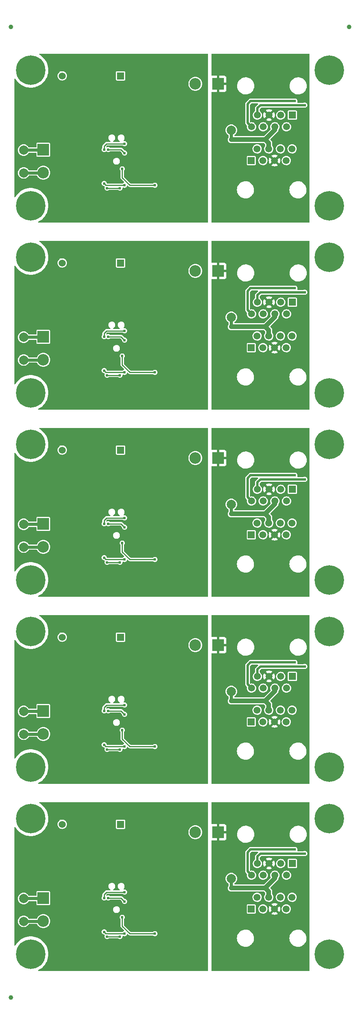
<source format=gbl>
G04 #@! TF.GenerationSoftware,KiCad,Pcbnew,6.0.2+dfsg-1*
G04 #@! TF.CreationDate,2024-05-29T15:43:08-06:00*
G04 #@! TF.ProjectId,mss-crossover-array,6d73732d-6372-46f7-9373-6f7665722d61,rev?*
G04 #@! TF.SameCoordinates,Original*
G04 #@! TF.FileFunction,Copper,L2,Bot*
G04 #@! TF.FilePolarity,Positive*
%FSLAX46Y46*%
G04 Gerber Fmt 4.6, Leading zero omitted, Abs format (unit mm)*
G04 Created by KiCad (PCBNEW 6.0.2+dfsg-1) date 2024-05-29 15:43:08*
%MOMM*%
%LPD*%
G01*
G04 APERTURE LIST*
G04 #@! TA.AperFunction,ComponentPad*
%ADD10R,1.500000X1.500000*%
G04 #@! TD*
G04 #@! TA.AperFunction,ComponentPad*
%ADD11C,1.500000*%
G04 #@! TD*
G04 #@! TA.AperFunction,ComponentPad*
%ADD12C,6.400000*%
G04 #@! TD*
G04 #@! TA.AperFunction,ComponentPad*
%ADD13R,2.500000X2.500000*%
G04 #@! TD*
G04 #@! TA.AperFunction,ComponentPad*
%ADD14C,2.500000*%
G04 #@! TD*
G04 #@! TA.AperFunction,ComponentPad*
%ADD15R,1.524000X1.524000*%
G04 #@! TD*
G04 #@! TA.AperFunction,ComponentPad*
%ADD16C,1.524000*%
G04 #@! TD*
G04 #@! TA.AperFunction,SMDPad,CuDef*
%ADD17C,1.000000*%
G04 #@! TD*
G04 #@! TA.AperFunction,SMDPad,CuDef*
%ADD18C,2.000000*%
G04 #@! TD*
G04 #@! TA.AperFunction,ViaPad*
%ADD19C,0.609600*%
G04 #@! TD*
G04 #@! TA.AperFunction,Conductor*
%ADD20C,1.016000*%
G04 #@! TD*
G04 #@! TA.AperFunction,Conductor*
%ADD21C,0.635000*%
G04 #@! TD*
G04 #@! TA.AperFunction,Conductor*
%ADD22C,0.254000*%
G04 #@! TD*
G04 #@! TA.AperFunction,Conductor*
%ADD23C,0.508000*%
G04 #@! TD*
G04 APERTURE END LIST*
D10*
X172975500Y-41737000D03*
D11*
X171705500Y-44277000D03*
X170435500Y-41737000D03*
X169165500Y-44277000D03*
X167895500Y-41737000D03*
X166625500Y-44277000D03*
X165355500Y-41737000D03*
X164085500Y-44277000D03*
D12*
X115988000Y-102042000D03*
D13*
X118736000Y-49250000D03*
D14*
X118736000Y-54250000D03*
D13*
X156842000Y-75580000D03*
D14*
X151842000Y-75580000D03*
D15*
X135546000Y-195768000D03*
D16*
X122846000Y-195768000D03*
D15*
X135546000Y-155128000D03*
D16*
X122846000Y-155128000D03*
D10*
X172975500Y-163657000D03*
D11*
X171705500Y-166197000D03*
X170435500Y-163657000D03*
X169165500Y-166197000D03*
X167895500Y-163657000D03*
X166625500Y-166197000D03*
X165355500Y-163657000D03*
X164085500Y-166197000D03*
D10*
X172975500Y-123017000D03*
D11*
X171705500Y-125557000D03*
X170435500Y-123017000D03*
X169165500Y-125557000D03*
X167895500Y-123017000D03*
X166625500Y-125557000D03*
X165355500Y-123017000D03*
X164085500Y-125557000D03*
D15*
X135546000Y-73848000D03*
D16*
X122846000Y-73848000D03*
D13*
X118736000Y-211810000D03*
D14*
X118736000Y-216810000D03*
D12*
X181012000Y-61402000D03*
D10*
X172975500Y-82377000D03*
D11*
X171705500Y-84917000D03*
X170435500Y-82377000D03*
X169165500Y-84917000D03*
X167895500Y-82377000D03*
X166625500Y-84917000D03*
X165355500Y-82377000D03*
X164085500Y-84917000D03*
D13*
X156842000Y-156860000D03*
D14*
X151842000Y-156860000D03*
D10*
X164029500Y-132883000D03*
D11*
X165299500Y-130343000D03*
X166569500Y-132883000D03*
X167839500Y-130343000D03*
X169109500Y-132883000D03*
X170379500Y-130343000D03*
X171649500Y-132883000D03*
X172919500Y-130343000D03*
D15*
X135546000Y-33208000D03*
D16*
X122846000Y-33208000D03*
D13*
X118736000Y-130530000D03*
D14*
X118736000Y-135530000D03*
D12*
X181012000Y-113218000D03*
X115988000Y-223962000D03*
D10*
X164029500Y-173523000D03*
D11*
X165299500Y-170983000D03*
X166569500Y-173523000D03*
X167839500Y-170983000D03*
X169109500Y-173523000D03*
X170379500Y-170983000D03*
X171649500Y-173523000D03*
X172919500Y-170983000D03*
D13*
X118736000Y-171170000D03*
D14*
X118736000Y-176170000D03*
D12*
X115988000Y-153858000D03*
D13*
X156842000Y-197500000D03*
D14*
X151842000Y-197500000D03*
D12*
X181012000Y-142682000D03*
D15*
X135546000Y-114488000D03*
D16*
X122846000Y-114488000D03*
D10*
X164029500Y-92243000D03*
D11*
X165299500Y-89703000D03*
X166569500Y-92243000D03*
X167839500Y-89703000D03*
X169109500Y-92243000D03*
X170379500Y-89703000D03*
X171649500Y-92243000D03*
X172919500Y-89703000D03*
D12*
X115988000Y-183322000D03*
X115988000Y-142682000D03*
D10*
X164029500Y-51603000D03*
D11*
X165299500Y-49063000D03*
X166569500Y-51603000D03*
X167839500Y-49063000D03*
X169109500Y-51603000D03*
X170379500Y-49063000D03*
X171649500Y-51603000D03*
X172919500Y-49063000D03*
D12*
X115988000Y-31938000D03*
X115988000Y-113218000D03*
X115988000Y-61402000D03*
X181012000Y-223962000D03*
D10*
X164029500Y-214163000D03*
D11*
X165299500Y-211623000D03*
X166569500Y-214163000D03*
X167839500Y-211623000D03*
X169109500Y-214163000D03*
X170379500Y-211623000D03*
X171649500Y-214163000D03*
X172919500Y-211623000D03*
D12*
X181012000Y-153858000D03*
X181012000Y-31938000D03*
D13*
X156842000Y-34940000D03*
D14*
X151842000Y-34940000D03*
D10*
X172975500Y-204297000D03*
D11*
X171705500Y-206837000D03*
X170435500Y-204297000D03*
X169165500Y-206837000D03*
X167895500Y-204297000D03*
X166625500Y-206837000D03*
X165355500Y-204297000D03*
X164085500Y-206837000D03*
D13*
X156842000Y-116220000D03*
D14*
X151842000Y-116220000D03*
D13*
X118736000Y-89890000D03*
D14*
X118736000Y-94890000D03*
D12*
X181012000Y-72578000D03*
X115988000Y-72578000D03*
X181012000Y-183322000D03*
X181012000Y-102042000D03*
X115988000Y-194498000D03*
X181012000Y-194498000D03*
D17*
X185330000Y-22540000D03*
D18*
X114464000Y-94930000D03*
X114464000Y-176210000D03*
X159676000Y-93914000D03*
D17*
X111670000Y-233360000D03*
X111670000Y-22540000D03*
D18*
X114464000Y-89977000D03*
X159676000Y-126299000D03*
X114464000Y-49337000D03*
X159676000Y-215834000D03*
X114464000Y-216850000D03*
X114464000Y-130617000D03*
X159676000Y-207579000D03*
X159676000Y-85659000D03*
X114464000Y-54290000D03*
X114464000Y-211897000D03*
X159676000Y-45019000D03*
X114464000Y-171257000D03*
X159676000Y-134554000D03*
X114464000Y-135570000D03*
X159676000Y-53274000D03*
X159676000Y-175194000D03*
X159676000Y-166939000D03*
D19*
X160184000Y-51115000D03*
X161057000Y-51115000D03*
X159295000Y-51115000D03*
X159676000Y-47051000D03*
X161200000Y-47051000D03*
X160438000Y-47051000D03*
X127164000Y-61275000D03*
X141134000Y-36932000D03*
X143928000Y-50988000D03*
X128053000Y-63434000D03*
X129450000Y-47559000D03*
X141703000Y-47443500D03*
X153580000Y-55655250D03*
X127164000Y-62164000D03*
X141134000Y-31344000D03*
X125640000Y-47559000D03*
X130974000Y-61275000D03*
X130974000Y-62164000D03*
X130974000Y-60386000D03*
X130085000Y-63434000D03*
X129450000Y-49337000D03*
X125640000Y-49337000D03*
X127164000Y-60386000D03*
X145325000Y-44638000D03*
X129069000Y-63434000D03*
X140874500Y-45085000D03*
X153580000Y-56671250D03*
X142785000Y-49845000D03*
X129450000Y-48448000D03*
X125640000Y-48448000D03*
X146976000Y-52131000D03*
X143039000Y-56957000D03*
X135927000Y-53401000D03*
X135419000Y-57592000D03*
X132879000Y-49210000D03*
X136435000Y-49972000D03*
X132625000Y-57592000D03*
X136435000Y-47940000D03*
X136435000Y-56957000D03*
X131990000Y-49210000D03*
X131990000Y-56576000D03*
X175678000Y-39558000D03*
X173519000Y-38669000D03*
X160184000Y-91755000D03*
X161057000Y-91755000D03*
X159295000Y-91755000D03*
X159676000Y-87691000D03*
X161200000Y-87691000D03*
X160438000Y-87691000D03*
X127164000Y-101915000D03*
X141134000Y-77572000D03*
X143928000Y-91628000D03*
X128053000Y-104074000D03*
X129450000Y-88199000D03*
X141703000Y-88083500D03*
X153580000Y-96295250D03*
X127164000Y-102804000D03*
X141134000Y-71984000D03*
X125640000Y-88199000D03*
X130974000Y-101915000D03*
X130974000Y-102804000D03*
X130974000Y-101026000D03*
X130085000Y-104074000D03*
X129450000Y-89977000D03*
X125640000Y-89977000D03*
X127164000Y-101026000D03*
X145325000Y-85278000D03*
X129069000Y-104074000D03*
X140874500Y-85725000D03*
X153580000Y-97311250D03*
X142785000Y-90485000D03*
X129450000Y-89088000D03*
X125640000Y-89088000D03*
X146976000Y-92771000D03*
X143039000Y-97597000D03*
X135927000Y-94041000D03*
X135419000Y-98232000D03*
X132879000Y-89850000D03*
X136435000Y-90612000D03*
X132625000Y-98232000D03*
X136435000Y-88580000D03*
X136435000Y-97597000D03*
X131990000Y-89850000D03*
X131990000Y-97216000D03*
X175678000Y-80198000D03*
X173519000Y-79309000D03*
X160184000Y-132395000D03*
X161057000Y-132395000D03*
X159295000Y-132395000D03*
X159676000Y-128331000D03*
X161200000Y-128331000D03*
X160438000Y-128331000D03*
X127164000Y-142555000D03*
X141134000Y-118212000D03*
X143928000Y-132268000D03*
X128053000Y-144714000D03*
X129450000Y-128839000D03*
X141703000Y-128723500D03*
X153580000Y-136935250D03*
X127164000Y-143444000D03*
X141134000Y-112624000D03*
X125640000Y-128839000D03*
X130974000Y-142555000D03*
X130974000Y-143444000D03*
X130974000Y-141666000D03*
X130085000Y-144714000D03*
X129450000Y-130617000D03*
X125640000Y-130617000D03*
X127164000Y-141666000D03*
X145325000Y-125918000D03*
X129069000Y-144714000D03*
X140874500Y-126365000D03*
X153580000Y-137951250D03*
X142785000Y-131125000D03*
X129450000Y-129728000D03*
X125640000Y-129728000D03*
X146976000Y-133411000D03*
X143039000Y-138237000D03*
X135927000Y-134681000D03*
X135419000Y-138872000D03*
X132879000Y-130490000D03*
X136435000Y-131252000D03*
X132625000Y-138872000D03*
X136435000Y-129220000D03*
X136435000Y-138237000D03*
X131990000Y-130490000D03*
X131990000Y-137856000D03*
X175678000Y-120838000D03*
X173519000Y-119949000D03*
X160184000Y-173035000D03*
X161057000Y-173035000D03*
X159295000Y-173035000D03*
X159676000Y-168971000D03*
X161200000Y-168971000D03*
X160438000Y-168971000D03*
X127164000Y-183195000D03*
X141134000Y-158852000D03*
X143928000Y-172908000D03*
X128053000Y-185354000D03*
X129450000Y-169479000D03*
X141703000Y-169363500D03*
X153580000Y-177575250D03*
X127164000Y-184084000D03*
X141134000Y-153264000D03*
X125640000Y-169479000D03*
X130974000Y-183195000D03*
X130974000Y-184084000D03*
X130974000Y-182306000D03*
X130085000Y-185354000D03*
X129450000Y-171257000D03*
X125640000Y-171257000D03*
X127164000Y-182306000D03*
X145325000Y-166558000D03*
X129069000Y-185354000D03*
X140874500Y-167005000D03*
X153580000Y-178591250D03*
X142785000Y-171765000D03*
X129450000Y-170368000D03*
X125640000Y-170368000D03*
X146976000Y-174051000D03*
X143039000Y-178877000D03*
X135927000Y-175321000D03*
X135419000Y-179512000D03*
X132879000Y-171130000D03*
X136435000Y-171892000D03*
X132625000Y-179512000D03*
X136435000Y-169860000D03*
X136435000Y-178877000D03*
X131990000Y-171130000D03*
X131990000Y-178496000D03*
X175678000Y-161478000D03*
X173519000Y-160589000D03*
X160184000Y-213675000D03*
X161057000Y-213675000D03*
X159295000Y-213675000D03*
X159676000Y-209611000D03*
X161200000Y-209611000D03*
X160438000Y-209611000D03*
X127164000Y-223835000D03*
X141134000Y-199492000D03*
X143928000Y-213548000D03*
X128053000Y-225994000D03*
X129450000Y-210119000D03*
X141703000Y-210003500D03*
X153580000Y-218215250D03*
X127164000Y-224724000D03*
X141134000Y-193904000D03*
X125640000Y-210119000D03*
X130974000Y-223835000D03*
X130974000Y-224724000D03*
X130974000Y-222946000D03*
X130085000Y-225994000D03*
X129450000Y-211897000D03*
X125640000Y-211897000D03*
X127164000Y-222946000D03*
X145325000Y-207198000D03*
X129069000Y-225994000D03*
X140874500Y-207645000D03*
X153580000Y-219231250D03*
X142785000Y-212405000D03*
X129450000Y-211008000D03*
X125640000Y-211008000D03*
X146976000Y-214691000D03*
X143039000Y-219517000D03*
X135927000Y-215961000D03*
X135419000Y-220152000D03*
X132879000Y-211770000D03*
X136435000Y-212532000D03*
X132625000Y-220152000D03*
X136435000Y-210500000D03*
X136435000Y-219517000D03*
X131990000Y-211770000D03*
X131990000Y-219136000D03*
X175678000Y-202118000D03*
X173519000Y-201229000D03*
D20*
X167042000Y-47051000D02*
X161200000Y-47051000D01*
X169201000Y-44257000D02*
X169201000Y-44892000D01*
X167839500Y-49063000D02*
X167839500Y-47848500D01*
D21*
X159676000Y-47051000D02*
X159676000Y-45019000D01*
D20*
X160438000Y-47051000D02*
X159676000Y-47051000D01*
X167839500Y-47848500D02*
X167042000Y-47051000D01*
X169201000Y-44892000D02*
X167042000Y-47051000D01*
X161200000Y-47051000D02*
X160438000Y-47051000D01*
D21*
X114464000Y-49337000D02*
X118649000Y-49337000D01*
X118649000Y-49337000D02*
X118736000Y-49250000D01*
X118696000Y-54290000D02*
X118736000Y-54250000D01*
X114464000Y-54290000D02*
X118696000Y-54290000D01*
D22*
X137578000Y-56957000D02*
X135927000Y-55306000D01*
X143039000Y-56957000D02*
X137578000Y-56957000D01*
X135927000Y-55306000D02*
X135927000Y-53401000D01*
X132879000Y-49210000D02*
X135673000Y-49210000D01*
X132625000Y-57592000D02*
X135419000Y-57592000D01*
X135673000Y-49210000D02*
X136435000Y-49972000D01*
X136435000Y-56957000D02*
X132371000Y-56957000D01*
X132371000Y-56957000D02*
X131990000Y-56576000D01*
X136435000Y-47940000D02*
X132498000Y-47940000D01*
X131990000Y-48448000D02*
X131990000Y-49210000D01*
X132498000Y-47940000D02*
X131990000Y-48448000D01*
D23*
X165355500Y-40228500D02*
X166026000Y-39558000D01*
X165355500Y-41737000D02*
X165355500Y-40228500D01*
X166026000Y-39558000D02*
X175678000Y-39558000D01*
X163232000Y-39304000D02*
X163232000Y-43423500D01*
X173519000Y-38669000D02*
X163867000Y-38669000D01*
X163867000Y-38669000D02*
X163232000Y-39304000D01*
X163232000Y-43423500D02*
X164085500Y-44277000D01*
D20*
X167042000Y-87691000D02*
X161200000Y-87691000D01*
X169201000Y-84897000D02*
X169201000Y-85532000D01*
X167839500Y-89703000D02*
X167839500Y-88488500D01*
D21*
X159676000Y-87691000D02*
X159676000Y-85659000D01*
D20*
X160438000Y-87691000D02*
X159676000Y-87691000D01*
X167839500Y-88488500D02*
X167042000Y-87691000D01*
X169201000Y-85532000D02*
X167042000Y-87691000D01*
X161200000Y-87691000D02*
X160438000Y-87691000D01*
D21*
X114464000Y-89977000D02*
X118649000Y-89977000D01*
X118649000Y-89977000D02*
X118736000Y-89890000D01*
X118696000Y-94930000D02*
X118736000Y-94890000D01*
X114464000Y-94930000D02*
X118696000Y-94930000D01*
D22*
X137578000Y-97597000D02*
X135927000Y-95946000D01*
X143039000Y-97597000D02*
X137578000Y-97597000D01*
X135927000Y-95946000D02*
X135927000Y-94041000D01*
X132879000Y-89850000D02*
X135673000Y-89850000D01*
X132625000Y-98232000D02*
X135419000Y-98232000D01*
X135673000Y-89850000D02*
X136435000Y-90612000D01*
X136435000Y-97597000D02*
X132371000Y-97597000D01*
X132371000Y-97597000D02*
X131990000Y-97216000D01*
X136435000Y-88580000D02*
X132498000Y-88580000D01*
X131990000Y-89088000D02*
X131990000Y-89850000D01*
X132498000Y-88580000D02*
X131990000Y-89088000D01*
D23*
X165355500Y-80868500D02*
X166026000Y-80198000D01*
X165355500Y-82377000D02*
X165355500Y-80868500D01*
X166026000Y-80198000D02*
X175678000Y-80198000D01*
X163232000Y-79944000D02*
X163232000Y-84063500D01*
X173519000Y-79309000D02*
X163867000Y-79309000D01*
X163867000Y-79309000D02*
X163232000Y-79944000D01*
X163232000Y-84063500D02*
X164085500Y-84917000D01*
D20*
X167042000Y-128331000D02*
X161200000Y-128331000D01*
X169201000Y-125537000D02*
X169201000Y-126172000D01*
X167839500Y-130343000D02*
X167839500Y-129128500D01*
D21*
X159676000Y-128331000D02*
X159676000Y-126299000D01*
D20*
X160438000Y-128331000D02*
X159676000Y-128331000D01*
X167839500Y-129128500D02*
X167042000Y-128331000D01*
X169201000Y-126172000D02*
X167042000Y-128331000D01*
X161200000Y-128331000D02*
X160438000Y-128331000D01*
D21*
X114464000Y-130617000D02*
X118649000Y-130617000D01*
X118649000Y-130617000D02*
X118736000Y-130530000D01*
X118696000Y-135570000D02*
X118736000Y-135530000D01*
X114464000Y-135570000D02*
X118696000Y-135570000D01*
D22*
X137578000Y-138237000D02*
X135927000Y-136586000D01*
X143039000Y-138237000D02*
X137578000Y-138237000D01*
X135927000Y-136586000D02*
X135927000Y-134681000D01*
X132879000Y-130490000D02*
X135673000Y-130490000D01*
X132625000Y-138872000D02*
X135419000Y-138872000D01*
X135673000Y-130490000D02*
X136435000Y-131252000D01*
X136435000Y-138237000D02*
X132371000Y-138237000D01*
X132371000Y-138237000D02*
X131990000Y-137856000D01*
X136435000Y-129220000D02*
X132498000Y-129220000D01*
X131990000Y-129728000D02*
X131990000Y-130490000D01*
X132498000Y-129220000D02*
X131990000Y-129728000D01*
D23*
X165355500Y-121508500D02*
X166026000Y-120838000D01*
X165355500Y-123017000D02*
X165355500Y-121508500D01*
X166026000Y-120838000D02*
X175678000Y-120838000D01*
X163232000Y-120584000D02*
X163232000Y-124703500D01*
X173519000Y-119949000D02*
X163867000Y-119949000D01*
X163867000Y-119949000D02*
X163232000Y-120584000D01*
X163232000Y-124703500D02*
X164085500Y-125557000D01*
D20*
X167042000Y-168971000D02*
X161200000Y-168971000D01*
X169201000Y-166177000D02*
X169201000Y-166812000D01*
X167839500Y-170983000D02*
X167839500Y-169768500D01*
D21*
X159676000Y-168971000D02*
X159676000Y-166939000D01*
D20*
X160438000Y-168971000D02*
X159676000Y-168971000D01*
X167839500Y-169768500D02*
X167042000Y-168971000D01*
X169201000Y-166812000D02*
X167042000Y-168971000D01*
X161200000Y-168971000D02*
X160438000Y-168971000D01*
D21*
X114464000Y-171257000D02*
X118649000Y-171257000D01*
X118649000Y-171257000D02*
X118736000Y-171170000D01*
X118696000Y-176210000D02*
X118736000Y-176170000D01*
X114464000Y-176210000D02*
X118696000Y-176210000D01*
D22*
X137578000Y-178877000D02*
X135927000Y-177226000D01*
X143039000Y-178877000D02*
X137578000Y-178877000D01*
X135927000Y-177226000D02*
X135927000Y-175321000D01*
X132879000Y-171130000D02*
X135673000Y-171130000D01*
X132625000Y-179512000D02*
X135419000Y-179512000D01*
X135673000Y-171130000D02*
X136435000Y-171892000D01*
X136435000Y-178877000D02*
X132371000Y-178877000D01*
X132371000Y-178877000D02*
X131990000Y-178496000D01*
X136435000Y-169860000D02*
X132498000Y-169860000D01*
X131990000Y-170368000D02*
X131990000Y-171130000D01*
X132498000Y-169860000D02*
X131990000Y-170368000D01*
D23*
X165355500Y-162148500D02*
X166026000Y-161478000D01*
X165355500Y-163657000D02*
X165355500Y-162148500D01*
X166026000Y-161478000D02*
X175678000Y-161478000D01*
X163232000Y-161224000D02*
X163232000Y-165343500D01*
X173519000Y-160589000D02*
X163867000Y-160589000D01*
X163867000Y-160589000D02*
X163232000Y-161224000D01*
X163232000Y-165343500D02*
X164085500Y-166197000D01*
D20*
X167042000Y-209611000D02*
X161200000Y-209611000D01*
X169201000Y-206817000D02*
X169201000Y-207452000D01*
X167839500Y-211623000D02*
X167839500Y-210408500D01*
D21*
X159676000Y-209611000D02*
X159676000Y-207579000D01*
D20*
X160438000Y-209611000D02*
X159676000Y-209611000D01*
X167839500Y-210408500D02*
X167042000Y-209611000D01*
X169201000Y-207452000D02*
X167042000Y-209611000D01*
X161200000Y-209611000D02*
X160438000Y-209611000D01*
D21*
X114464000Y-211897000D02*
X118649000Y-211897000D01*
X118649000Y-211897000D02*
X118736000Y-211810000D01*
X118696000Y-216850000D02*
X118736000Y-216810000D01*
X114464000Y-216850000D02*
X118696000Y-216850000D01*
D22*
X137578000Y-219517000D02*
X135927000Y-217866000D01*
X143039000Y-219517000D02*
X137578000Y-219517000D01*
X135927000Y-217866000D02*
X135927000Y-215961000D01*
X132879000Y-211770000D02*
X135673000Y-211770000D01*
X132625000Y-220152000D02*
X135419000Y-220152000D01*
X135673000Y-211770000D02*
X136435000Y-212532000D01*
X136435000Y-219517000D02*
X132371000Y-219517000D01*
X132371000Y-219517000D02*
X131990000Y-219136000D01*
X136435000Y-210500000D02*
X132498000Y-210500000D01*
X131990000Y-211008000D02*
X131990000Y-211770000D01*
X132498000Y-210500000D02*
X131990000Y-211008000D01*
D23*
X165355500Y-202788500D02*
X166026000Y-202118000D01*
X165355500Y-204297000D02*
X165355500Y-202788500D01*
X166026000Y-202118000D02*
X175678000Y-202118000D01*
X163232000Y-201864000D02*
X163232000Y-205983500D01*
X173519000Y-201229000D02*
X163867000Y-201229000D01*
X163867000Y-201229000D02*
X163232000Y-201864000D01*
X163232000Y-205983500D02*
X164085500Y-206837000D01*
G04 #@! TA.AperFunction,Conductor*
G36*
X154538121Y-28402002D02*
G01*
X154584614Y-28455658D01*
X154596000Y-28508000D01*
X154596000Y-64959000D01*
X154575998Y-65027121D01*
X154522342Y-65073614D01*
X154470000Y-65085000D01*
X117740313Y-65085000D01*
X117672192Y-65064998D01*
X117625699Y-65011342D01*
X117615595Y-64941068D01*
X117645089Y-64876488D01*
X117679805Y-64848479D01*
X117694635Y-64840360D01*
X118000331Y-64672997D01*
X118320584Y-64452893D01*
X118616955Y-64201552D01*
X118619160Y-64199260D01*
X118619166Y-64199255D01*
X118884194Y-63923850D01*
X118884196Y-63923847D01*
X118886409Y-63921548D01*
X119126187Y-63615747D01*
X119333835Y-63287281D01*
X119335255Y-63284433D01*
X119335260Y-63284424D01*
X119505806Y-62942360D01*
X119507226Y-62939512D01*
X119644585Y-62576001D01*
X119654791Y-62537646D01*
X119743685Y-62203555D01*
X119744506Y-62200470D01*
X119805966Y-61816764D01*
X119828335Y-61428811D01*
X119828429Y-61402000D01*
X119808769Y-61013900D01*
X119749989Y-60629775D01*
X119652692Y-60253555D01*
X119517874Y-59889094D01*
X119346915Y-59540123D01*
X119141565Y-59210215D01*
X118903928Y-58902748D01*
X118636435Y-58620869D01*
X118341826Y-58367466D01*
X118339218Y-58365646D01*
X118339212Y-58365642D01*
X118038878Y-58156126D01*
X118023117Y-58145131D01*
X117715542Y-57973937D01*
X117686357Y-57957693D01*
X117686355Y-57957692D01*
X117683572Y-57956143D01*
X117680652Y-57954885D01*
X117680647Y-57954883D01*
X117329600Y-57803698D01*
X117329590Y-57803694D01*
X117326666Y-57802435D01*
X116956054Y-57685582D01*
X116685188Y-57629488D01*
X116578656Y-57607426D01*
X116578653Y-57607426D01*
X116575531Y-57606779D01*
X116278323Y-57576065D01*
X116192149Y-57567160D01*
X116192146Y-57567160D01*
X116188993Y-57566834D01*
X116185827Y-57566828D01*
X116185818Y-57566828D01*
X115993969Y-57566494D01*
X115800396Y-57566156D01*
X115670973Y-57579074D01*
X115416893Y-57604434D01*
X115416887Y-57604435D01*
X115413720Y-57604751D01*
X115215934Y-57644991D01*
X115036049Y-57681589D01*
X115036045Y-57681590D01*
X115032924Y-57682225D01*
X115029882Y-57683172D01*
X115029876Y-57683174D01*
X114880111Y-57729821D01*
X114661907Y-57797784D01*
X114658979Y-57799033D01*
X114307397Y-57948995D01*
X114307393Y-57948997D01*
X114304467Y-57950245D01*
X114301688Y-57951779D01*
X114301682Y-57951782D01*
X114077530Y-58075521D01*
X113964264Y-58138047D01*
X113644781Y-58359268D01*
X113349289Y-58611642D01*
X113080814Y-58892585D01*
X112842105Y-59199220D01*
X112840409Y-59201924D01*
X112840406Y-59201928D01*
X112664737Y-59481970D01*
X112611594Y-59529048D01*
X112541435Y-59539920D01*
X112476535Y-59511136D01*
X112437500Y-59451834D01*
X112432000Y-59415014D01*
X112432000Y-56576000D01*
X131425874Y-56576000D01*
X131445096Y-56722007D01*
X131501453Y-56858063D01*
X131591103Y-56974897D01*
X131707937Y-57064547D01*
X131843993Y-57120904D01*
X131852177Y-57121981D01*
X131852179Y-57121982D01*
X131905224Y-57128965D01*
X131975929Y-57138274D01*
X132040855Y-57166995D01*
X132048577Y-57174100D01*
X132062957Y-57188480D01*
X132078316Y-57207496D01*
X132079280Y-57208555D01*
X132084929Y-57217304D01*
X132093106Y-57223750D01*
X132093609Y-57224303D01*
X132124661Y-57288149D01*
X132116825Y-57357321D01*
X132083970Y-57436640D01*
X132080096Y-57445993D01*
X132079019Y-57454177D01*
X132079018Y-57454179D01*
X132070205Y-57521126D01*
X132060874Y-57592000D01*
X132061952Y-57600188D01*
X132072669Y-57681589D01*
X132080096Y-57738007D01*
X132136453Y-57874063D01*
X132226103Y-57990897D01*
X132342937Y-58080547D01*
X132478993Y-58136904D01*
X132487177Y-58137981D01*
X132487179Y-58137982D01*
X132616812Y-58155048D01*
X132625000Y-58156126D01*
X132633188Y-58155048D01*
X132762821Y-58137982D01*
X132762823Y-58137981D01*
X132771007Y-58136904D01*
X132907063Y-58080547D01*
X133012638Y-57999536D01*
X133078856Y-57973937D01*
X133089340Y-57973500D01*
X134954660Y-57973500D01*
X135022781Y-57993502D01*
X135031350Y-57999527D01*
X135136937Y-58080547D01*
X135272993Y-58136904D01*
X135281177Y-58137981D01*
X135281179Y-58137982D01*
X135410812Y-58155048D01*
X135419000Y-58156126D01*
X135427188Y-58155048D01*
X135556821Y-58137982D01*
X135556823Y-58137981D01*
X135565007Y-58136904D01*
X135701063Y-58080547D01*
X135817897Y-57990897D01*
X135907547Y-57874063D01*
X135963904Y-57738007D01*
X135971332Y-57681589D01*
X135982048Y-57600188D01*
X135983126Y-57592000D01*
X135982048Y-57583812D01*
X135982048Y-57583807D01*
X135981425Y-57579074D01*
X135992366Y-57508926D01*
X136039495Y-57455828D01*
X136107850Y-57436640D01*
X136154565Y-57446222D01*
X136281364Y-57498744D01*
X136288993Y-57501904D01*
X136297177Y-57502981D01*
X136297179Y-57502982D01*
X136426812Y-57520048D01*
X136435000Y-57521126D01*
X136443188Y-57520048D01*
X136572821Y-57502982D01*
X136572823Y-57502981D01*
X136581007Y-57501904D01*
X136717063Y-57445547D01*
X136833897Y-57355897D01*
X136923547Y-57239063D01*
X136926704Y-57231441D01*
X136926707Y-57231436D01*
X136967661Y-57132564D01*
X137012210Y-57077283D01*
X137079573Y-57054862D01*
X137148364Y-57072420D01*
X137173165Y-57091687D01*
X137269954Y-57188476D01*
X137285318Y-57207499D01*
X137286282Y-57208558D01*
X137291929Y-57217304D01*
X137300108Y-57223752D01*
X137300110Y-57223754D01*
X137318477Y-57238234D01*
X137322950Y-57242209D01*
X137323011Y-57242137D01*
X137326968Y-57245490D01*
X137330649Y-57249171D01*
X137334881Y-57252195D01*
X137346439Y-57260455D01*
X137351185Y-57264018D01*
X137391670Y-57295934D01*
X137400355Y-57298984D01*
X137407843Y-57304335D01*
X137457250Y-57319110D01*
X137462837Y-57320926D01*
X137511502Y-57338016D01*
X137517091Y-57338500D01*
X137519802Y-57338500D01*
X137522471Y-57338615D01*
X137522532Y-57338634D01*
X137522525Y-57338808D01*
X137523272Y-57338855D01*
X137529525Y-57340725D01*
X137583689Y-57338597D01*
X137588635Y-57338500D01*
X142574660Y-57338500D01*
X142642781Y-57358502D01*
X142651350Y-57364527D01*
X142756937Y-57445547D01*
X142892993Y-57501904D01*
X142901177Y-57502981D01*
X142901179Y-57502982D01*
X143030812Y-57520048D01*
X143039000Y-57521126D01*
X143047188Y-57520048D01*
X143176821Y-57502982D01*
X143176823Y-57502981D01*
X143185007Y-57501904D01*
X143321063Y-57445547D01*
X143437897Y-57355897D01*
X143527547Y-57239063D01*
X143583904Y-57103007D01*
X143585395Y-57091687D01*
X143602048Y-56965188D01*
X143603126Y-56957000D01*
X143583904Y-56810993D01*
X143527547Y-56674937D01*
X143437897Y-56558103D01*
X143321063Y-56468453D01*
X143185007Y-56412096D01*
X143176823Y-56411019D01*
X143176821Y-56411018D01*
X143047188Y-56393952D01*
X143039000Y-56392874D01*
X143030812Y-56393952D01*
X142901179Y-56411018D01*
X142901177Y-56411019D01*
X142892993Y-56412096D01*
X142756937Y-56468453D01*
X142651362Y-56549464D01*
X142585144Y-56575063D01*
X142574660Y-56575500D01*
X137788213Y-56575500D01*
X137720092Y-56555498D01*
X137699118Y-56538595D01*
X136345405Y-55184882D01*
X136311379Y-55122570D01*
X136308500Y-55095787D01*
X136308500Y-53865340D01*
X136328502Y-53797219D01*
X136334527Y-53788650D01*
X136415547Y-53683063D01*
X136471904Y-53547007D01*
X136491126Y-53401000D01*
X136485620Y-53359178D01*
X136472982Y-53263179D01*
X136472981Y-53263177D01*
X136471904Y-53254993D01*
X136415547Y-53118937D01*
X136325897Y-53002103D01*
X136209063Y-52912453D01*
X136073007Y-52856096D01*
X136064823Y-52855019D01*
X136064821Y-52855018D01*
X135935188Y-52837952D01*
X135927000Y-52836874D01*
X135918812Y-52837952D01*
X135789179Y-52855018D01*
X135789177Y-52855019D01*
X135780993Y-52856096D01*
X135644937Y-52912453D01*
X135528103Y-53002103D01*
X135438453Y-53118937D01*
X135382096Y-53254993D01*
X135381019Y-53263177D01*
X135381018Y-53263179D01*
X135368380Y-53359178D01*
X135362874Y-53401000D01*
X135382096Y-53547007D01*
X135438453Y-53683063D01*
X135519464Y-53788638D01*
X135545063Y-53854856D01*
X135545500Y-53865340D01*
X135545500Y-55251865D01*
X135542914Y-55276164D01*
X135542846Y-55277602D01*
X135540655Y-55287780D01*
X135541879Y-55298120D01*
X135544627Y-55321342D01*
X135544979Y-55327320D01*
X135545072Y-55327312D01*
X135545500Y-55332490D01*
X135545500Y-55337692D01*
X135546354Y-55342822D01*
X135548686Y-55356832D01*
X135549522Y-55362704D01*
X135555582Y-55413907D01*
X135559567Y-55422206D01*
X135561078Y-55431283D01*
X135585558Y-55476651D01*
X135588239Y-55481914D01*
X135607127Y-55521250D01*
X135607130Y-55521254D01*
X135610560Y-55528398D01*
X135614170Y-55532692D01*
X135616102Y-55534624D01*
X135617889Y-55536573D01*
X135617918Y-55536626D01*
X135617788Y-55536745D01*
X135618289Y-55537313D01*
X135621388Y-55543057D01*
X135629033Y-55550124D01*
X135661209Y-55579867D01*
X135664775Y-55583297D01*
X136300313Y-56218835D01*
X136334339Y-56281147D01*
X136329274Y-56351962D01*
X136286727Y-56408798D01*
X136259436Y-56424339D01*
X136160564Y-56465293D01*
X136160561Y-56465295D01*
X136152937Y-56468453D01*
X136047362Y-56549464D01*
X135981144Y-56575063D01*
X135970660Y-56575500D01*
X132664559Y-56575500D01*
X132596438Y-56555498D01*
X132549945Y-56501842D01*
X132539637Y-56465945D01*
X132539552Y-56465295D01*
X132534904Y-56429993D01*
X132478547Y-56293937D01*
X132388897Y-56177103D01*
X132272063Y-56087453D01*
X132136007Y-56031096D01*
X132127823Y-56030019D01*
X132127821Y-56030018D01*
X131998188Y-56012952D01*
X131990000Y-56011874D01*
X131981812Y-56012952D01*
X131852179Y-56030018D01*
X131852177Y-56030019D01*
X131843993Y-56031096D01*
X131707937Y-56087453D01*
X131591103Y-56177103D01*
X131501453Y-56293937D01*
X131445096Y-56429993D01*
X131444019Y-56438177D01*
X131444018Y-56438179D01*
X131439371Y-56473476D01*
X131425874Y-56576000D01*
X112432000Y-56576000D01*
X112432000Y-54290000D01*
X113204708Y-54290000D01*
X113223839Y-54508674D01*
X113280653Y-54720703D01*
X113282978Y-54725688D01*
X113371095Y-54914659D01*
X113371098Y-54914664D01*
X113373421Y-54919646D01*
X113376577Y-54924153D01*
X113376578Y-54924155D01*
X113387226Y-54939361D01*
X113499326Y-55099457D01*
X113654543Y-55254674D01*
X113659051Y-55257831D01*
X113659054Y-55257833D01*
X113829845Y-55377422D01*
X113834354Y-55380579D01*
X113839336Y-55382902D01*
X113839341Y-55382905D01*
X113923624Y-55422206D01*
X114033297Y-55473347D01*
X114245326Y-55530161D01*
X114464000Y-55549292D01*
X114682674Y-55530161D01*
X114894703Y-55473347D01*
X115004376Y-55422206D01*
X115088659Y-55382905D01*
X115088664Y-55382902D01*
X115093646Y-55380579D01*
X115098155Y-55377422D01*
X115268946Y-55257833D01*
X115268949Y-55257831D01*
X115273457Y-55254674D01*
X115428674Y-55099457D01*
X115554579Y-54919646D01*
X115555713Y-54920440D01*
X115602329Y-54876001D01*
X115660054Y-54862000D01*
X117277292Y-54862000D01*
X117345413Y-54882002D01*
X117389519Y-54930755D01*
X117391336Y-54935141D01*
X117515070Y-55137057D01*
X117668868Y-55317132D01*
X117848943Y-55470930D01*
X118050859Y-55594664D01*
X118055429Y-55596557D01*
X118055433Y-55596559D01*
X118265073Y-55683395D01*
X118265075Y-55683396D01*
X118269646Y-55685289D01*
X118349499Y-55704460D01*
X118495104Y-55739417D01*
X118495110Y-55739418D01*
X118499917Y-55740572D01*
X118736000Y-55759152D01*
X118972083Y-55740572D01*
X118976890Y-55739418D01*
X118976896Y-55739417D01*
X119122501Y-55704460D01*
X119202354Y-55685289D01*
X119206925Y-55683396D01*
X119206927Y-55683395D01*
X119416567Y-55596559D01*
X119416571Y-55596557D01*
X119421141Y-55594664D01*
X119623057Y-55470930D01*
X119803132Y-55317132D01*
X119956930Y-55137057D01*
X120080664Y-54935141D01*
X120086754Y-54920440D01*
X120169395Y-54720927D01*
X120169396Y-54720925D01*
X120171289Y-54716354D01*
X120219874Y-54513984D01*
X120225417Y-54490896D01*
X120225418Y-54490890D01*
X120226572Y-54486083D01*
X120245152Y-54250000D01*
X120226572Y-54013917D01*
X120171289Y-53783646D01*
X120169395Y-53779073D01*
X120082559Y-53569433D01*
X120082557Y-53569429D01*
X120080664Y-53564859D01*
X119956930Y-53362943D01*
X119803132Y-53182868D01*
X119623057Y-53029070D01*
X119421141Y-52905336D01*
X119416571Y-52903443D01*
X119416567Y-52903441D01*
X119206927Y-52816605D01*
X119206925Y-52816604D01*
X119202354Y-52814711D01*
X119122501Y-52795540D01*
X118976896Y-52760583D01*
X118976890Y-52760582D01*
X118972083Y-52759428D01*
X118736000Y-52740848D01*
X118499917Y-52759428D01*
X118495110Y-52760582D01*
X118495104Y-52760583D01*
X118349499Y-52795540D01*
X118269646Y-52814711D01*
X118265075Y-52816604D01*
X118265073Y-52816605D01*
X118055433Y-52903441D01*
X118055429Y-52903443D01*
X118050859Y-52905336D01*
X117848943Y-53029070D01*
X117668868Y-53182868D01*
X117515070Y-53362943D01*
X117391336Y-53564859D01*
X117389441Y-53569434D01*
X117360121Y-53640218D01*
X117315572Y-53695499D01*
X117243712Y-53718000D01*
X115660054Y-53718000D01*
X115591933Y-53697998D01*
X115555453Y-53659742D01*
X115554579Y-53660354D01*
X115431833Y-53485054D01*
X115431831Y-53485051D01*
X115428674Y-53480543D01*
X115273457Y-53325326D01*
X115268949Y-53322169D01*
X115268946Y-53322167D01*
X115098155Y-53202578D01*
X115098153Y-53202577D01*
X115093646Y-53199421D01*
X115088664Y-53197098D01*
X115088659Y-53197095D01*
X114921046Y-53118937D01*
X114894703Y-53106653D01*
X114682674Y-53049839D01*
X114464000Y-53030708D01*
X114245326Y-53049839D01*
X114033297Y-53106653D01*
X114006954Y-53118937D01*
X113839341Y-53197095D01*
X113839336Y-53197098D01*
X113834354Y-53199421D01*
X113829847Y-53202577D01*
X113829845Y-53202578D01*
X113659054Y-53322167D01*
X113659051Y-53322169D01*
X113654543Y-53325326D01*
X113499326Y-53480543D01*
X113496169Y-53485051D01*
X113496167Y-53485054D01*
X113437084Y-53569434D01*
X113373421Y-53660354D01*
X113371098Y-53665336D01*
X113371095Y-53665341D01*
X113355867Y-53697998D01*
X113280653Y-53859297D01*
X113223839Y-54071326D01*
X113204708Y-54290000D01*
X112432000Y-54290000D01*
X112432000Y-51790824D01*
X133903201Y-51790824D01*
X133932810Y-51963141D01*
X134001267Y-52124024D01*
X134104898Y-52264843D01*
X134238146Y-52378045D01*
X134393862Y-52457558D01*
X134400967Y-52459297D01*
X134400971Y-52459298D01*
X134482084Y-52479146D01*
X134563693Y-52499115D01*
X134569295Y-52499463D01*
X134569298Y-52499463D01*
X134572795Y-52499680D01*
X134572805Y-52499680D01*
X134574734Y-52499800D01*
X134700779Y-52499800D01*
X134792182Y-52489144D01*
X134823393Y-52485505D01*
X134823395Y-52485505D01*
X134830665Y-52484657D01*
X134837543Y-52482161D01*
X134837545Y-52482160D01*
X134988136Y-52427498D01*
X134995015Y-52425001D01*
X135141233Y-52329136D01*
X135261475Y-52202205D01*
X135265150Y-52195878D01*
X135265153Y-52195874D01*
X135345615Y-52057347D01*
X135349292Y-52051017D01*
X135399973Y-51883682D01*
X135410799Y-51709176D01*
X135381190Y-51536859D01*
X135312733Y-51375976D01*
X135209102Y-51235157D01*
X135075854Y-51121955D01*
X134920138Y-51042442D01*
X134913033Y-51040703D01*
X134913029Y-51040702D01*
X134819597Y-51017840D01*
X134750307Y-51000885D01*
X134744705Y-51000537D01*
X134744702Y-51000537D01*
X134741205Y-51000320D01*
X134741195Y-51000320D01*
X134739266Y-51000200D01*
X134613221Y-51000200D01*
X134521818Y-51010856D01*
X134490607Y-51014495D01*
X134490605Y-51014495D01*
X134483335Y-51015343D01*
X134476457Y-51017839D01*
X134476455Y-51017840D01*
X134325864Y-51072502D01*
X134318985Y-51074999D01*
X134172767Y-51170864D01*
X134052525Y-51297795D01*
X134048850Y-51304122D01*
X134048847Y-51304126D01*
X134007114Y-51375976D01*
X133964708Y-51448983D01*
X133914027Y-51616318D01*
X133903201Y-51790824D01*
X112432000Y-51790824D01*
X112432000Y-49337000D01*
X113204708Y-49337000D01*
X113223839Y-49555674D01*
X113280653Y-49767703D01*
X113304278Y-49818367D01*
X113371095Y-49961659D01*
X113371098Y-49961664D01*
X113373421Y-49966646D01*
X113376577Y-49971153D01*
X113376578Y-49971155D01*
X113384633Y-49982658D01*
X113499326Y-50146457D01*
X113654543Y-50301674D01*
X113659051Y-50304831D01*
X113659054Y-50304833D01*
X113829845Y-50424422D01*
X113834354Y-50427579D01*
X113839336Y-50429902D01*
X113839341Y-50429905D01*
X113911827Y-50463705D01*
X114033297Y-50520347D01*
X114245326Y-50577161D01*
X114464000Y-50596292D01*
X114682674Y-50577161D01*
X114894703Y-50520347D01*
X115016173Y-50463705D01*
X115088659Y-50429905D01*
X115088664Y-50429902D01*
X115093646Y-50427579D01*
X115098155Y-50424422D01*
X115268946Y-50304833D01*
X115268949Y-50304831D01*
X115273457Y-50301674D01*
X115428674Y-50146457D01*
X115554579Y-49966646D01*
X115555713Y-49967440D01*
X115602329Y-49923001D01*
X115660054Y-49909000D01*
X117105501Y-49909000D01*
X117173622Y-49929002D01*
X117220115Y-49982658D01*
X117231501Y-50035000D01*
X117231501Y-50525066D01*
X117233701Y-50536126D01*
X117241958Y-50577640D01*
X117246266Y-50599301D01*
X117302516Y-50683484D01*
X117386699Y-50739734D01*
X117460933Y-50754500D01*
X118735793Y-50754500D01*
X120011066Y-50754499D01*
X120046818Y-50747388D01*
X120073126Y-50742156D01*
X120073128Y-50742155D01*
X120085301Y-50739734D01*
X120095621Y-50732839D01*
X120095622Y-50732838D01*
X120159168Y-50690377D01*
X120169484Y-50683484D01*
X120225734Y-50599301D01*
X120240500Y-50525067D01*
X120240499Y-49210000D01*
X131425874Y-49210000D01*
X131426952Y-49218188D01*
X131442594Y-49337000D01*
X131445096Y-49356007D01*
X131501453Y-49492063D01*
X131591103Y-49608897D01*
X131707937Y-49698547D01*
X131843993Y-49754904D01*
X131852177Y-49755981D01*
X131852179Y-49755982D01*
X131981812Y-49773048D01*
X131990000Y-49774126D01*
X131998188Y-49773048D01*
X132127821Y-49755982D01*
X132127823Y-49755981D01*
X132136007Y-49754904D01*
X132272063Y-49698547D01*
X132357798Y-49632760D01*
X132424017Y-49607161D01*
X132493565Y-49621426D01*
X132511199Y-49632758D01*
X132596937Y-49698547D01*
X132732993Y-49754904D01*
X132741177Y-49755981D01*
X132741179Y-49755982D01*
X132870812Y-49773048D01*
X132879000Y-49774126D01*
X132887188Y-49773048D01*
X133016821Y-49755982D01*
X133016823Y-49755981D01*
X133025007Y-49754904D01*
X133161063Y-49698547D01*
X133266638Y-49617536D01*
X133332856Y-49591937D01*
X133343340Y-49591500D01*
X135462788Y-49591500D01*
X135530909Y-49611502D01*
X135551883Y-49628405D01*
X135836899Y-49913421D01*
X135870925Y-49975733D01*
X135872726Y-49986070D01*
X135890096Y-50118007D01*
X135946453Y-50254063D01*
X136036103Y-50370897D01*
X136152937Y-50460547D01*
X136288993Y-50516904D01*
X136297177Y-50517981D01*
X136297179Y-50517982D01*
X136426812Y-50535048D01*
X136435000Y-50536126D01*
X136443188Y-50535048D01*
X136572821Y-50517982D01*
X136572823Y-50517981D01*
X136581007Y-50516904D01*
X136717063Y-50460547D01*
X136833897Y-50370897D01*
X136923547Y-50254063D01*
X136979904Y-50118007D01*
X136999126Y-49972000D01*
X136979904Y-49825993D01*
X136923547Y-49689937D01*
X136833897Y-49573103D01*
X136717063Y-49483453D01*
X136581007Y-49427096D01*
X136572823Y-49426019D01*
X136572821Y-49426018D01*
X136519776Y-49419035D01*
X136449071Y-49409726D01*
X136384145Y-49381005D01*
X136376423Y-49373900D01*
X135981044Y-48978521D01*
X135965685Y-48959505D01*
X135964719Y-48958444D01*
X135959071Y-48949696D01*
X135932528Y-48928771D01*
X135928053Y-48924794D01*
X135927992Y-48924865D01*
X135924035Y-48921512D01*
X135920352Y-48917829D01*
X135911647Y-48911608D01*
X135904564Y-48906547D01*
X135899815Y-48902982D01*
X135867507Y-48877512D01*
X135867506Y-48877511D01*
X135859330Y-48871066D01*
X135850643Y-48868015D01*
X135843157Y-48862666D01*
X135833181Y-48859683D01*
X135833180Y-48859682D01*
X135793789Y-48847902D01*
X135788157Y-48846072D01*
X135739498Y-48828984D01*
X135733909Y-48828500D01*
X135731198Y-48828500D01*
X135728531Y-48828385D01*
X135728468Y-48828366D01*
X135728475Y-48828192D01*
X135727729Y-48828145D01*
X135721476Y-48826275D01*
X135672692Y-48828192D01*
X135667322Y-48828403D01*
X135662375Y-48828500D01*
X133343340Y-48828500D01*
X133275219Y-48808498D01*
X133266650Y-48802473D01*
X133161063Y-48721453D01*
X133025007Y-48665096D01*
X133016823Y-48664019D01*
X133016821Y-48664018D01*
X132887188Y-48646952D01*
X132879000Y-48645874D01*
X132870812Y-48646952D01*
X132741179Y-48664018D01*
X132741177Y-48664019D01*
X132732993Y-48665096D01*
X132725365Y-48668256D01*
X132725364Y-48668256D01*
X132600267Y-48720073D01*
X132529678Y-48727662D01*
X132466191Y-48695883D01*
X132429963Y-48634825D01*
X132432497Y-48563874D01*
X132462954Y-48514568D01*
X132518898Y-48458625D01*
X132619119Y-48358404D01*
X132681431Y-48324379D01*
X132708214Y-48321500D01*
X135970660Y-48321500D01*
X136038781Y-48341502D01*
X136047350Y-48347527D01*
X136152937Y-48428547D01*
X136288993Y-48484904D01*
X136297177Y-48485981D01*
X136297179Y-48485982D01*
X136426812Y-48503048D01*
X136435000Y-48504126D01*
X136443188Y-48503048D01*
X136572821Y-48485982D01*
X136572823Y-48485981D01*
X136581007Y-48484904D01*
X136717063Y-48428547D01*
X136833897Y-48338897D01*
X136923547Y-48222063D01*
X136979904Y-48086007D01*
X136999126Y-47940000D01*
X136993952Y-47900699D01*
X136980982Y-47802179D01*
X136980981Y-47802177D01*
X136979904Y-47793993D01*
X136923547Y-47657937D01*
X136833897Y-47541103D01*
X136717063Y-47451453D01*
X136581007Y-47395096D01*
X136572823Y-47394019D01*
X136572821Y-47394018D01*
X136443188Y-47376952D01*
X136435000Y-47375874D01*
X136332768Y-47389333D01*
X136262621Y-47378394D01*
X136209522Y-47331266D01*
X136190332Y-47262912D01*
X136211143Y-47195034D01*
X136224850Y-47177759D01*
X136272437Y-47127524D01*
X136272441Y-47127519D01*
X136277475Y-47122205D01*
X136281150Y-47115878D01*
X136281153Y-47115874D01*
X136361615Y-46977347D01*
X136365292Y-46971017D01*
X136415973Y-46803682D01*
X136426799Y-46629176D01*
X136397190Y-46456859D01*
X136328733Y-46295976D01*
X136225102Y-46155157D01*
X136091854Y-46041955D01*
X135936138Y-45962442D01*
X135929033Y-45960703D01*
X135929029Y-45960702D01*
X135835597Y-45937840D01*
X135766307Y-45920885D01*
X135760705Y-45920537D01*
X135760702Y-45920537D01*
X135757205Y-45920320D01*
X135757195Y-45920320D01*
X135755266Y-45920200D01*
X135629221Y-45920200D01*
X135537818Y-45930856D01*
X135506607Y-45934495D01*
X135506605Y-45934495D01*
X135499335Y-45935343D01*
X135492457Y-45937839D01*
X135492455Y-45937840D01*
X135341864Y-45992502D01*
X135334985Y-45994999D01*
X135188767Y-46090864D01*
X135068525Y-46217795D01*
X135064850Y-46224122D01*
X135064847Y-46224126D01*
X135023114Y-46295976D01*
X134980708Y-46368983D01*
X134930027Y-46536318D01*
X134919201Y-46710824D01*
X134948810Y-46883141D01*
X135017267Y-47044024D01*
X135120898Y-47184843D01*
X135254146Y-47298045D01*
X135285423Y-47314016D01*
X135297696Y-47320283D01*
X135349269Y-47369077D01*
X135366275Y-47438007D01*
X135343315Y-47505188D01*
X135287678Y-47549292D01*
X135240395Y-47558500D01*
X134075361Y-47558500D01*
X134007240Y-47538498D01*
X133960747Y-47484842D01*
X133950643Y-47414568D01*
X133980137Y-47349988D01*
X134006276Y-47327128D01*
X134033584Y-47309224D01*
X134125233Y-47249136D01*
X134245475Y-47122205D01*
X134249150Y-47115878D01*
X134249153Y-47115874D01*
X134329615Y-46977347D01*
X134333292Y-46971017D01*
X134383973Y-46803682D01*
X134394799Y-46629176D01*
X134365190Y-46456859D01*
X134296733Y-46295976D01*
X134193102Y-46155157D01*
X134059854Y-46041955D01*
X133904138Y-45962442D01*
X133897033Y-45960703D01*
X133897029Y-45960702D01*
X133803597Y-45937840D01*
X133734307Y-45920885D01*
X133728705Y-45920537D01*
X133728702Y-45920537D01*
X133725205Y-45920320D01*
X133725195Y-45920320D01*
X133723266Y-45920200D01*
X133597221Y-45920200D01*
X133505818Y-45930856D01*
X133474607Y-45934495D01*
X133474605Y-45934495D01*
X133467335Y-45935343D01*
X133460457Y-45937839D01*
X133460455Y-45937840D01*
X133309864Y-45992502D01*
X133302985Y-45994999D01*
X133156767Y-46090864D01*
X133036525Y-46217795D01*
X133032850Y-46224122D01*
X133032847Y-46224126D01*
X132991114Y-46295976D01*
X132948708Y-46368983D01*
X132898027Y-46536318D01*
X132887201Y-46710824D01*
X132916810Y-46883141D01*
X132985267Y-47044024D01*
X133088898Y-47184843D01*
X133222146Y-47298045D01*
X133253423Y-47314016D01*
X133265696Y-47320283D01*
X133317269Y-47369077D01*
X133334275Y-47438007D01*
X133311315Y-47505188D01*
X133255678Y-47549292D01*
X133208395Y-47558500D01*
X132552136Y-47558500D01*
X132527847Y-47555915D01*
X132526400Y-47555847D01*
X132516220Y-47553655D01*
X132483356Y-47557545D01*
X132482660Y-47557627D01*
X132476679Y-47557980D01*
X132476687Y-47558072D01*
X132471508Y-47558500D01*
X132466308Y-47558500D01*
X132461181Y-47559353D01*
X132461173Y-47559354D01*
X132447151Y-47561688D01*
X132441275Y-47562525D01*
X132400431Y-47567359D01*
X132400429Y-47567360D01*
X132390092Y-47568583D01*
X132381795Y-47572567D01*
X132372717Y-47574078D01*
X132363555Y-47579022D01*
X132363551Y-47579023D01*
X132327356Y-47598553D01*
X132322072Y-47601246D01*
X132275602Y-47623560D01*
X132271308Y-47627170D01*
X132269376Y-47629102D01*
X132267427Y-47630889D01*
X132267374Y-47630918D01*
X132267255Y-47630788D01*
X132266687Y-47631289D01*
X132260943Y-47634388D01*
X132253876Y-47642033D01*
X132224146Y-47674195D01*
X132220716Y-47677762D01*
X131758517Y-48139960D01*
X131739506Y-48155314D01*
X131738444Y-48156280D01*
X131729696Y-48161929D01*
X131723252Y-48170104D01*
X131723249Y-48170106D01*
X131708771Y-48188472D01*
X131704794Y-48192947D01*
X131704865Y-48193008D01*
X131701512Y-48196965D01*
X131697829Y-48200648D01*
X131694803Y-48204883D01*
X131694801Y-48204885D01*
X131686547Y-48216436D01*
X131682982Y-48221185D01*
X131660599Y-48249578D01*
X131651066Y-48261670D01*
X131648015Y-48270357D01*
X131642666Y-48277843D01*
X131639683Y-48287819D01*
X131639682Y-48287820D01*
X131627902Y-48327211D01*
X131626072Y-48332843D01*
X131608984Y-48381502D01*
X131608500Y-48387091D01*
X131608500Y-48389802D01*
X131608385Y-48392469D01*
X131608366Y-48392532D01*
X131608192Y-48392525D01*
X131608145Y-48393271D01*
X131606275Y-48399524D01*
X131607540Y-48431705D01*
X131608403Y-48453678D01*
X131608500Y-48458625D01*
X131608500Y-48745660D01*
X131588498Y-48813781D01*
X131582473Y-48822350D01*
X131501453Y-48927937D01*
X131445096Y-49063993D01*
X131425874Y-49210000D01*
X120240499Y-49210000D01*
X120240499Y-47974934D01*
X120225734Y-47900699D01*
X120169484Y-47816516D01*
X120085301Y-47760266D01*
X120011067Y-47745500D01*
X118736207Y-47745500D01*
X117460934Y-47745501D01*
X117425182Y-47752612D01*
X117398874Y-47757844D01*
X117398872Y-47757845D01*
X117386699Y-47760266D01*
X117376379Y-47767161D01*
X117376378Y-47767162D01*
X117315985Y-47807516D01*
X117302516Y-47816516D01*
X117246266Y-47900699D01*
X117231500Y-47974933D01*
X117231500Y-48639000D01*
X117211498Y-48707121D01*
X117157842Y-48753614D01*
X117105500Y-48765000D01*
X115660054Y-48765000D01*
X115591933Y-48744998D01*
X115555453Y-48706742D01*
X115554579Y-48707354D01*
X115431833Y-48532054D01*
X115431831Y-48532051D01*
X115428674Y-48527543D01*
X115273457Y-48372326D01*
X115268949Y-48369169D01*
X115268946Y-48369167D01*
X115098155Y-48249578D01*
X115098153Y-48249577D01*
X115093646Y-48246421D01*
X115088664Y-48244098D01*
X115088659Y-48244095D01*
X114969373Y-48188472D01*
X114894703Y-48153653D01*
X114682674Y-48096839D01*
X114464000Y-48077708D01*
X114245326Y-48096839D01*
X114033297Y-48153653D01*
X113958627Y-48188472D01*
X113839341Y-48244095D01*
X113839336Y-48244098D01*
X113834354Y-48246421D01*
X113829847Y-48249577D01*
X113829845Y-48249578D01*
X113659054Y-48369167D01*
X113659051Y-48369169D01*
X113654543Y-48372326D01*
X113499326Y-48527543D01*
X113496169Y-48532051D01*
X113496167Y-48532054D01*
X113381453Y-48695883D01*
X113373421Y-48707354D01*
X113371098Y-48712336D01*
X113371095Y-48712341D01*
X113346540Y-48765000D01*
X113280653Y-48906297D01*
X113223839Y-49118326D01*
X113204708Y-49337000D01*
X112432000Y-49337000D01*
X112432000Y-33923319D01*
X112452002Y-33855198D01*
X112505658Y-33808705D01*
X112575932Y-33798601D01*
X112640512Y-33828095D01*
X112665202Y-33857110D01*
X112798657Y-34073191D01*
X112826803Y-34118764D01*
X112828744Y-34121294D01*
X112828745Y-34121295D01*
X112931233Y-34254859D01*
X113063366Y-34427058D01*
X113329873Y-34709869D01*
X113332278Y-34711952D01*
X113332284Y-34711958D01*
X113589853Y-34935070D01*
X113623596Y-34964299D01*
X113941526Y-35187745D01*
X114280410Y-35377917D01*
X114283324Y-35379184D01*
X114283328Y-35379186D01*
X114429265Y-35442641D01*
X114636777Y-35532870D01*
X114813208Y-35589176D01*
X115003935Y-35650046D01*
X115003944Y-35650048D01*
X115006979Y-35651017D01*
X115050314Y-35660149D01*
X115384106Y-35730490D01*
X115384111Y-35730491D01*
X115387225Y-35731147D01*
X115773621Y-35772441D01*
X115776809Y-35772458D01*
X115776814Y-35772458D01*
X115953023Y-35773381D01*
X116162213Y-35774476D01*
X116355617Y-35755853D01*
X116545856Y-35737535D01*
X116545861Y-35737534D01*
X116549021Y-35737230D01*
X116552141Y-35736607D01*
X116552145Y-35736606D01*
X116926958Y-35661711D01*
X116926957Y-35661711D01*
X116930086Y-35661086D01*
X117215689Y-35573223D01*
X117298462Y-35547759D01*
X117298465Y-35547758D01*
X117301504Y-35546823D01*
X117304432Y-35545586D01*
X117304438Y-35545584D01*
X117656530Y-35396854D01*
X117656537Y-35396851D01*
X117659474Y-35395610D01*
X118000331Y-35208997D01*
X118320584Y-34988893D01*
X118352043Y-34962214D01*
X118378237Y-34940000D01*
X150332848Y-34940000D01*
X150351428Y-35176083D01*
X150352582Y-35180890D01*
X150352583Y-35180896D01*
X150358897Y-35207194D01*
X150406711Y-35406354D01*
X150408604Y-35410925D01*
X150408605Y-35410927D01*
X150459519Y-35533842D01*
X150497336Y-35625141D01*
X150621070Y-35827057D01*
X150774868Y-36007132D01*
X150954943Y-36160930D01*
X151156859Y-36284664D01*
X151161429Y-36286557D01*
X151161433Y-36286559D01*
X151371073Y-36373395D01*
X151371075Y-36373396D01*
X151375646Y-36375289D01*
X151455499Y-36394460D01*
X151601104Y-36429417D01*
X151601110Y-36429418D01*
X151605917Y-36430572D01*
X151842000Y-36449152D01*
X152078083Y-36430572D01*
X152082890Y-36429418D01*
X152082896Y-36429417D01*
X152228501Y-36394460D01*
X152308354Y-36375289D01*
X152312925Y-36373396D01*
X152312927Y-36373395D01*
X152522567Y-36286559D01*
X152522571Y-36286557D01*
X152527141Y-36284664D01*
X152729057Y-36160930D01*
X152909132Y-36007132D01*
X153062930Y-35827057D01*
X153186664Y-35625141D01*
X153224482Y-35533842D01*
X153275395Y-35410927D01*
X153275396Y-35410925D01*
X153277289Y-35406354D01*
X153325103Y-35207194D01*
X153331417Y-35180896D01*
X153331418Y-35180890D01*
X153332572Y-35176083D01*
X153351152Y-34940000D01*
X153332572Y-34703917D01*
X153277289Y-34473646D01*
X153275395Y-34469073D01*
X153188559Y-34259433D01*
X153188557Y-34259429D01*
X153186664Y-34254859D01*
X153062930Y-34052943D01*
X152909132Y-33872868D01*
X152729057Y-33719070D01*
X152527141Y-33595336D01*
X152522571Y-33593443D01*
X152522567Y-33593441D01*
X152312927Y-33506605D01*
X152312925Y-33506604D01*
X152308354Y-33504711D01*
X152198594Y-33478360D01*
X152082896Y-33450583D01*
X152082890Y-33450582D01*
X152078083Y-33449428D01*
X151842000Y-33430848D01*
X151605917Y-33449428D01*
X151601110Y-33450582D01*
X151601104Y-33450583D01*
X151485406Y-33478360D01*
X151375646Y-33504711D01*
X151371075Y-33506604D01*
X151371073Y-33506605D01*
X151161433Y-33593441D01*
X151161429Y-33593443D01*
X151156859Y-33595336D01*
X150954943Y-33719070D01*
X150774868Y-33872868D01*
X150621070Y-34052943D01*
X150497336Y-34254859D01*
X150495443Y-34259429D01*
X150495441Y-34259433D01*
X150408605Y-34469073D01*
X150406711Y-34473646D01*
X150351428Y-34703917D01*
X150332848Y-34940000D01*
X118378237Y-34940000D01*
X118614525Y-34739613D01*
X118614527Y-34739611D01*
X118616955Y-34737552D01*
X118619160Y-34735260D01*
X118619166Y-34735255D01*
X118884194Y-34459850D01*
X118884196Y-34459847D01*
X118886409Y-34457548D01*
X119069142Y-34224500D01*
X119124213Y-34154265D01*
X119124216Y-34154260D01*
X119126187Y-34151747D01*
X119333835Y-33823281D01*
X119335255Y-33820433D01*
X119335260Y-33820424D01*
X119505806Y-33478360D01*
X119507226Y-33475512D01*
X119613699Y-33193739D01*
X121824682Y-33193739D01*
X121841362Y-33392386D01*
X121896310Y-33584009D01*
X121987430Y-33761311D01*
X122111253Y-33917537D01*
X122263063Y-34046737D01*
X122268441Y-34049743D01*
X122268443Y-34049744D01*
X122321904Y-34079622D01*
X122437076Y-34143989D01*
X122442935Y-34145893D01*
X122442938Y-34145894D01*
X122478701Y-34157514D01*
X122626665Y-34205591D01*
X122632775Y-34206320D01*
X122632777Y-34206320D01*
X122700314Y-34214373D01*
X122824609Y-34229194D01*
X122830744Y-34228722D01*
X122830746Y-34228722D01*
X123017226Y-34214373D01*
X123017231Y-34214372D01*
X123023367Y-34213900D01*
X123029297Y-34212244D01*
X123029299Y-34212244D01*
X123119369Y-34187096D01*
X123215370Y-34160292D01*
X123220870Y-34157514D01*
X123387802Y-34073191D01*
X123387804Y-34073190D01*
X123393303Y-34070412D01*
X123550390Y-33947682D01*
X123572962Y-33921532D01*
X123676618Y-33801446D01*
X123676619Y-33801444D01*
X123680647Y-33796778D01*
X123685554Y-33788141D01*
X123776065Y-33628811D01*
X123779112Y-33623448D01*
X123842035Y-33434294D01*
X123848105Y-33386247D01*
X123866578Y-33240023D01*
X123866579Y-33240013D01*
X123867020Y-33236520D01*
X123867418Y-33208000D01*
X123847965Y-33009606D01*
X123846184Y-33003707D01*
X123846183Y-33003702D01*
X123792129Y-32824667D01*
X123790348Y-32818768D01*
X123696761Y-32642756D01*
X123692871Y-32637986D01*
X123692868Y-32637982D01*
X123574663Y-32493049D01*
X123574660Y-32493046D01*
X123570768Y-32488274D01*
X123489367Y-32420933D01*
X134529500Y-32420933D01*
X134529501Y-33995066D01*
X134536612Y-34030818D01*
X134540264Y-34049178D01*
X134544266Y-34069301D01*
X134551161Y-34079620D01*
X134551162Y-34079622D01*
X134579008Y-34121295D01*
X134600516Y-34153484D01*
X134684699Y-34209734D01*
X134758933Y-34224500D01*
X135545872Y-34224500D01*
X136333066Y-34224499D01*
X136368818Y-34217388D01*
X136395126Y-34212156D01*
X136395128Y-34212155D01*
X136407301Y-34209734D01*
X136417621Y-34202839D01*
X136417622Y-34202838D01*
X136481168Y-34160377D01*
X136491484Y-34153484D01*
X136547734Y-34069301D01*
X136562500Y-33995067D01*
X136562499Y-32420934D01*
X136551401Y-32365135D01*
X136550156Y-32358874D01*
X136550155Y-32358872D01*
X136547734Y-32346699D01*
X136525057Y-32312760D01*
X136498377Y-32272832D01*
X136491484Y-32262516D01*
X136407301Y-32206266D01*
X136333067Y-32191500D01*
X135546128Y-32191500D01*
X134758934Y-32191501D01*
X134723182Y-32198612D01*
X134696874Y-32203844D01*
X134696872Y-32203845D01*
X134684699Y-32206266D01*
X134674379Y-32213161D01*
X134674378Y-32213162D01*
X134613985Y-32253516D01*
X134600516Y-32262516D01*
X134544266Y-32346699D01*
X134529500Y-32420933D01*
X123489367Y-32420933D01*
X123417170Y-32361206D01*
X123241815Y-32266392D01*
X123051385Y-32207444D01*
X123045260Y-32206800D01*
X123045259Y-32206800D01*
X122859260Y-32187251D01*
X122859258Y-32187251D01*
X122853131Y-32186607D01*
X122730252Y-32197790D01*
X122660746Y-32204115D01*
X122660745Y-32204115D01*
X122654605Y-32204674D01*
X122648691Y-32206415D01*
X122648689Y-32206415D01*
X122625765Y-32213162D01*
X122463370Y-32260958D01*
X122286709Y-32353314D01*
X122281909Y-32357174D01*
X122281908Y-32357174D01*
X122279796Y-32358872D01*
X122131351Y-32478225D01*
X122003214Y-32630933D01*
X121907179Y-32805621D01*
X121846902Y-32995635D01*
X121824682Y-33193739D01*
X119613699Y-33193739D01*
X119644585Y-33112001D01*
X119654791Y-33073646D01*
X119743685Y-32739555D01*
X119744506Y-32736470D01*
X119760282Y-32637982D01*
X119786488Y-32474366D01*
X119805966Y-32352764D01*
X119811260Y-32260958D01*
X119828237Y-31966505D01*
X119828335Y-31964811D01*
X119828429Y-31938000D01*
X119808769Y-31549900D01*
X119749989Y-31165775D01*
X119652692Y-30789555D01*
X119517874Y-30425094D01*
X119346915Y-30076123D01*
X119141565Y-29746215D01*
X118903928Y-29438748D01*
X118636435Y-29156869D01*
X118341826Y-28903466D01*
X118339218Y-28901646D01*
X118339212Y-28901642D01*
X118025730Y-28682954D01*
X118023117Y-28681131D01*
X117909862Y-28618094D01*
X117860069Y-28567489D01*
X117845539Y-28497995D01*
X117870887Y-28431678D01*
X117928065Y-28389592D01*
X117971141Y-28382000D01*
X154470000Y-28382000D01*
X154538121Y-28402002D01*
G37*
G04 #@! TD.AperFunction*
G04 #@! TA.AperFunction,Conductor*
G36*
X154538121Y-69042002D02*
G01*
X154584614Y-69095658D01*
X154596000Y-69148000D01*
X154596000Y-105599000D01*
X154575998Y-105667121D01*
X154522342Y-105713614D01*
X154470000Y-105725000D01*
X117740313Y-105725000D01*
X117672192Y-105704998D01*
X117625699Y-105651342D01*
X117615595Y-105581068D01*
X117645089Y-105516488D01*
X117679805Y-105488479D01*
X117694635Y-105480360D01*
X118000331Y-105312997D01*
X118320584Y-105092893D01*
X118616955Y-104841552D01*
X118619160Y-104839260D01*
X118619166Y-104839255D01*
X118884194Y-104563850D01*
X118884196Y-104563847D01*
X118886409Y-104561548D01*
X119126187Y-104255747D01*
X119333835Y-103927281D01*
X119335255Y-103924433D01*
X119335260Y-103924424D01*
X119505806Y-103582360D01*
X119507226Y-103579512D01*
X119644585Y-103216001D01*
X119654791Y-103177646D01*
X119743685Y-102843555D01*
X119744506Y-102840470D01*
X119805966Y-102456764D01*
X119828335Y-102068811D01*
X119828429Y-102042000D01*
X119808769Y-101653900D01*
X119749989Y-101269775D01*
X119652692Y-100893555D01*
X119517874Y-100529094D01*
X119346915Y-100180123D01*
X119141565Y-99850215D01*
X118903928Y-99542748D01*
X118636435Y-99260869D01*
X118341826Y-99007466D01*
X118339218Y-99005646D01*
X118339212Y-99005642D01*
X118038878Y-98796126D01*
X118023117Y-98785131D01*
X117715542Y-98613937D01*
X117686357Y-98597693D01*
X117686355Y-98597692D01*
X117683572Y-98596143D01*
X117680652Y-98594885D01*
X117680647Y-98594883D01*
X117329600Y-98443698D01*
X117329590Y-98443694D01*
X117326666Y-98442435D01*
X116956054Y-98325582D01*
X116685188Y-98269488D01*
X116578656Y-98247426D01*
X116578653Y-98247426D01*
X116575531Y-98246779D01*
X116278323Y-98216065D01*
X116192149Y-98207160D01*
X116192146Y-98207160D01*
X116188993Y-98206834D01*
X116185827Y-98206828D01*
X116185818Y-98206828D01*
X115993969Y-98206494D01*
X115800396Y-98206156D01*
X115670973Y-98219074D01*
X115416893Y-98244434D01*
X115416887Y-98244435D01*
X115413720Y-98244751D01*
X115215934Y-98284991D01*
X115036049Y-98321589D01*
X115036045Y-98321590D01*
X115032924Y-98322225D01*
X115029882Y-98323172D01*
X115029876Y-98323174D01*
X114880111Y-98369821D01*
X114661907Y-98437784D01*
X114658979Y-98439033D01*
X114307397Y-98588995D01*
X114307393Y-98588997D01*
X114304467Y-98590245D01*
X114301688Y-98591779D01*
X114301682Y-98591782D01*
X114077530Y-98715521D01*
X113964264Y-98778047D01*
X113644781Y-98999268D01*
X113349289Y-99251642D01*
X113080814Y-99532585D01*
X112842105Y-99839220D01*
X112840409Y-99841924D01*
X112840406Y-99841928D01*
X112664737Y-100121970D01*
X112611594Y-100169048D01*
X112541435Y-100179920D01*
X112476535Y-100151136D01*
X112437500Y-100091834D01*
X112432000Y-100055014D01*
X112432000Y-97216000D01*
X131425874Y-97216000D01*
X131445096Y-97362007D01*
X131501453Y-97498063D01*
X131591103Y-97614897D01*
X131707937Y-97704547D01*
X131843993Y-97760904D01*
X131852177Y-97761981D01*
X131852179Y-97761982D01*
X131905224Y-97768965D01*
X131975929Y-97778274D01*
X132040855Y-97806995D01*
X132048577Y-97814100D01*
X132062957Y-97828480D01*
X132078316Y-97847496D01*
X132079280Y-97848555D01*
X132084929Y-97857304D01*
X132093106Y-97863750D01*
X132093609Y-97864303D01*
X132124661Y-97928149D01*
X132116825Y-97997321D01*
X132083970Y-98076640D01*
X132080096Y-98085993D01*
X132079019Y-98094177D01*
X132079018Y-98094179D01*
X132070205Y-98161126D01*
X132060874Y-98232000D01*
X132061952Y-98240188D01*
X132072669Y-98321589D01*
X132080096Y-98378007D01*
X132136453Y-98514063D01*
X132226103Y-98630897D01*
X132342937Y-98720547D01*
X132478993Y-98776904D01*
X132487177Y-98777981D01*
X132487179Y-98777982D01*
X132616812Y-98795048D01*
X132625000Y-98796126D01*
X132633188Y-98795048D01*
X132762821Y-98777982D01*
X132762823Y-98777981D01*
X132771007Y-98776904D01*
X132907063Y-98720547D01*
X133012638Y-98639536D01*
X133078856Y-98613937D01*
X133089340Y-98613500D01*
X134954660Y-98613500D01*
X135022781Y-98633502D01*
X135031350Y-98639527D01*
X135136937Y-98720547D01*
X135272993Y-98776904D01*
X135281177Y-98777981D01*
X135281179Y-98777982D01*
X135410812Y-98795048D01*
X135419000Y-98796126D01*
X135427188Y-98795048D01*
X135556821Y-98777982D01*
X135556823Y-98777981D01*
X135565007Y-98776904D01*
X135701063Y-98720547D01*
X135817897Y-98630897D01*
X135907547Y-98514063D01*
X135963904Y-98378007D01*
X135971332Y-98321589D01*
X135982048Y-98240188D01*
X135983126Y-98232000D01*
X135982048Y-98223812D01*
X135982048Y-98223807D01*
X135981425Y-98219074D01*
X135992366Y-98148926D01*
X136039495Y-98095828D01*
X136107850Y-98076640D01*
X136154565Y-98086222D01*
X136281364Y-98138744D01*
X136288993Y-98141904D01*
X136297177Y-98142981D01*
X136297179Y-98142982D01*
X136426812Y-98160048D01*
X136435000Y-98161126D01*
X136443188Y-98160048D01*
X136572821Y-98142982D01*
X136572823Y-98142981D01*
X136581007Y-98141904D01*
X136717063Y-98085547D01*
X136833897Y-97995897D01*
X136923547Y-97879063D01*
X136926704Y-97871441D01*
X136926707Y-97871436D01*
X136967661Y-97772564D01*
X137012210Y-97717283D01*
X137079573Y-97694862D01*
X137148364Y-97712420D01*
X137173165Y-97731687D01*
X137269954Y-97828476D01*
X137285318Y-97847499D01*
X137286282Y-97848558D01*
X137291929Y-97857304D01*
X137300108Y-97863752D01*
X137300110Y-97863754D01*
X137318477Y-97878234D01*
X137322950Y-97882209D01*
X137323011Y-97882137D01*
X137326968Y-97885490D01*
X137330649Y-97889171D01*
X137334881Y-97892195D01*
X137346439Y-97900455D01*
X137351185Y-97904018D01*
X137391670Y-97935934D01*
X137400355Y-97938984D01*
X137407843Y-97944335D01*
X137457250Y-97959110D01*
X137462837Y-97960926D01*
X137511502Y-97978016D01*
X137517091Y-97978500D01*
X137519802Y-97978500D01*
X137522471Y-97978615D01*
X137522532Y-97978634D01*
X137522525Y-97978808D01*
X137523272Y-97978855D01*
X137529525Y-97980725D01*
X137583689Y-97978597D01*
X137588635Y-97978500D01*
X142574660Y-97978500D01*
X142642781Y-97998502D01*
X142651350Y-98004527D01*
X142756937Y-98085547D01*
X142892993Y-98141904D01*
X142901177Y-98142981D01*
X142901179Y-98142982D01*
X143030812Y-98160048D01*
X143039000Y-98161126D01*
X143047188Y-98160048D01*
X143176821Y-98142982D01*
X143176823Y-98142981D01*
X143185007Y-98141904D01*
X143321063Y-98085547D01*
X143437897Y-97995897D01*
X143527547Y-97879063D01*
X143583904Y-97743007D01*
X143585395Y-97731687D01*
X143602048Y-97605188D01*
X143603126Y-97597000D01*
X143583904Y-97450993D01*
X143527547Y-97314937D01*
X143437897Y-97198103D01*
X143321063Y-97108453D01*
X143185007Y-97052096D01*
X143176823Y-97051019D01*
X143176821Y-97051018D01*
X143047188Y-97033952D01*
X143039000Y-97032874D01*
X143030812Y-97033952D01*
X142901179Y-97051018D01*
X142901177Y-97051019D01*
X142892993Y-97052096D01*
X142756937Y-97108453D01*
X142651362Y-97189464D01*
X142585144Y-97215063D01*
X142574660Y-97215500D01*
X137788213Y-97215500D01*
X137720092Y-97195498D01*
X137699118Y-97178595D01*
X136345405Y-95824882D01*
X136311379Y-95762570D01*
X136308500Y-95735787D01*
X136308500Y-94505340D01*
X136328502Y-94437219D01*
X136334527Y-94428650D01*
X136415547Y-94323063D01*
X136471904Y-94187007D01*
X136491126Y-94041000D01*
X136485620Y-93999178D01*
X136472982Y-93903179D01*
X136472981Y-93903177D01*
X136471904Y-93894993D01*
X136415547Y-93758937D01*
X136325897Y-93642103D01*
X136209063Y-93552453D01*
X136073007Y-93496096D01*
X136064823Y-93495019D01*
X136064821Y-93495018D01*
X135935188Y-93477952D01*
X135927000Y-93476874D01*
X135918812Y-93477952D01*
X135789179Y-93495018D01*
X135789177Y-93495019D01*
X135780993Y-93496096D01*
X135644937Y-93552453D01*
X135528103Y-93642103D01*
X135438453Y-93758937D01*
X135382096Y-93894993D01*
X135381019Y-93903177D01*
X135381018Y-93903179D01*
X135368380Y-93999178D01*
X135362874Y-94041000D01*
X135382096Y-94187007D01*
X135438453Y-94323063D01*
X135519464Y-94428638D01*
X135545063Y-94494856D01*
X135545500Y-94505340D01*
X135545500Y-95891865D01*
X135542914Y-95916164D01*
X135542846Y-95917602D01*
X135540655Y-95927780D01*
X135541879Y-95938120D01*
X135544627Y-95961342D01*
X135544979Y-95967320D01*
X135545072Y-95967312D01*
X135545500Y-95972490D01*
X135545500Y-95977692D01*
X135546354Y-95982822D01*
X135548686Y-95996832D01*
X135549522Y-96002704D01*
X135555582Y-96053907D01*
X135559567Y-96062206D01*
X135561078Y-96071283D01*
X135585558Y-96116651D01*
X135588239Y-96121914D01*
X135607127Y-96161250D01*
X135607130Y-96161254D01*
X135610560Y-96168398D01*
X135614170Y-96172692D01*
X135616102Y-96174624D01*
X135617889Y-96176573D01*
X135617918Y-96176626D01*
X135617788Y-96176745D01*
X135618289Y-96177313D01*
X135621388Y-96183057D01*
X135629033Y-96190124D01*
X135661209Y-96219867D01*
X135664775Y-96223297D01*
X136300313Y-96858835D01*
X136334339Y-96921147D01*
X136329274Y-96991962D01*
X136286727Y-97048798D01*
X136259436Y-97064339D01*
X136160564Y-97105293D01*
X136160561Y-97105295D01*
X136152937Y-97108453D01*
X136047362Y-97189464D01*
X135981144Y-97215063D01*
X135970660Y-97215500D01*
X132664559Y-97215500D01*
X132596438Y-97195498D01*
X132549945Y-97141842D01*
X132539637Y-97105945D01*
X132539552Y-97105295D01*
X132534904Y-97069993D01*
X132478547Y-96933937D01*
X132388897Y-96817103D01*
X132272063Y-96727453D01*
X132136007Y-96671096D01*
X132127823Y-96670019D01*
X132127821Y-96670018D01*
X131998188Y-96652952D01*
X131990000Y-96651874D01*
X131981812Y-96652952D01*
X131852179Y-96670018D01*
X131852177Y-96670019D01*
X131843993Y-96671096D01*
X131707937Y-96727453D01*
X131591103Y-96817103D01*
X131501453Y-96933937D01*
X131445096Y-97069993D01*
X131444019Y-97078177D01*
X131444018Y-97078179D01*
X131439371Y-97113476D01*
X131425874Y-97216000D01*
X112432000Y-97216000D01*
X112432000Y-94930000D01*
X113204708Y-94930000D01*
X113223839Y-95148674D01*
X113280653Y-95360703D01*
X113282978Y-95365688D01*
X113371095Y-95554659D01*
X113371098Y-95554664D01*
X113373421Y-95559646D01*
X113376577Y-95564153D01*
X113376578Y-95564155D01*
X113387226Y-95579361D01*
X113499326Y-95739457D01*
X113654543Y-95894674D01*
X113659051Y-95897831D01*
X113659054Y-95897833D01*
X113829845Y-96017422D01*
X113834354Y-96020579D01*
X113839336Y-96022902D01*
X113839341Y-96022905D01*
X113923624Y-96062206D01*
X114033297Y-96113347D01*
X114245326Y-96170161D01*
X114464000Y-96189292D01*
X114682674Y-96170161D01*
X114894703Y-96113347D01*
X115004376Y-96062206D01*
X115088659Y-96022905D01*
X115088664Y-96022902D01*
X115093646Y-96020579D01*
X115098155Y-96017422D01*
X115268946Y-95897833D01*
X115268949Y-95897831D01*
X115273457Y-95894674D01*
X115428674Y-95739457D01*
X115554579Y-95559646D01*
X115555713Y-95560440D01*
X115602329Y-95516001D01*
X115660054Y-95502000D01*
X117277292Y-95502000D01*
X117345413Y-95522002D01*
X117389519Y-95570755D01*
X117391336Y-95575141D01*
X117515070Y-95777057D01*
X117668868Y-95957132D01*
X117848943Y-96110930D01*
X118050859Y-96234664D01*
X118055429Y-96236557D01*
X118055433Y-96236559D01*
X118265073Y-96323395D01*
X118265075Y-96323396D01*
X118269646Y-96325289D01*
X118349499Y-96344460D01*
X118495104Y-96379417D01*
X118495110Y-96379418D01*
X118499917Y-96380572D01*
X118736000Y-96399152D01*
X118972083Y-96380572D01*
X118976890Y-96379418D01*
X118976896Y-96379417D01*
X119122501Y-96344460D01*
X119202354Y-96325289D01*
X119206925Y-96323396D01*
X119206927Y-96323395D01*
X119416567Y-96236559D01*
X119416571Y-96236557D01*
X119421141Y-96234664D01*
X119623057Y-96110930D01*
X119803132Y-95957132D01*
X119956930Y-95777057D01*
X120080664Y-95575141D01*
X120086754Y-95560440D01*
X120169395Y-95360927D01*
X120169396Y-95360925D01*
X120171289Y-95356354D01*
X120219874Y-95153984D01*
X120225417Y-95130896D01*
X120225418Y-95130890D01*
X120226572Y-95126083D01*
X120245152Y-94890000D01*
X120226572Y-94653917D01*
X120171289Y-94423646D01*
X120169395Y-94419073D01*
X120082559Y-94209433D01*
X120082557Y-94209429D01*
X120080664Y-94204859D01*
X119956930Y-94002943D01*
X119803132Y-93822868D01*
X119623057Y-93669070D01*
X119421141Y-93545336D01*
X119416571Y-93543443D01*
X119416567Y-93543441D01*
X119206927Y-93456605D01*
X119206925Y-93456604D01*
X119202354Y-93454711D01*
X119122501Y-93435540D01*
X118976896Y-93400583D01*
X118976890Y-93400582D01*
X118972083Y-93399428D01*
X118736000Y-93380848D01*
X118499917Y-93399428D01*
X118495110Y-93400582D01*
X118495104Y-93400583D01*
X118349499Y-93435540D01*
X118269646Y-93454711D01*
X118265075Y-93456604D01*
X118265073Y-93456605D01*
X118055433Y-93543441D01*
X118055429Y-93543443D01*
X118050859Y-93545336D01*
X117848943Y-93669070D01*
X117668868Y-93822868D01*
X117515070Y-94002943D01*
X117391336Y-94204859D01*
X117389441Y-94209434D01*
X117360121Y-94280218D01*
X117315572Y-94335499D01*
X117243712Y-94358000D01*
X115660054Y-94358000D01*
X115591933Y-94337998D01*
X115555453Y-94299742D01*
X115554579Y-94300354D01*
X115431833Y-94125054D01*
X115431831Y-94125051D01*
X115428674Y-94120543D01*
X115273457Y-93965326D01*
X115268949Y-93962169D01*
X115268946Y-93962167D01*
X115098155Y-93842578D01*
X115098153Y-93842577D01*
X115093646Y-93839421D01*
X115088664Y-93837098D01*
X115088659Y-93837095D01*
X114921046Y-93758937D01*
X114894703Y-93746653D01*
X114682674Y-93689839D01*
X114464000Y-93670708D01*
X114245326Y-93689839D01*
X114033297Y-93746653D01*
X114006954Y-93758937D01*
X113839341Y-93837095D01*
X113839336Y-93837098D01*
X113834354Y-93839421D01*
X113829847Y-93842577D01*
X113829845Y-93842578D01*
X113659054Y-93962167D01*
X113659051Y-93962169D01*
X113654543Y-93965326D01*
X113499326Y-94120543D01*
X113496169Y-94125051D01*
X113496167Y-94125054D01*
X113437084Y-94209434D01*
X113373421Y-94300354D01*
X113371098Y-94305336D01*
X113371095Y-94305341D01*
X113355867Y-94337998D01*
X113280653Y-94499297D01*
X113223839Y-94711326D01*
X113204708Y-94930000D01*
X112432000Y-94930000D01*
X112432000Y-92430824D01*
X133903201Y-92430824D01*
X133932810Y-92603141D01*
X134001267Y-92764024D01*
X134104898Y-92904843D01*
X134238146Y-93018045D01*
X134393862Y-93097558D01*
X134400967Y-93099297D01*
X134400971Y-93099298D01*
X134482084Y-93119146D01*
X134563693Y-93139115D01*
X134569295Y-93139463D01*
X134569298Y-93139463D01*
X134572795Y-93139680D01*
X134572805Y-93139680D01*
X134574734Y-93139800D01*
X134700779Y-93139800D01*
X134792182Y-93129144D01*
X134823393Y-93125505D01*
X134823395Y-93125505D01*
X134830665Y-93124657D01*
X134837543Y-93122161D01*
X134837545Y-93122160D01*
X134988136Y-93067498D01*
X134995015Y-93065001D01*
X135141233Y-92969136D01*
X135261475Y-92842205D01*
X135265150Y-92835878D01*
X135265153Y-92835874D01*
X135345615Y-92697347D01*
X135349292Y-92691017D01*
X135399973Y-92523682D01*
X135410799Y-92349176D01*
X135381190Y-92176859D01*
X135312733Y-92015976D01*
X135209102Y-91875157D01*
X135075854Y-91761955D01*
X134920138Y-91682442D01*
X134913033Y-91680703D01*
X134913029Y-91680702D01*
X134819597Y-91657840D01*
X134750307Y-91640885D01*
X134744705Y-91640537D01*
X134744702Y-91640537D01*
X134741205Y-91640320D01*
X134741195Y-91640320D01*
X134739266Y-91640200D01*
X134613221Y-91640200D01*
X134521818Y-91650856D01*
X134490607Y-91654495D01*
X134490605Y-91654495D01*
X134483335Y-91655343D01*
X134476457Y-91657839D01*
X134476455Y-91657840D01*
X134325864Y-91712502D01*
X134318985Y-91714999D01*
X134172767Y-91810864D01*
X134052525Y-91937795D01*
X134048850Y-91944122D01*
X134048847Y-91944126D01*
X134007114Y-92015976D01*
X133964708Y-92088983D01*
X133914027Y-92256318D01*
X133903201Y-92430824D01*
X112432000Y-92430824D01*
X112432000Y-89977000D01*
X113204708Y-89977000D01*
X113223839Y-90195674D01*
X113280653Y-90407703D01*
X113304278Y-90458367D01*
X113371095Y-90601659D01*
X113371098Y-90601664D01*
X113373421Y-90606646D01*
X113376577Y-90611153D01*
X113376578Y-90611155D01*
X113384633Y-90622658D01*
X113499326Y-90786457D01*
X113654543Y-90941674D01*
X113659051Y-90944831D01*
X113659054Y-90944833D01*
X113829845Y-91064422D01*
X113834354Y-91067579D01*
X113839336Y-91069902D01*
X113839341Y-91069905D01*
X113911827Y-91103705D01*
X114033297Y-91160347D01*
X114245326Y-91217161D01*
X114464000Y-91236292D01*
X114682674Y-91217161D01*
X114894703Y-91160347D01*
X115016173Y-91103705D01*
X115088659Y-91069905D01*
X115088664Y-91069902D01*
X115093646Y-91067579D01*
X115098155Y-91064422D01*
X115268946Y-90944833D01*
X115268949Y-90944831D01*
X115273457Y-90941674D01*
X115428674Y-90786457D01*
X115554579Y-90606646D01*
X115555713Y-90607440D01*
X115602329Y-90563001D01*
X115660054Y-90549000D01*
X117105501Y-90549000D01*
X117173622Y-90569002D01*
X117220115Y-90622658D01*
X117231501Y-90675000D01*
X117231501Y-91165066D01*
X117233701Y-91176126D01*
X117241958Y-91217640D01*
X117246266Y-91239301D01*
X117302516Y-91323484D01*
X117386699Y-91379734D01*
X117460933Y-91394500D01*
X118735793Y-91394500D01*
X120011066Y-91394499D01*
X120046818Y-91387388D01*
X120073126Y-91382156D01*
X120073128Y-91382155D01*
X120085301Y-91379734D01*
X120095621Y-91372839D01*
X120095622Y-91372838D01*
X120159168Y-91330377D01*
X120169484Y-91323484D01*
X120225734Y-91239301D01*
X120240500Y-91165067D01*
X120240499Y-89850000D01*
X131425874Y-89850000D01*
X131426952Y-89858188D01*
X131442594Y-89977000D01*
X131445096Y-89996007D01*
X131501453Y-90132063D01*
X131591103Y-90248897D01*
X131707937Y-90338547D01*
X131843993Y-90394904D01*
X131852177Y-90395981D01*
X131852179Y-90395982D01*
X131981812Y-90413048D01*
X131990000Y-90414126D01*
X131998188Y-90413048D01*
X132127821Y-90395982D01*
X132127823Y-90395981D01*
X132136007Y-90394904D01*
X132272063Y-90338547D01*
X132357798Y-90272760D01*
X132424017Y-90247161D01*
X132493565Y-90261426D01*
X132511199Y-90272758D01*
X132596937Y-90338547D01*
X132732993Y-90394904D01*
X132741177Y-90395981D01*
X132741179Y-90395982D01*
X132870812Y-90413048D01*
X132879000Y-90414126D01*
X132887188Y-90413048D01*
X133016821Y-90395982D01*
X133016823Y-90395981D01*
X133025007Y-90394904D01*
X133161063Y-90338547D01*
X133266638Y-90257536D01*
X133332856Y-90231937D01*
X133343340Y-90231500D01*
X135462788Y-90231500D01*
X135530909Y-90251502D01*
X135551883Y-90268405D01*
X135836899Y-90553421D01*
X135870925Y-90615733D01*
X135872726Y-90626070D01*
X135890096Y-90758007D01*
X135946453Y-90894063D01*
X136036103Y-91010897D01*
X136152937Y-91100547D01*
X136288993Y-91156904D01*
X136297177Y-91157981D01*
X136297179Y-91157982D01*
X136426812Y-91175048D01*
X136435000Y-91176126D01*
X136443188Y-91175048D01*
X136572821Y-91157982D01*
X136572823Y-91157981D01*
X136581007Y-91156904D01*
X136717063Y-91100547D01*
X136833897Y-91010897D01*
X136923547Y-90894063D01*
X136979904Y-90758007D01*
X136999126Y-90612000D01*
X136979904Y-90465993D01*
X136923547Y-90329937D01*
X136833897Y-90213103D01*
X136717063Y-90123453D01*
X136581007Y-90067096D01*
X136572823Y-90066019D01*
X136572821Y-90066018D01*
X136519776Y-90059035D01*
X136449071Y-90049726D01*
X136384145Y-90021005D01*
X136376423Y-90013900D01*
X135981044Y-89618521D01*
X135965685Y-89599505D01*
X135964719Y-89598444D01*
X135959071Y-89589696D01*
X135932528Y-89568771D01*
X135928053Y-89564794D01*
X135927992Y-89564865D01*
X135924035Y-89561512D01*
X135920352Y-89557829D01*
X135911647Y-89551608D01*
X135904564Y-89546547D01*
X135899815Y-89542982D01*
X135867507Y-89517512D01*
X135867506Y-89517511D01*
X135859330Y-89511066D01*
X135850643Y-89508015D01*
X135843157Y-89502666D01*
X135833181Y-89499683D01*
X135833180Y-89499682D01*
X135793789Y-89487902D01*
X135788157Y-89486072D01*
X135739498Y-89468984D01*
X135733909Y-89468500D01*
X135731198Y-89468500D01*
X135728531Y-89468385D01*
X135728468Y-89468366D01*
X135728475Y-89468192D01*
X135727729Y-89468145D01*
X135721476Y-89466275D01*
X135672692Y-89468192D01*
X135667322Y-89468403D01*
X135662375Y-89468500D01*
X133343340Y-89468500D01*
X133275219Y-89448498D01*
X133266650Y-89442473D01*
X133161063Y-89361453D01*
X133025007Y-89305096D01*
X133016823Y-89304019D01*
X133016821Y-89304018D01*
X132887188Y-89286952D01*
X132879000Y-89285874D01*
X132870812Y-89286952D01*
X132741179Y-89304018D01*
X132741177Y-89304019D01*
X132732993Y-89305096D01*
X132725365Y-89308256D01*
X132725364Y-89308256D01*
X132600267Y-89360073D01*
X132529678Y-89367662D01*
X132466191Y-89335883D01*
X132429963Y-89274825D01*
X132432497Y-89203874D01*
X132462954Y-89154568D01*
X132518898Y-89098625D01*
X132619119Y-88998404D01*
X132681431Y-88964379D01*
X132708214Y-88961500D01*
X135970660Y-88961500D01*
X136038781Y-88981502D01*
X136047350Y-88987527D01*
X136152937Y-89068547D01*
X136288993Y-89124904D01*
X136297177Y-89125981D01*
X136297179Y-89125982D01*
X136426812Y-89143048D01*
X136435000Y-89144126D01*
X136443188Y-89143048D01*
X136572821Y-89125982D01*
X136572823Y-89125981D01*
X136581007Y-89124904D01*
X136717063Y-89068547D01*
X136833897Y-88978897D01*
X136923547Y-88862063D01*
X136979904Y-88726007D01*
X136999126Y-88580000D01*
X136993952Y-88540699D01*
X136980982Y-88442179D01*
X136980981Y-88442177D01*
X136979904Y-88433993D01*
X136923547Y-88297937D01*
X136833897Y-88181103D01*
X136717063Y-88091453D01*
X136581007Y-88035096D01*
X136572823Y-88034019D01*
X136572821Y-88034018D01*
X136443188Y-88016952D01*
X136435000Y-88015874D01*
X136332768Y-88029333D01*
X136262621Y-88018394D01*
X136209522Y-87971266D01*
X136190332Y-87902912D01*
X136211143Y-87835034D01*
X136224850Y-87817759D01*
X136272437Y-87767524D01*
X136272441Y-87767519D01*
X136277475Y-87762205D01*
X136281150Y-87755878D01*
X136281153Y-87755874D01*
X136361615Y-87617347D01*
X136365292Y-87611017D01*
X136415973Y-87443682D01*
X136426799Y-87269176D01*
X136397190Y-87096859D01*
X136328733Y-86935976D01*
X136225102Y-86795157D01*
X136091854Y-86681955D01*
X135936138Y-86602442D01*
X135929033Y-86600703D01*
X135929029Y-86600702D01*
X135835597Y-86577840D01*
X135766307Y-86560885D01*
X135760705Y-86560537D01*
X135760702Y-86560537D01*
X135757205Y-86560320D01*
X135757195Y-86560320D01*
X135755266Y-86560200D01*
X135629221Y-86560200D01*
X135537818Y-86570856D01*
X135506607Y-86574495D01*
X135506605Y-86574495D01*
X135499335Y-86575343D01*
X135492457Y-86577839D01*
X135492455Y-86577840D01*
X135341864Y-86632502D01*
X135334985Y-86634999D01*
X135188767Y-86730864D01*
X135068525Y-86857795D01*
X135064850Y-86864122D01*
X135064847Y-86864126D01*
X135023114Y-86935976D01*
X134980708Y-87008983D01*
X134930027Y-87176318D01*
X134919201Y-87350824D01*
X134948810Y-87523141D01*
X135017267Y-87684024D01*
X135120898Y-87824843D01*
X135254146Y-87938045D01*
X135285423Y-87954016D01*
X135297696Y-87960283D01*
X135349269Y-88009077D01*
X135366275Y-88078007D01*
X135343315Y-88145188D01*
X135287678Y-88189292D01*
X135240395Y-88198500D01*
X134075361Y-88198500D01*
X134007240Y-88178498D01*
X133960747Y-88124842D01*
X133950643Y-88054568D01*
X133980137Y-87989988D01*
X134006276Y-87967128D01*
X134033584Y-87949224D01*
X134125233Y-87889136D01*
X134245475Y-87762205D01*
X134249150Y-87755878D01*
X134249153Y-87755874D01*
X134329615Y-87617347D01*
X134333292Y-87611017D01*
X134383973Y-87443682D01*
X134394799Y-87269176D01*
X134365190Y-87096859D01*
X134296733Y-86935976D01*
X134193102Y-86795157D01*
X134059854Y-86681955D01*
X133904138Y-86602442D01*
X133897033Y-86600703D01*
X133897029Y-86600702D01*
X133803597Y-86577840D01*
X133734307Y-86560885D01*
X133728705Y-86560537D01*
X133728702Y-86560537D01*
X133725205Y-86560320D01*
X133725195Y-86560320D01*
X133723266Y-86560200D01*
X133597221Y-86560200D01*
X133505818Y-86570856D01*
X133474607Y-86574495D01*
X133474605Y-86574495D01*
X133467335Y-86575343D01*
X133460457Y-86577839D01*
X133460455Y-86577840D01*
X133309864Y-86632502D01*
X133302985Y-86634999D01*
X133156767Y-86730864D01*
X133036525Y-86857795D01*
X133032850Y-86864122D01*
X133032847Y-86864126D01*
X132991114Y-86935976D01*
X132948708Y-87008983D01*
X132898027Y-87176318D01*
X132887201Y-87350824D01*
X132916810Y-87523141D01*
X132985267Y-87684024D01*
X133088898Y-87824843D01*
X133222146Y-87938045D01*
X133253423Y-87954016D01*
X133265696Y-87960283D01*
X133317269Y-88009077D01*
X133334275Y-88078007D01*
X133311315Y-88145188D01*
X133255678Y-88189292D01*
X133208395Y-88198500D01*
X132552136Y-88198500D01*
X132527847Y-88195915D01*
X132526400Y-88195847D01*
X132516220Y-88193655D01*
X132483356Y-88197545D01*
X132482660Y-88197627D01*
X132476679Y-88197980D01*
X132476687Y-88198072D01*
X132471508Y-88198500D01*
X132466308Y-88198500D01*
X132461181Y-88199353D01*
X132461173Y-88199354D01*
X132447151Y-88201688D01*
X132441275Y-88202525D01*
X132400431Y-88207359D01*
X132400429Y-88207360D01*
X132390092Y-88208583D01*
X132381795Y-88212567D01*
X132372717Y-88214078D01*
X132363555Y-88219022D01*
X132363551Y-88219023D01*
X132327356Y-88238553D01*
X132322072Y-88241246D01*
X132275602Y-88263560D01*
X132271308Y-88267170D01*
X132269376Y-88269102D01*
X132267427Y-88270889D01*
X132267374Y-88270918D01*
X132267255Y-88270788D01*
X132266687Y-88271289D01*
X132260943Y-88274388D01*
X132253876Y-88282033D01*
X132224146Y-88314195D01*
X132220716Y-88317762D01*
X131758517Y-88779960D01*
X131739506Y-88795314D01*
X131738444Y-88796280D01*
X131729696Y-88801929D01*
X131723252Y-88810104D01*
X131723249Y-88810106D01*
X131708771Y-88828472D01*
X131704794Y-88832947D01*
X131704865Y-88833008D01*
X131701512Y-88836965D01*
X131697829Y-88840648D01*
X131694803Y-88844883D01*
X131694801Y-88844885D01*
X131686547Y-88856436D01*
X131682982Y-88861185D01*
X131660599Y-88889578D01*
X131651066Y-88901670D01*
X131648015Y-88910357D01*
X131642666Y-88917843D01*
X131639683Y-88927819D01*
X131639682Y-88927820D01*
X131627902Y-88967211D01*
X131626072Y-88972843D01*
X131608984Y-89021502D01*
X131608500Y-89027091D01*
X131608500Y-89029802D01*
X131608385Y-89032469D01*
X131608366Y-89032532D01*
X131608192Y-89032525D01*
X131608145Y-89033271D01*
X131606275Y-89039524D01*
X131607540Y-89071705D01*
X131608403Y-89093678D01*
X131608500Y-89098625D01*
X131608500Y-89385660D01*
X131588498Y-89453781D01*
X131582473Y-89462350D01*
X131501453Y-89567937D01*
X131445096Y-89703993D01*
X131425874Y-89850000D01*
X120240499Y-89850000D01*
X120240499Y-88614934D01*
X120225734Y-88540699D01*
X120169484Y-88456516D01*
X120085301Y-88400266D01*
X120011067Y-88385500D01*
X118736207Y-88385500D01*
X117460934Y-88385501D01*
X117425182Y-88392612D01*
X117398874Y-88397844D01*
X117398872Y-88397845D01*
X117386699Y-88400266D01*
X117376379Y-88407161D01*
X117376378Y-88407162D01*
X117315985Y-88447516D01*
X117302516Y-88456516D01*
X117246266Y-88540699D01*
X117231500Y-88614933D01*
X117231500Y-89279000D01*
X117211498Y-89347121D01*
X117157842Y-89393614D01*
X117105500Y-89405000D01*
X115660054Y-89405000D01*
X115591933Y-89384998D01*
X115555453Y-89346742D01*
X115554579Y-89347354D01*
X115431833Y-89172054D01*
X115431831Y-89172051D01*
X115428674Y-89167543D01*
X115273457Y-89012326D01*
X115268949Y-89009169D01*
X115268946Y-89009167D01*
X115098155Y-88889578D01*
X115098153Y-88889577D01*
X115093646Y-88886421D01*
X115088664Y-88884098D01*
X115088659Y-88884095D01*
X114969373Y-88828472D01*
X114894703Y-88793653D01*
X114682674Y-88736839D01*
X114464000Y-88717708D01*
X114245326Y-88736839D01*
X114033297Y-88793653D01*
X113958627Y-88828472D01*
X113839341Y-88884095D01*
X113839336Y-88884098D01*
X113834354Y-88886421D01*
X113829847Y-88889577D01*
X113829845Y-88889578D01*
X113659054Y-89009167D01*
X113659051Y-89009169D01*
X113654543Y-89012326D01*
X113499326Y-89167543D01*
X113496169Y-89172051D01*
X113496167Y-89172054D01*
X113381453Y-89335883D01*
X113373421Y-89347354D01*
X113371098Y-89352336D01*
X113371095Y-89352341D01*
X113346540Y-89405000D01*
X113280653Y-89546297D01*
X113223839Y-89758326D01*
X113204708Y-89977000D01*
X112432000Y-89977000D01*
X112432000Y-74563319D01*
X112452002Y-74495198D01*
X112505658Y-74448705D01*
X112575932Y-74438601D01*
X112640512Y-74468095D01*
X112665202Y-74497110D01*
X112798657Y-74713191D01*
X112826803Y-74758764D01*
X112828744Y-74761294D01*
X112828745Y-74761295D01*
X112931233Y-74894859D01*
X113063366Y-75067058D01*
X113329873Y-75349869D01*
X113332278Y-75351952D01*
X113332284Y-75351958D01*
X113589853Y-75575070D01*
X113623596Y-75604299D01*
X113941526Y-75827745D01*
X114280410Y-76017917D01*
X114283324Y-76019184D01*
X114283328Y-76019186D01*
X114429265Y-76082641D01*
X114636777Y-76172870D01*
X114813208Y-76229176D01*
X115003935Y-76290046D01*
X115003944Y-76290048D01*
X115006979Y-76291017D01*
X115050314Y-76300149D01*
X115384106Y-76370490D01*
X115384111Y-76370491D01*
X115387225Y-76371147D01*
X115773621Y-76412441D01*
X115776809Y-76412458D01*
X115776814Y-76412458D01*
X115953023Y-76413381D01*
X116162213Y-76414476D01*
X116355617Y-76395853D01*
X116545856Y-76377535D01*
X116545861Y-76377534D01*
X116549021Y-76377230D01*
X116552141Y-76376607D01*
X116552145Y-76376606D01*
X116926958Y-76301711D01*
X116926957Y-76301711D01*
X116930086Y-76301086D01*
X117215689Y-76213223D01*
X117298462Y-76187759D01*
X117298465Y-76187758D01*
X117301504Y-76186823D01*
X117304432Y-76185586D01*
X117304438Y-76185584D01*
X117656530Y-76036854D01*
X117656537Y-76036851D01*
X117659474Y-76035610D01*
X118000331Y-75848997D01*
X118320584Y-75628893D01*
X118352043Y-75602214D01*
X118378237Y-75580000D01*
X150332848Y-75580000D01*
X150351428Y-75816083D01*
X150352582Y-75820890D01*
X150352583Y-75820896D01*
X150358897Y-75847194D01*
X150406711Y-76046354D01*
X150408604Y-76050925D01*
X150408605Y-76050927D01*
X150459519Y-76173842D01*
X150497336Y-76265141D01*
X150621070Y-76467057D01*
X150774868Y-76647132D01*
X150954943Y-76800930D01*
X151156859Y-76924664D01*
X151161429Y-76926557D01*
X151161433Y-76926559D01*
X151371073Y-77013395D01*
X151371075Y-77013396D01*
X151375646Y-77015289D01*
X151455499Y-77034460D01*
X151601104Y-77069417D01*
X151601110Y-77069418D01*
X151605917Y-77070572D01*
X151842000Y-77089152D01*
X152078083Y-77070572D01*
X152082890Y-77069418D01*
X152082896Y-77069417D01*
X152228501Y-77034460D01*
X152308354Y-77015289D01*
X152312925Y-77013396D01*
X152312927Y-77013395D01*
X152522567Y-76926559D01*
X152522571Y-76926557D01*
X152527141Y-76924664D01*
X152729057Y-76800930D01*
X152909132Y-76647132D01*
X153062930Y-76467057D01*
X153186664Y-76265141D01*
X153224482Y-76173842D01*
X153275395Y-76050927D01*
X153275396Y-76050925D01*
X153277289Y-76046354D01*
X153325103Y-75847194D01*
X153331417Y-75820896D01*
X153331418Y-75820890D01*
X153332572Y-75816083D01*
X153351152Y-75580000D01*
X153332572Y-75343917D01*
X153277289Y-75113646D01*
X153275395Y-75109073D01*
X153188559Y-74899433D01*
X153188557Y-74899429D01*
X153186664Y-74894859D01*
X153062930Y-74692943D01*
X152909132Y-74512868D01*
X152729057Y-74359070D01*
X152527141Y-74235336D01*
X152522571Y-74233443D01*
X152522567Y-74233441D01*
X152312927Y-74146605D01*
X152312925Y-74146604D01*
X152308354Y-74144711D01*
X152198594Y-74118360D01*
X152082896Y-74090583D01*
X152082890Y-74090582D01*
X152078083Y-74089428D01*
X151842000Y-74070848D01*
X151605917Y-74089428D01*
X151601110Y-74090582D01*
X151601104Y-74090583D01*
X151485406Y-74118360D01*
X151375646Y-74144711D01*
X151371075Y-74146604D01*
X151371073Y-74146605D01*
X151161433Y-74233441D01*
X151161429Y-74233443D01*
X151156859Y-74235336D01*
X150954943Y-74359070D01*
X150774868Y-74512868D01*
X150621070Y-74692943D01*
X150497336Y-74894859D01*
X150495443Y-74899429D01*
X150495441Y-74899433D01*
X150408605Y-75109073D01*
X150406711Y-75113646D01*
X150351428Y-75343917D01*
X150332848Y-75580000D01*
X118378237Y-75580000D01*
X118614525Y-75379613D01*
X118614527Y-75379611D01*
X118616955Y-75377552D01*
X118619160Y-75375260D01*
X118619166Y-75375255D01*
X118884194Y-75099850D01*
X118884196Y-75099847D01*
X118886409Y-75097548D01*
X119069142Y-74864500D01*
X119124213Y-74794265D01*
X119124216Y-74794260D01*
X119126187Y-74791747D01*
X119333835Y-74463281D01*
X119335255Y-74460433D01*
X119335260Y-74460424D01*
X119505806Y-74118360D01*
X119507226Y-74115512D01*
X119613699Y-73833739D01*
X121824682Y-73833739D01*
X121841362Y-74032386D01*
X121896310Y-74224009D01*
X121987430Y-74401311D01*
X122111253Y-74557537D01*
X122263063Y-74686737D01*
X122268441Y-74689743D01*
X122268443Y-74689744D01*
X122321904Y-74719622D01*
X122437076Y-74783989D01*
X122442935Y-74785893D01*
X122442938Y-74785894D01*
X122478701Y-74797514D01*
X122626665Y-74845591D01*
X122632775Y-74846320D01*
X122632777Y-74846320D01*
X122700314Y-74854373D01*
X122824609Y-74869194D01*
X122830744Y-74868722D01*
X122830746Y-74868722D01*
X123017226Y-74854373D01*
X123017231Y-74854372D01*
X123023367Y-74853900D01*
X123029297Y-74852244D01*
X123029299Y-74852244D01*
X123119369Y-74827096D01*
X123215370Y-74800292D01*
X123220870Y-74797514D01*
X123387802Y-74713191D01*
X123387804Y-74713190D01*
X123393303Y-74710412D01*
X123550390Y-74587682D01*
X123572962Y-74561532D01*
X123676618Y-74441446D01*
X123676619Y-74441444D01*
X123680647Y-74436778D01*
X123685554Y-74428141D01*
X123776065Y-74268811D01*
X123779112Y-74263448D01*
X123842035Y-74074294D01*
X123848105Y-74026247D01*
X123866578Y-73880023D01*
X123866579Y-73880013D01*
X123867020Y-73876520D01*
X123867418Y-73848000D01*
X123847965Y-73649606D01*
X123846184Y-73643707D01*
X123846183Y-73643702D01*
X123792129Y-73464667D01*
X123790348Y-73458768D01*
X123696761Y-73282756D01*
X123692871Y-73277986D01*
X123692868Y-73277982D01*
X123574663Y-73133049D01*
X123574660Y-73133046D01*
X123570768Y-73128274D01*
X123489367Y-73060933D01*
X134529500Y-73060933D01*
X134529501Y-74635066D01*
X134536612Y-74670818D01*
X134540264Y-74689178D01*
X134544266Y-74709301D01*
X134551161Y-74719620D01*
X134551162Y-74719622D01*
X134579008Y-74761295D01*
X134600516Y-74793484D01*
X134684699Y-74849734D01*
X134758933Y-74864500D01*
X135545872Y-74864500D01*
X136333066Y-74864499D01*
X136368818Y-74857388D01*
X136395126Y-74852156D01*
X136395128Y-74852155D01*
X136407301Y-74849734D01*
X136417621Y-74842839D01*
X136417622Y-74842838D01*
X136481168Y-74800377D01*
X136491484Y-74793484D01*
X136547734Y-74709301D01*
X136562500Y-74635067D01*
X136562499Y-73060934D01*
X136551401Y-73005135D01*
X136550156Y-72998874D01*
X136550155Y-72998872D01*
X136547734Y-72986699D01*
X136525057Y-72952760D01*
X136498377Y-72912832D01*
X136491484Y-72902516D01*
X136407301Y-72846266D01*
X136333067Y-72831500D01*
X135546128Y-72831500D01*
X134758934Y-72831501D01*
X134723182Y-72838612D01*
X134696874Y-72843844D01*
X134696872Y-72843845D01*
X134684699Y-72846266D01*
X134674379Y-72853161D01*
X134674378Y-72853162D01*
X134613985Y-72893516D01*
X134600516Y-72902516D01*
X134544266Y-72986699D01*
X134529500Y-73060933D01*
X123489367Y-73060933D01*
X123417170Y-73001206D01*
X123241815Y-72906392D01*
X123051385Y-72847444D01*
X123045260Y-72846800D01*
X123045259Y-72846800D01*
X122859260Y-72827251D01*
X122859258Y-72827251D01*
X122853131Y-72826607D01*
X122730252Y-72837790D01*
X122660746Y-72844115D01*
X122660745Y-72844115D01*
X122654605Y-72844674D01*
X122648691Y-72846415D01*
X122648689Y-72846415D01*
X122625765Y-72853162D01*
X122463370Y-72900958D01*
X122286709Y-72993314D01*
X122281909Y-72997174D01*
X122281908Y-72997174D01*
X122279796Y-72998872D01*
X122131351Y-73118225D01*
X122003214Y-73270933D01*
X121907179Y-73445621D01*
X121846902Y-73635635D01*
X121824682Y-73833739D01*
X119613699Y-73833739D01*
X119644585Y-73752001D01*
X119654791Y-73713646D01*
X119743685Y-73379555D01*
X119744506Y-73376470D01*
X119760282Y-73277982D01*
X119786488Y-73114366D01*
X119805966Y-72992764D01*
X119811260Y-72900958D01*
X119828237Y-72606505D01*
X119828335Y-72604811D01*
X119828429Y-72578000D01*
X119808769Y-72189900D01*
X119749989Y-71805775D01*
X119652692Y-71429555D01*
X119517874Y-71065094D01*
X119346915Y-70716123D01*
X119141565Y-70386215D01*
X118903928Y-70078748D01*
X118636435Y-69796869D01*
X118341826Y-69543466D01*
X118339218Y-69541646D01*
X118339212Y-69541642D01*
X118025730Y-69322954D01*
X118023117Y-69321131D01*
X117909862Y-69258094D01*
X117860069Y-69207489D01*
X117845539Y-69137995D01*
X117870887Y-69071678D01*
X117928065Y-69029592D01*
X117971141Y-69022000D01*
X154470000Y-69022000D01*
X154538121Y-69042002D01*
G37*
G04 #@! TD.AperFunction*
G04 #@! TA.AperFunction,Conductor*
G36*
X154538121Y-109682002D02*
G01*
X154584614Y-109735658D01*
X154596000Y-109788000D01*
X154596000Y-146239000D01*
X154575998Y-146307121D01*
X154522342Y-146353614D01*
X154470000Y-146365000D01*
X117740313Y-146365000D01*
X117672192Y-146344998D01*
X117625699Y-146291342D01*
X117615595Y-146221068D01*
X117645089Y-146156488D01*
X117679805Y-146128479D01*
X117694635Y-146120360D01*
X118000331Y-145952997D01*
X118320584Y-145732893D01*
X118616955Y-145481552D01*
X118619160Y-145479260D01*
X118619166Y-145479255D01*
X118884194Y-145203850D01*
X118884196Y-145203847D01*
X118886409Y-145201548D01*
X119126187Y-144895747D01*
X119333835Y-144567281D01*
X119335255Y-144564433D01*
X119335260Y-144564424D01*
X119505806Y-144222360D01*
X119507226Y-144219512D01*
X119644585Y-143856001D01*
X119654791Y-143817646D01*
X119743685Y-143483555D01*
X119744506Y-143480470D01*
X119805966Y-143096764D01*
X119828335Y-142708811D01*
X119828429Y-142682000D01*
X119808769Y-142293900D01*
X119749989Y-141909775D01*
X119652692Y-141533555D01*
X119517874Y-141169094D01*
X119346915Y-140820123D01*
X119141565Y-140490215D01*
X118903928Y-140182748D01*
X118636435Y-139900869D01*
X118341826Y-139647466D01*
X118339218Y-139645646D01*
X118339212Y-139645642D01*
X118038878Y-139436126D01*
X118023117Y-139425131D01*
X117715542Y-139253937D01*
X117686357Y-139237693D01*
X117686355Y-139237692D01*
X117683572Y-139236143D01*
X117680652Y-139234885D01*
X117680647Y-139234883D01*
X117329600Y-139083698D01*
X117329590Y-139083694D01*
X117326666Y-139082435D01*
X116956054Y-138965582D01*
X116685188Y-138909488D01*
X116578656Y-138887426D01*
X116578653Y-138887426D01*
X116575531Y-138886779D01*
X116278323Y-138856065D01*
X116192149Y-138847160D01*
X116192146Y-138847160D01*
X116188993Y-138846834D01*
X116185827Y-138846828D01*
X116185818Y-138846828D01*
X115993969Y-138846494D01*
X115800396Y-138846156D01*
X115670973Y-138859074D01*
X115416893Y-138884434D01*
X115416887Y-138884435D01*
X115413720Y-138884751D01*
X115215934Y-138924991D01*
X115036049Y-138961589D01*
X115036045Y-138961590D01*
X115032924Y-138962225D01*
X115029882Y-138963172D01*
X115029876Y-138963174D01*
X114880111Y-139009821D01*
X114661907Y-139077784D01*
X114658979Y-139079033D01*
X114307397Y-139228995D01*
X114307393Y-139228997D01*
X114304467Y-139230245D01*
X114301688Y-139231779D01*
X114301682Y-139231782D01*
X114077530Y-139355521D01*
X113964264Y-139418047D01*
X113644781Y-139639268D01*
X113349289Y-139891642D01*
X113080814Y-140172585D01*
X112842105Y-140479220D01*
X112840409Y-140481924D01*
X112840406Y-140481928D01*
X112664737Y-140761970D01*
X112611594Y-140809048D01*
X112541435Y-140819920D01*
X112476535Y-140791136D01*
X112437500Y-140731834D01*
X112432000Y-140695014D01*
X112432000Y-137856000D01*
X131425874Y-137856000D01*
X131445096Y-138002007D01*
X131501453Y-138138063D01*
X131591103Y-138254897D01*
X131707937Y-138344547D01*
X131843993Y-138400904D01*
X131852177Y-138401981D01*
X131852179Y-138401982D01*
X131905224Y-138408965D01*
X131975929Y-138418274D01*
X132040855Y-138446995D01*
X132048577Y-138454100D01*
X132062957Y-138468480D01*
X132078316Y-138487496D01*
X132079280Y-138488555D01*
X132084929Y-138497304D01*
X132093106Y-138503750D01*
X132093609Y-138504303D01*
X132124661Y-138568149D01*
X132116825Y-138637321D01*
X132083970Y-138716640D01*
X132080096Y-138725993D01*
X132079019Y-138734177D01*
X132079018Y-138734179D01*
X132070205Y-138801126D01*
X132060874Y-138872000D01*
X132061952Y-138880188D01*
X132072669Y-138961589D01*
X132080096Y-139018007D01*
X132136453Y-139154063D01*
X132226103Y-139270897D01*
X132342937Y-139360547D01*
X132478993Y-139416904D01*
X132487177Y-139417981D01*
X132487179Y-139417982D01*
X132616812Y-139435048D01*
X132625000Y-139436126D01*
X132633188Y-139435048D01*
X132762821Y-139417982D01*
X132762823Y-139417981D01*
X132771007Y-139416904D01*
X132907063Y-139360547D01*
X133012638Y-139279536D01*
X133078856Y-139253937D01*
X133089340Y-139253500D01*
X134954660Y-139253500D01*
X135022781Y-139273502D01*
X135031350Y-139279527D01*
X135136937Y-139360547D01*
X135272993Y-139416904D01*
X135281177Y-139417981D01*
X135281179Y-139417982D01*
X135410812Y-139435048D01*
X135419000Y-139436126D01*
X135427188Y-139435048D01*
X135556821Y-139417982D01*
X135556823Y-139417981D01*
X135565007Y-139416904D01*
X135701063Y-139360547D01*
X135817897Y-139270897D01*
X135907547Y-139154063D01*
X135963904Y-139018007D01*
X135971332Y-138961589D01*
X135982048Y-138880188D01*
X135983126Y-138872000D01*
X135982048Y-138863812D01*
X135982048Y-138863807D01*
X135981425Y-138859074D01*
X135992366Y-138788926D01*
X136039495Y-138735828D01*
X136107850Y-138716640D01*
X136154565Y-138726222D01*
X136281364Y-138778744D01*
X136288993Y-138781904D01*
X136297177Y-138782981D01*
X136297179Y-138782982D01*
X136426812Y-138800048D01*
X136435000Y-138801126D01*
X136443188Y-138800048D01*
X136572821Y-138782982D01*
X136572823Y-138782981D01*
X136581007Y-138781904D01*
X136717063Y-138725547D01*
X136833897Y-138635897D01*
X136923547Y-138519063D01*
X136926704Y-138511441D01*
X136926707Y-138511436D01*
X136967661Y-138412564D01*
X137012210Y-138357283D01*
X137079573Y-138334862D01*
X137148364Y-138352420D01*
X137173165Y-138371687D01*
X137269954Y-138468476D01*
X137285318Y-138487499D01*
X137286282Y-138488558D01*
X137291929Y-138497304D01*
X137300108Y-138503752D01*
X137300110Y-138503754D01*
X137318477Y-138518234D01*
X137322950Y-138522209D01*
X137323011Y-138522137D01*
X137326968Y-138525490D01*
X137330649Y-138529171D01*
X137334881Y-138532195D01*
X137346439Y-138540455D01*
X137351185Y-138544018D01*
X137391670Y-138575934D01*
X137400355Y-138578984D01*
X137407843Y-138584335D01*
X137457250Y-138599110D01*
X137462837Y-138600926D01*
X137511502Y-138618016D01*
X137517091Y-138618500D01*
X137519802Y-138618500D01*
X137522471Y-138618615D01*
X137522532Y-138618634D01*
X137522525Y-138618808D01*
X137523272Y-138618855D01*
X137529525Y-138620725D01*
X137583689Y-138618597D01*
X137588635Y-138618500D01*
X142574660Y-138618500D01*
X142642781Y-138638502D01*
X142651350Y-138644527D01*
X142756937Y-138725547D01*
X142892993Y-138781904D01*
X142901177Y-138782981D01*
X142901179Y-138782982D01*
X143030812Y-138800048D01*
X143039000Y-138801126D01*
X143047188Y-138800048D01*
X143176821Y-138782982D01*
X143176823Y-138782981D01*
X143185007Y-138781904D01*
X143321063Y-138725547D01*
X143437897Y-138635897D01*
X143527547Y-138519063D01*
X143583904Y-138383007D01*
X143585395Y-138371687D01*
X143602048Y-138245188D01*
X143603126Y-138237000D01*
X143583904Y-138090993D01*
X143527547Y-137954937D01*
X143437897Y-137838103D01*
X143321063Y-137748453D01*
X143185007Y-137692096D01*
X143176823Y-137691019D01*
X143176821Y-137691018D01*
X143047188Y-137673952D01*
X143039000Y-137672874D01*
X143030812Y-137673952D01*
X142901179Y-137691018D01*
X142901177Y-137691019D01*
X142892993Y-137692096D01*
X142756937Y-137748453D01*
X142651362Y-137829464D01*
X142585144Y-137855063D01*
X142574660Y-137855500D01*
X137788213Y-137855500D01*
X137720092Y-137835498D01*
X137699118Y-137818595D01*
X136345405Y-136464882D01*
X136311379Y-136402570D01*
X136308500Y-136375787D01*
X136308500Y-135145340D01*
X136328502Y-135077219D01*
X136334527Y-135068650D01*
X136415547Y-134963063D01*
X136471904Y-134827007D01*
X136491126Y-134681000D01*
X136485620Y-134639178D01*
X136472982Y-134543179D01*
X136472981Y-134543177D01*
X136471904Y-134534993D01*
X136415547Y-134398937D01*
X136325897Y-134282103D01*
X136209063Y-134192453D01*
X136073007Y-134136096D01*
X136064823Y-134135019D01*
X136064821Y-134135018D01*
X135935188Y-134117952D01*
X135927000Y-134116874D01*
X135918812Y-134117952D01*
X135789179Y-134135018D01*
X135789177Y-134135019D01*
X135780993Y-134136096D01*
X135644937Y-134192453D01*
X135528103Y-134282103D01*
X135438453Y-134398937D01*
X135382096Y-134534993D01*
X135381019Y-134543177D01*
X135381018Y-134543179D01*
X135368380Y-134639178D01*
X135362874Y-134681000D01*
X135382096Y-134827007D01*
X135438453Y-134963063D01*
X135519464Y-135068638D01*
X135545063Y-135134856D01*
X135545500Y-135145340D01*
X135545500Y-136531865D01*
X135542914Y-136556164D01*
X135542846Y-136557602D01*
X135540655Y-136567780D01*
X135541879Y-136578120D01*
X135544627Y-136601342D01*
X135544979Y-136607320D01*
X135545072Y-136607312D01*
X135545500Y-136612490D01*
X135545500Y-136617692D01*
X135546354Y-136622822D01*
X135548686Y-136636832D01*
X135549522Y-136642704D01*
X135555582Y-136693907D01*
X135559567Y-136702206D01*
X135561078Y-136711283D01*
X135585558Y-136756651D01*
X135588239Y-136761914D01*
X135607127Y-136801250D01*
X135607130Y-136801254D01*
X135610560Y-136808398D01*
X135614170Y-136812692D01*
X135616102Y-136814624D01*
X135617889Y-136816573D01*
X135617918Y-136816626D01*
X135617788Y-136816745D01*
X135618289Y-136817313D01*
X135621388Y-136823057D01*
X135629033Y-136830124D01*
X135661209Y-136859867D01*
X135664775Y-136863297D01*
X136300313Y-137498835D01*
X136334339Y-137561147D01*
X136329274Y-137631962D01*
X136286727Y-137688798D01*
X136259436Y-137704339D01*
X136160564Y-137745293D01*
X136160561Y-137745295D01*
X136152937Y-137748453D01*
X136047362Y-137829464D01*
X135981144Y-137855063D01*
X135970660Y-137855500D01*
X132664559Y-137855500D01*
X132596438Y-137835498D01*
X132549945Y-137781842D01*
X132539637Y-137745945D01*
X132539552Y-137745295D01*
X132534904Y-137709993D01*
X132478547Y-137573937D01*
X132388897Y-137457103D01*
X132272063Y-137367453D01*
X132136007Y-137311096D01*
X132127823Y-137310019D01*
X132127821Y-137310018D01*
X131998188Y-137292952D01*
X131990000Y-137291874D01*
X131981812Y-137292952D01*
X131852179Y-137310018D01*
X131852177Y-137310019D01*
X131843993Y-137311096D01*
X131707937Y-137367453D01*
X131591103Y-137457103D01*
X131501453Y-137573937D01*
X131445096Y-137709993D01*
X131444019Y-137718177D01*
X131444018Y-137718179D01*
X131439371Y-137753476D01*
X131425874Y-137856000D01*
X112432000Y-137856000D01*
X112432000Y-135570000D01*
X113204708Y-135570000D01*
X113223839Y-135788674D01*
X113280653Y-136000703D01*
X113282978Y-136005688D01*
X113371095Y-136194659D01*
X113371098Y-136194664D01*
X113373421Y-136199646D01*
X113376577Y-136204153D01*
X113376578Y-136204155D01*
X113387226Y-136219361D01*
X113499326Y-136379457D01*
X113654543Y-136534674D01*
X113659051Y-136537831D01*
X113659054Y-136537833D01*
X113829845Y-136657422D01*
X113834354Y-136660579D01*
X113839336Y-136662902D01*
X113839341Y-136662905D01*
X113923624Y-136702206D01*
X114033297Y-136753347D01*
X114245326Y-136810161D01*
X114464000Y-136829292D01*
X114682674Y-136810161D01*
X114894703Y-136753347D01*
X115004376Y-136702206D01*
X115088659Y-136662905D01*
X115088664Y-136662902D01*
X115093646Y-136660579D01*
X115098155Y-136657422D01*
X115268946Y-136537833D01*
X115268949Y-136537831D01*
X115273457Y-136534674D01*
X115428674Y-136379457D01*
X115554579Y-136199646D01*
X115555713Y-136200440D01*
X115602329Y-136156001D01*
X115660054Y-136142000D01*
X117277292Y-136142000D01*
X117345413Y-136162002D01*
X117389519Y-136210755D01*
X117391336Y-136215141D01*
X117515070Y-136417057D01*
X117668868Y-136597132D01*
X117848943Y-136750930D01*
X118050859Y-136874664D01*
X118055429Y-136876557D01*
X118055433Y-136876559D01*
X118265073Y-136963395D01*
X118265075Y-136963396D01*
X118269646Y-136965289D01*
X118349499Y-136984460D01*
X118495104Y-137019417D01*
X118495110Y-137019418D01*
X118499917Y-137020572D01*
X118736000Y-137039152D01*
X118972083Y-137020572D01*
X118976890Y-137019418D01*
X118976896Y-137019417D01*
X119122501Y-136984460D01*
X119202354Y-136965289D01*
X119206925Y-136963396D01*
X119206927Y-136963395D01*
X119416567Y-136876559D01*
X119416571Y-136876557D01*
X119421141Y-136874664D01*
X119623057Y-136750930D01*
X119803132Y-136597132D01*
X119956930Y-136417057D01*
X120080664Y-136215141D01*
X120086754Y-136200440D01*
X120169395Y-136000927D01*
X120169396Y-136000925D01*
X120171289Y-135996354D01*
X120219874Y-135793984D01*
X120225417Y-135770896D01*
X120225418Y-135770890D01*
X120226572Y-135766083D01*
X120245152Y-135530000D01*
X120226572Y-135293917D01*
X120171289Y-135063646D01*
X120169395Y-135059073D01*
X120082559Y-134849433D01*
X120082557Y-134849429D01*
X120080664Y-134844859D01*
X119956930Y-134642943D01*
X119803132Y-134462868D01*
X119623057Y-134309070D01*
X119421141Y-134185336D01*
X119416571Y-134183443D01*
X119416567Y-134183441D01*
X119206927Y-134096605D01*
X119206925Y-134096604D01*
X119202354Y-134094711D01*
X119122501Y-134075540D01*
X118976896Y-134040583D01*
X118976890Y-134040582D01*
X118972083Y-134039428D01*
X118736000Y-134020848D01*
X118499917Y-134039428D01*
X118495110Y-134040582D01*
X118495104Y-134040583D01*
X118349499Y-134075540D01*
X118269646Y-134094711D01*
X118265075Y-134096604D01*
X118265073Y-134096605D01*
X118055433Y-134183441D01*
X118055429Y-134183443D01*
X118050859Y-134185336D01*
X117848943Y-134309070D01*
X117668868Y-134462868D01*
X117515070Y-134642943D01*
X117391336Y-134844859D01*
X117389441Y-134849434D01*
X117360121Y-134920218D01*
X117315572Y-134975499D01*
X117243712Y-134998000D01*
X115660054Y-134998000D01*
X115591933Y-134977998D01*
X115555453Y-134939742D01*
X115554579Y-134940354D01*
X115431833Y-134765054D01*
X115431831Y-134765051D01*
X115428674Y-134760543D01*
X115273457Y-134605326D01*
X115268949Y-134602169D01*
X115268946Y-134602167D01*
X115098155Y-134482578D01*
X115098153Y-134482577D01*
X115093646Y-134479421D01*
X115088664Y-134477098D01*
X115088659Y-134477095D01*
X114921046Y-134398937D01*
X114894703Y-134386653D01*
X114682674Y-134329839D01*
X114464000Y-134310708D01*
X114245326Y-134329839D01*
X114033297Y-134386653D01*
X114006954Y-134398937D01*
X113839341Y-134477095D01*
X113839336Y-134477098D01*
X113834354Y-134479421D01*
X113829847Y-134482577D01*
X113829845Y-134482578D01*
X113659054Y-134602167D01*
X113659051Y-134602169D01*
X113654543Y-134605326D01*
X113499326Y-134760543D01*
X113496169Y-134765051D01*
X113496167Y-134765054D01*
X113437084Y-134849434D01*
X113373421Y-134940354D01*
X113371098Y-134945336D01*
X113371095Y-134945341D01*
X113355867Y-134977998D01*
X113280653Y-135139297D01*
X113223839Y-135351326D01*
X113204708Y-135570000D01*
X112432000Y-135570000D01*
X112432000Y-133070824D01*
X133903201Y-133070824D01*
X133932810Y-133243141D01*
X134001267Y-133404024D01*
X134104898Y-133544843D01*
X134238146Y-133658045D01*
X134393862Y-133737558D01*
X134400967Y-133739297D01*
X134400971Y-133739298D01*
X134482084Y-133759146D01*
X134563693Y-133779115D01*
X134569295Y-133779463D01*
X134569298Y-133779463D01*
X134572795Y-133779680D01*
X134572805Y-133779680D01*
X134574734Y-133779800D01*
X134700779Y-133779800D01*
X134792182Y-133769144D01*
X134823393Y-133765505D01*
X134823395Y-133765505D01*
X134830665Y-133764657D01*
X134837543Y-133762161D01*
X134837545Y-133762160D01*
X134988136Y-133707498D01*
X134995015Y-133705001D01*
X135141233Y-133609136D01*
X135261475Y-133482205D01*
X135265150Y-133475878D01*
X135265153Y-133475874D01*
X135345615Y-133337347D01*
X135349292Y-133331017D01*
X135399973Y-133163682D01*
X135410799Y-132989176D01*
X135381190Y-132816859D01*
X135312733Y-132655976D01*
X135209102Y-132515157D01*
X135075854Y-132401955D01*
X134920138Y-132322442D01*
X134913033Y-132320703D01*
X134913029Y-132320702D01*
X134819597Y-132297840D01*
X134750307Y-132280885D01*
X134744705Y-132280537D01*
X134744702Y-132280537D01*
X134741205Y-132280320D01*
X134741195Y-132280320D01*
X134739266Y-132280200D01*
X134613221Y-132280200D01*
X134521818Y-132290856D01*
X134490607Y-132294495D01*
X134490605Y-132294495D01*
X134483335Y-132295343D01*
X134476457Y-132297839D01*
X134476455Y-132297840D01*
X134325864Y-132352502D01*
X134318985Y-132354999D01*
X134172767Y-132450864D01*
X134052525Y-132577795D01*
X134048850Y-132584122D01*
X134048847Y-132584126D01*
X134007114Y-132655976D01*
X133964708Y-132728983D01*
X133914027Y-132896318D01*
X133903201Y-133070824D01*
X112432000Y-133070824D01*
X112432000Y-130617000D01*
X113204708Y-130617000D01*
X113223839Y-130835674D01*
X113280653Y-131047703D01*
X113304278Y-131098367D01*
X113371095Y-131241659D01*
X113371098Y-131241664D01*
X113373421Y-131246646D01*
X113376577Y-131251153D01*
X113376578Y-131251155D01*
X113384633Y-131262658D01*
X113499326Y-131426457D01*
X113654543Y-131581674D01*
X113659051Y-131584831D01*
X113659054Y-131584833D01*
X113829845Y-131704422D01*
X113834354Y-131707579D01*
X113839336Y-131709902D01*
X113839341Y-131709905D01*
X113911827Y-131743705D01*
X114033297Y-131800347D01*
X114245326Y-131857161D01*
X114464000Y-131876292D01*
X114682674Y-131857161D01*
X114894703Y-131800347D01*
X115016173Y-131743705D01*
X115088659Y-131709905D01*
X115088664Y-131709902D01*
X115093646Y-131707579D01*
X115098155Y-131704422D01*
X115268946Y-131584833D01*
X115268949Y-131584831D01*
X115273457Y-131581674D01*
X115428674Y-131426457D01*
X115554579Y-131246646D01*
X115555713Y-131247440D01*
X115602329Y-131203001D01*
X115660054Y-131189000D01*
X117105501Y-131189000D01*
X117173622Y-131209002D01*
X117220115Y-131262658D01*
X117231501Y-131315000D01*
X117231501Y-131805066D01*
X117233701Y-131816126D01*
X117241958Y-131857640D01*
X117246266Y-131879301D01*
X117302516Y-131963484D01*
X117386699Y-132019734D01*
X117460933Y-132034500D01*
X118735793Y-132034500D01*
X120011066Y-132034499D01*
X120046818Y-132027388D01*
X120073126Y-132022156D01*
X120073128Y-132022155D01*
X120085301Y-132019734D01*
X120095621Y-132012839D01*
X120095622Y-132012838D01*
X120159168Y-131970377D01*
X120169484Y-131963484D01*
X120225734Y-131879301D01*
X120240500Y-131805067D01*
X120240499Y-130490000D01*
X131425874Y-130490000D01*
X131426952Y-130498188D01*
X131442594Y-130617000D01*
X131445096Y-130636007D01*
X131501453Y-130772063D01*
X131591103Y-130888897D01*
X131707937Y-130978547D01*
X131843993Y-131034904D01*
X131852177Y-131035981D01*
X131852179Y-131035982D01*
X131981812Y-131053048D01*
X131990000Y-131054126D01*
X131998188Y-131053048D01*
X132127821Y-131035982D01*
X132127823Y-131035981D01*
X132136007Y-131034904D01*
X132272063Y-130978547D01*
X132357798Y-130912760D01*
X132424017Y-130887161D01*
X132493565Y-130901426D01*
X132511199Y-130912758D01*
X132596937Y-130978547D01*
X132732993Y-131034904D01*
X132741177Y-131035981D01*
X132741179Y-131035982D01*
X132870812Y-131053048D01*
X132879000Y-131054126D01*
X132887188Y-131053048D01*
X133016821Y-131035982D01*
X133016823Y-131035981D01*
X133025007Y-131034904D01*
X133161063Y-130978547D01*
X133266638Y-130897536D01*
X133332856Y-130871937D01*
X133343340Y-130871500D01*
X135462788Y-130871500D01*
X135530909Y-130891502D01*
X135551883Y-130908405D01*
X135836899Y-131193421D01*
X135870925Y-131255733D01*
X135872726Y-131266070D01*
X135890096Y-131398007D01*
X135946453Y-131534063D01*
X136036103Y-131650897D01*
X136152937Y-131740547D01*
X136288993Y-131796904D01*
X136297177Y-131797981D01*
X136297179Y-131797982D01*
X136426812Y-131815048D01*
X136435000Y-131816126D01*
X136443188Y-131815048D01*
X136572821Y-131797982D01*
X136572823Y-131797981D01*
X136581007Y-131796904D01*
X136717063Y-131740547D01*
X136833897Y-131650897D01*
X136923547Y-131534063D01*
X136979904Y-131398007D01*
X136999126Y-131252000D01*
X136979904Y-131105993D01*
X136923547Y-130969937D01*
X136833897Y-130853103D01*
X136717063Y-130763453D01*
X136581007Y-130707096D01*
X136572823Y-130706019D01*
X136572821Y-130706018D01*
X136519776Y-130699035D01*
X136449071Y-130689726D01*
X136384145Y-130661005D01*
X136376423Y-130653900D01*
X135981044Y-130258521D01*
X135965685Y-130239505D01*
X135964719Y-130238444D01*
X135959071Y-130229696D01*
X135932528Y-130208771D01*
X135928053Y-130204794D01*
X135927992Y-130204865D01*
X135924035Y-130201512D01*
X135920352Y-130197829D01*
X135911647Y-130191608D01*
X135904564Y-130186547D01*
X135899815Y-130182982D01*
X135867507Y-130157512D01*
X135867506Y-130157511D01*
X135859330Y-130151066D01*
X135850643Y-130148015D01*
X135843157Y-130142666D01*
X135833181Y-130139683D01*
X135833180Y-130139682D01*
X135793789Y-130127902D01*
X135788157Y-130126072D01*
X135739498Y-130108984D01*
X135733909Y-130108500D01*
X135731198Y-130108500D01*
X135728531Y-130108385D01*
X135728468Y-130108366D01*
X135728475Y-130108192D01*
X135727729Y-130108145D01*
X135721476Y-130106275D01*
X135672692Y-130108192D01*
X135667322Y-130108403D01*
X135662375Y-130108500D01*
X133343340Y-130108500D01*
X133275219Y-130088498D01*
X133266650Y-130082473D01*
X133161063Y-130001453D01*
X133025007Y-129945096D01*
X133016823Y-129944019D01*
X133016821Y-129944018D01*
X132887188Y-129926952D01*
X132879000Y-129925874D01*
X132870812Y-129926952D01*
X132741179Y-129944018D01*
X132741177Y-129944019D01*
X132732993Y-129945096D01*
X132725365Y-129948256D01*
X132725364Y-129948256D01*
X132600267Y-130000073D01*
X132529678Y-130007662D01*
X132466191Y-129975883D01*
X132429963Y-129914825D01*
X132432497Y-129843874D01*
X132462954Y-129794568D01*
X132518898Y-129738625D01*
X132619119Y-129638404D01*
X132681431Y-129604379D01*
X132708214Y-129601500D01*
X135970660Y-129601500D01*
X136038781Y-129621502D01*
X136047350Y-129627527D01*
X136152937Y-129708547D01*
X136288993Y-129764904D01*
X136297177Y-129765981D01*
X136297179Y-129765982D01*
X136426812Y-129783048D01*
X136435000Y-129784126D01*
X136443188Y-129783048D01*
X136572821Y-129765982D01*
X136572823Y-129765981D01*
X136581007Y-129764904D01*
X136717063Y-129708547D01*
X136833897Y-129618897D01*
X136923547Y-129502063D01*
X136979904Y-129366007D01*
X136999126Y-129220000D01*
X136993952Y-129180699D01*
X136980982Y-129082179D01*
X136980981Y-129082177D01*
X136979904Y-129073993D01*
X136923547Y-128937937D01*
X136833897Y-128821103D01*
X136717063Y-128731453D01*
X136581007Y-128675096D01*
X136572823Y-128674019D01*
X136572821Y-128674018D01*
X136443188Y-128656952D01*
X136435000Y-128655874D01*
X136332768Y-128669333D01*
X136262621Y-128658394D01*
X136209522Y-128611266D01*
X136190332Y-128542912D01*
X136211143Y-128475034D01*
X136224850Y-128457759D01*
X136272437Y-128407524D01*
X136272441Y-128407519D01*
X136277475Y-128402205D01*
X136281150Y-128395878D01*
X136281153Y-128395874D01*
X136361615Y-128257347D01*
X136365292Y-128251017D01*
X136415973Y-128083682D01*
X136426799Y-127909176D01*
X136397190Y-127736859D01*
X136328733Y-127575976D01*
X136225102Y-127435157D01*
X136091854Y-127321955D01*
X135936138Y-127242442D01*
X135929033Y-127240703D01*
X135929029Y-127240702D01*
X135835597Y-127217840D01*
X135766307Y-127200885D01*
X135760705Y-127200537D01*
X135760702Y-127200537D01*
X135757205Y-127200320D01*
X135757195Y-127200320D01*
X135755266Y-127200200D01*
X135629221Y-127200200D01*
X135537818Y-127210856D01*
X135506607Y-127214495D01*
X135506605Y-127214495D01*
X135499335Y-127215343D01*
X135492457Y-127217839D01*
X135492455Y-127217840D01*
X135341864Y-127272502D01*
X135334985Y-127274999D01*
X135188767Y-127370864D01*
X135068525Y-127497795D01*
X135064850Y-127504122D01*
X135064847Y-127504126D01*
X135023114Y-127575976D01*
X134980708Y-127648983D01*
X134930027Y-127816318D01*
X134919201Y-127990824D01*
X134948810Y-128163141D01*
X135017267Y-128324024D01*
X135120898Y-128464843D01*
X135254146Y-128578045D01*
X135285423Y-128594016D01*
X135297696Y-128600283D01*
X135349269Y-128649077D01*
X135366275Y-128718007D01*
X135343315Y-128785188D01*
X135287678Y-128829292D01*
X135240395Y-128838500D01*
X134075361Y-128838500D01*
X134007240Y-128818498D01*
X133960747Y-128764842D01*
X133950643Y-128694568D01*
X133980137Y-128629988D01*
X134006276Y-128607128D01*
X134033584Y-128589224D01*
X134125233Y-128529136D01*
X134245475Y-128402205D01*
X134249150Y-128395878D01*
X134249153Y-128395874D01*
X134329615Y-128257347D01*
X134333292Y-128251017D01*
X134383973Y-128083682D01*
X134394799Y-127909176D01*
X134365190Y-127736859D01*
X134296733Y-127575976D01*
X134193102Y-127435157D01*
X134059854Y-127321955D01*
X133904138Y-127242442D01*
X133897033Y-127240703D01*
X133897029Y-127240702D01*
X133803597Y-127217840D01*
X133734307Y-127200885D01*
X133728705Y-127200537D01*
X133728702Y-127200537D01*
X133725205Y-127200320D01*
X133725195Y-127200320D01*
X133723266Y-127200200D01*
X133597221Y-127200200D01*
X133505818Y-127210856D01*
X133474607Y-127214495D01*
X133474605Y-127214495D01*
X133467335Y-127215343D01*
X133460457Y-127217839D01*
X133460455Y-127217840D01*
X133309864Y-127272502D01*
X133302985Y-127274999D01*
X133156767Y-127370864D01*
X133036525Y-127497795D01*
X133032850Y-127504122D01*
X133032847Y-127504126D01*
X132991114Y-127575976D01*
X132948708Y-127648983D01*
X132898027Y-127816318D01*
X132887201Y-127990824D01*
X132916810Y-128163141D01*
X132985267Y-128324024D01*
X133088898Y-128464843D01*
X133222146Y-128578045D01*
X133253423Y-128594016D01*
X133265696Y-128600283D01*
X133317269Y-128649077D01*
X133334275Y-128718007D01*
X133311315Y-128785188D01*
X133255678Y-128829292D01*
X133208395Y-128838500D01*
X132552136Y-128838500D01*
X132527847Y-128835915D01*
X132526400Y-128835847D01*
X132516220Y-128833655D01*
X132483356Y-128837545D01*
X132482660Y-128837627D01*
X132476679Y-128837980D01*
X132476687Y-128838072D01*
X132471508Y-128838500D01*
X132466308Y-128838500D01*
X132461181Y-128839353D01*
X132461173Y-128839354D01*
X132447151Y-128841688D01*
X132441275Y-128842525D01*
X132400431Y-128847359D01*
X132400429Y-128847360D01*
X132390092Y-128848583D01*
X132381795Y-128852567D01*
X132372717Y-128854078D01*
X132363555Y-128859022D01*
X132363551Y-128859023D01*
X132327356Y-128878553D01*
X132322072Y-128881246D01*
X132275602Y-128903560D01*
X132271308Y-128907170D01*
X132269376Y-128909102D01*
X132267427Y-128910889D01*
X132267374Y-128910918D01*
X132267255Y-128910788D01*
X132266687Y-128911289D01*
X132260943Y-128914388D01*
X132253876Y-128922033D01*
X132224146Y-128954195D01*
X132220716Y-128957762D01*
X131758517Y-129419960D01*
X131739506Y-129435314D01*
X131738444Y-129436280D01*
X131729696Y-129441929D01*
X131723252Y-129450104D01*
X131723249Y-129450106D01*
X131708771Y-129468472D01*
X131704794Y-129472947D01*
X131704865Y-129473008D01*
X131701512Y-129476965D01*
X131697829Y-129480648D01*
X131694803Y-129484883D01*
X131694801Y-129484885D01*
X131686547Y-129496436D01*
X131682982Y-129501185D01*
X131660599Y-129529578D01*
X131651066Y-129541670D01*
X131648015Y-129550357D01*
X131642666Y-129557843D01*
X131639683Y-129567819D01*
X131639682Y-129567820D01*
X131627902Y-129607211D01*
X131626072Y-129612843D01*
X131608984Y-129661502D01*
X131608500Y-129667091D01*
X131608500Y-129669802D01*
X131608385Y-129672469D01*
X131608366Y-129672532D01*
X131608192Y-129672525D01*
X131608145Y-129673271D01*
X131606275Y-129679524D01*
X131607540Y-129711705D01*
X131608403Y-129733678D01*
X131608500Y-129738625D01*
X131608500Y-130025660D01*
X131588498Y-130093781D01*
X131582473Y-130102350D01*
X131501453Y-130207937D01*
X131445096Y-130343993D01*
X131425874Y-130490000D01*
X120240499Y-130490000D01*
X120240499Y-129254934D01*
X120225734Y-129180699D01*
X120169484Y-129096516D01*
X120085301Y-129040266D01*
X120011067Y-129025500D01*
X118736207Y-129025500D01*
X117460934Y-129025501D01*
X117425182Y-129032612D01*
X117398874Y-129037844D01*
X117398872Y-129037845D01*
X117386699Y-129040266D01*
X117376379Y-129047161D01*
X117376378Y-129047162D01*
X117315985Y-129087516D01*
X117302516Y-129096516D01*
X117246266Y-129180699D01*
X117231500Y-129254933D01*
X117231500Y-129919000D01*
X117211498Y-129987121D01*
X117157842Y-130033614D01*
X117105500Y-130045000D01*
X115660054Y-130045000D01*
X115591933Y-130024998D01*
X115555453Y-129986742D01*
X115554579Y-129987354D01*
X115431833Y-129812054D01*
X115431831Y-129812051D01*
X115428674Y-129807543D01*
X115273457Y-129652326D01*
X115268949Y-129649169D01*
X115268946Y-129649167D01*
X115098155Y-129529578D01*
X115098153Y-129529577D01*
X115093646Y-129526421D01*
X115088664Y-129524098D01*
X115088659Y-129524095D01*
X114969373Y-129468472D01*
X114894703Y-129433653D01*
X114682674Y-129376839D01*
X114464000Y-129357708D01*
X114245326Y-129376839D01*
X114033297Y-129433653D01*
X113958627Y-129468472D01*
X113839341Y-129524095D01*
X113839336Y-129524098D01*
X113834354Y-129526421D01*
X113829847Y-129529577D01*
X113829845Y-129529578D01*
X113659054Y-129649167D01*
X113659051Y-129649169D01*
X113654543Y-129652326D01*
X113499326Y-129807543D01*
X113496169Y-129812051D01*
X113496167Y-129812054D01*
X113381453Y-129975883D01*
X113373421Y-129987354D01*
X113371098Y-129992336D01*
X113371095Y-129992341D01*
X113346540Y-130045000D01*
X113280653Y-130186297D01*
X113223839Y-130398326D01*
X113204708Y-130617000D01*
X112432000Y-130617000D01*
X112432000Y-115203319D01*
X112452002Y-115135198D01*
X112505658Y-115088705D01*
X112575932Y-115078601D01*
X112640512Y-115108095D01*
X112665202Y-115137110D01*
X112798657Y-115353191D01*
X112826803Y-115398764D01*
X112828744Y-115401294D01*
X112828745Y-115401295D01*
X112931233Y-115534859D01*
X113063366Y-115707058D01*
X113329873Y-115989869D01*
X113332278Y-115991952D01*
X113332284Y-115991958D01*
X113589853Y-116215070D01*
X113623596Y-116244299D01*
X113941526Y-116467745D01*
X114280410Y-116657917D01*
X114283324Y-116659184D01*
X114283328Y-116659186D01*
X114429265Y-116722641D01*
X114636777Y-116812870D01*
X114813208Y-116869176D01*
X115003935Y-116930046D01*
X115003944Y-116930048D01*
X115006979Y-116931017D01*
X115050314Y-116940149D01*
X115384106Y-117010490D01*
X115384111Y-117010491D01*
X115387225Y-117011147D01*
X115773621Y-117052441D01*
X115776809Y-117052458D01*
X115776814Y-117052458D01*
X115953023Y-117053381D01*
X116162213Y-117054476D01*
X116355617Y-117035853D01*
X116545856Y-117017535D01*
X116545861Y-117017534D01*
X116549021Y-117017230D01*
X116552141Y-117016607D01*
X116552145Y-117016606D01*
X116926958Y-116941711D01*
X116926957Y-116941711D01*
X116930086Y-116941086D01*
X117215689Y-116853223D01*
X117298462Y-116827759D01*
X117298465Y-116827758D01*
X117301504Y-116826823D01*
X117304432Y-116825586D01*
X117304438Y-116825584D01*
X117656530Y-116676854D01*
X117656537Y-116676851D01*
X117659474Y-116675610D01*
X118000331Y-116488997D01*
X118320584Y-116268893D01*
X118352043Y-116242214D01*
X118378237Y-116220000D01*
X150332848Y-116220000D01*
X150351428Y-116456083D01*
X150352582Y-116460890D01*
X150352583Y-116460896D01*
X150358897Y-116487194D01*
X150406711Y-116686354D01*
X150408604Y-116690925D01*
X150408605Y-116690927D01*
X150459519Y-116813842D01*
X150497336Y-116905141D01*
X150621070Y-117107057D01*
X150774868Y-117287132D01*
X150954943Y-117440930D01*
X151156859Y-117564664D01*
X151161429Y-117566557D01*
X151161433Y-117566559D01*
X151371073Y-117653395D01*
X151371075Y-117653396D01*
X151375646Y-117655289D01*
X151455499Y-117674460D01*
X151601104Y-117709417D01*
X151601110Y-117709418D01*
X151605917Y-117710572D01*
X151842000Y-117729152D01*
X152078083Y-117710572D01*
X152082890Y-117709418D01*
X152082896Y-117709417D01*
X152228501Y-117674460D01*
X152308354Y-117655289D01*
X152312925Y-117653396D01*
X152312927Y-117653395D01*
X152522567Y-117566559D01*
X152522571Y-117566557D01*
X152527141Y-117564664D01*
X152729057Y-117440930D01*
X152909132Y-117287132D01*
X153062930Y-117107057D01*
X153186664Y-116905141D01*
X153224482Y-116813842D01*
X153275395Y-116690927D01*
X153275396Y-116690925D01*
X153277289Y-116686354D01*
X153325103Y-116487194D01*
X153331417Y-116460896D01*
X153331418Y-116460890D01*
X153332572Y-116456083D01*
X153351152Y-116220000D01*
X153332572Y-115983917D01*
X153277289Y-115753646D01*
X153275395Y-115749073D01*
X153188559Y-115539433D01*
X153188557Y-115539429D01*
X153186664Y-115534859D01*
X153062930Y-115332943D01*
X152909132Y-115152868D01*
X152729057Y-114999070D01*
X152527141Y-114875336D01*
X152522571Y-114873443D01*
X152522567Y-114873441D01*
X152312927Y-114786605D01*
X152312925Y-114786604D01*
X152308354Y-114784711D01*
X152198594Y-114758360D01*
X152082896Y-114730583D01*
X152082890Y-114730582D01*
X152078083Y-114729428D01*
X151842000Y-114710848D01*
X151605917Y-114729428D01*
X151601110Y-114730582D01*
X151601104Y-114730583D01*
X151485406Y-114758360D01*
X151375646Y-114784711D01*
X151371075Y-114786604D01*
X151371073Y-114786605D01*
X151161433Y-114873441D01*
X151161429Y-114873443D01*
X151156859Y-114875336D01*
X150954943Y-114999070D01*
X150774868Y-115152868D01*
X150621070Y-115332943D01*
X150497336Y-115534859D01*
X150495443Y-115539429D01*
X150495441Y-115539433D01*
X150408605Y-115749073D01*
X150406711Y-115753646D01*
X150351428Y-115983917D01*
X150332848Y-116220000D01*
X118378237Y-116220000D01*
X118614525Y-116019613D01*
X118614527Y-116019611D01*
X118616955Y-116017552D01*
X118619160Y-116015260D01*
X118619166Y-116015255D01*
X118884194Y-115739850D01*
X118884196Y-115739847D01*
X118886409Y-115737548D01*
X119069142Y-115504500D01*
X119124213Y-115434265D01*
X119124216Y-115434260D01*
X119126187Y-115431747D01*
X119333835Y-115103281D01*
X119335255Y-115100433D01*
X119335260Y-115100424D01*
X119505806Y-114758360D01*
X119507226Y-114755512D01*
X119613699Y-114473739D01*
X121824682Y-114473739D01*
X121841362Y-114672386D01*
X121896310Y-114864009D01*
X121987430Y-115041311D01*
X122111253Y-115197537D01*
X122263063Y-115326737D01*
X122268441Y-115329743D01*
X122268443Y-115329744D01*
X122321904Y-115359622D01*
X122437076Y-115423989D01*
X122442935Y-115425893D01*
X122442938Y-115425894D01*
X122478701Y-115437514D01*
X122626665Y-115485591D01*
X122632775Y-115486320D01*
X122632777Y-115486320D01*
X122700314Y-115494373D01*
X122824609Y-115509194D01*
X122830744Y-115508722D01*
X122830746Y-115508722D01*
X123017226Y-115494373D01*
X123017231Y-115494372D01*
X123023367Y-115493900D01*
X123029297Y-115492244D01*
X123029299Y-115492244D01*
X123119369Y-115467096D01*
X123215370Y-115440292D01*
X123220870Y-115437514D01*
X123387802Y-115353191D01*
X123387804Y-115353190D01*
X123393303Y-115350412D01*
X123550390Y-115227682D01*
X123572962Y-115201532D01*
X123676618Y-115081446D01*
X123676619Y-115081444D01*
X123680647Y-115076778D01*
X123685554Y-115068141D01*
X123776065Y-114908811D01*
X123779112Y-114903448D01*
X123842035Y-114714294D01*
X123848105Y-114666247D01*
X123866578Y-114520023D01*
X123866579Y-114520013D01*
X123867020Y-114516520D01*
X123867418Y-114488000D01*
X123847965Y-114289606D01*
X123846184Y-114283707D01*
X123846183Y-114283702D01*
X123792129Y-114104667D01*
X123790348Y-114098768D01*
X123696761Y-113922756D01*
X123692871Y-113917986D01*
X123692868Y-113917982D01*
X123574663Y-113773049D01*
X123574660Y-113773046D01*
X123570768Y-113768274D01*
X123489367Y-113700933D01*
X134529500Y-113700933D01*
X134529501Y-115275066D01*
X134536612Y-115310818D01*
X134540264Y-115329178D01*
X134544266Y-115349301D01*
X134551161Y-115359620D01*
X134551162Y-115359622D01*
X134579008Y-115401295D01*
X134600516Y-115433484D01*
X134684699Y-115489734D01*
X134758933Y-115504500D01*
X135545872Y-115504500D01*
X136333066Y-115504499D01*
X136368818Y-115497388D01*
X136395126Y-115492156D01*
X136395128Y-115492155D01*
X136407301Y-115489734D01*
X136417621Y-115482839D01*
X136417622Y-115482838D01*
X136481168Y-115440377D01*
X136491484Y-115433484D01*
X136547734Y-115349301D01*
X136562500Y-115275067D01*
X136562499Y-113700934D01*
X136551401Y-113645135D01*
X136550156Y-113638874D01*
X136550155Y-113638872D01*
X136547734Y-113626699D01*
X136525057Y-113592760D01*
X136498377Y-113552832D01*
X136491484Y-113542516D01*
X136407301Y-113486266D01*
X136333067Y-113471500D01*
X135546128Y-113471500D01*
X134758934Y-113471501D01*
X134723182Y-113478612D01*
X134696874Y-113483844D01*
X134696872Y-113483845D01*
X134684699Y-113486266D01*
X134674379Y-113493161D01*
X134674378Y-113493162D01*
X134613985Y-113533516D01*
X134600516Y-113542516D01*
X134544266Y-113626699D01*
X134529500Y-113700933D01*
X123489367Y-113700933D01*
X123417170Y-113641206D01*
X123241815Y-113546392D01*
X123051385Y-113487444D01*
X123045260Y-113486800D01*
X123045259Y-113486800D01*
X122859260Y-113467251D01*
X122859258Y-113467251D01*
X122853131Y-113466607D01*
X122730252Y-113477790D01*
X122660746Y-113484115D01*
X122660745Y-113484115D01*
X122654605Y-113484674D01*
X122648691Y-113486415D01*
X122648689Y-113486415D01*
X122625765Y-113493162D01*
X122463370Y-113540958D01*
X122286709Y-113633314D01*
X122281909Y-113637174D01*
X122281908Y-113637174D01*
X122279796Y-113638872D01*
X122131351Y-113758225D01*
X122003214Y-113910933D01*
X121907179Y-114085621D01*
X121846902Y-114275635D01*
X121824682Y-114473739D01*
X119613699Y-114473739D01*
X119644585Y-114392001D01*
X119654791Y-114353646D01*
X119743685Y-114019555D01*
X119744506Y-114016470D01*
X119760282Y-113917982D01*
X119786488Y-113754366D01*
X119805966Y-113632764D01*
X119811260Y-113540958D01*
X119828237Y-113246505D01*
X119828335Y-113244811D01*
X119828429Y-113218000D01*
X119808769Y-112829900D01*
X119749989Y-112445775D01*
X119652692Y-112069555D01*
X119517874Y-111705094D01*
X119346915Y-111356123D01*
X119141565Y-111026215D01*
X118903928Y-110718748D01*
X118636435Y-110436869D01*
X118341826Y-110183466D01*
X118339218Y-110181646D01*
X118339212Y-110181642D01*
X118025730Y-109962954D01*
X118023117Y-109961131D01*
X117909862Y-109898094D01*
X117860069Y-109847489D01*
X117845539Y-109777995D01*
X117870887Y-109711678D01*
X117928065Y-109669592D01*
X117971141Y-109662000D01*
X154470000Y-109662000D01*
X154538121Y-109682002D01*
G37*
G04 #@! TD.AperFunction*
G04 #@! TA.AperFunction,Conductor*
G36*
X154538121Y-150322002D02*
G01*
X154584614Y-150375658D01*
X154596000Y-150428000D01*
X154596000Y-186879000D01*
X154575998Y-186947121D01*
X154522342Y-186993614D01*
X154470000Y-187005000D01*
X117740313Y-187005000D01*
X117672192Y-186984998D01*
X117625699Y-186931342D01*
X117615595Y-186861068D01*
X117645089Y-186796488D01*
X117679805Y-186768479D01*
X117694635Y-186760360D01*
X118000331Y-186592997D01*
X118320584Y-186372893D01*
X118616955Y-186121552D01*
X118619160Y-186119260D01*
X118619166Y-186119255D01*
X118884194Y-185843850D01*
X118884196Y-185843847D01*
X118886409Y-185841548D01*
X119126187Y-185535747D01*
X119333835Y-185207281D01*
X119335255Y-185204433D01*
X119335260Y-185204424D01*
X119505806Y-184862360D01*
X119507226Y-184859512D01*
X119644585Y-184496001D01*
X119654791Y-184457646D01*
X119743685Y-184123555D01*
X119744506Y-184120470D01*
X119805966Y-183736764D01*
X119828335Y-183348811D01*
X119828429Y-183322000D01*
X119808769Y-182933900D01*
X119749989Y-182549775D01*
X119652692Y-182173555D01*
X119517874Y-181809094D01*
X119346915Y-181460123D01*
X119141565Y-181130215D01*
X118903928Y-180822748D01*
X118636435Y-180540869D01*
X118341826Y-180287466D01*
X118339218Y-180285646D01*
X118339212Y-180285642D01*
X118038878Y-180076126D01*
X118023117Y-180065131D01*
X117715542Y-179893937D01*
X117686357Y-179877693D01*
X117686355Y-179877692D01*
X117683572Y-179876143D01*
X117680652Y-179874885D01*
X117680647Y-179874883D01*
X117329600Y-179723698D01*
X117329590Y-179723694D01*
X117326666Y-179722435D01*
X116956054Y-179605582D01*
X116685188Y-179549488D01*
X116578656Y-179527426D01*
X116578653Y-179527426D01*
X116575531Y-179526779D01*
X116278323Y-179496065D01*
X116192149Y-179487160D01*
X116192146Y-179487160D01*
X116188993Y-179486834D01*
X116185827Y-179486828D01*
X116185818Y-179486828D01*
X115993969Y-179486494D01*
X115800396Y-179486156D01*
X115670973Y-179499074D01*
X115416893Y-179524434D01*
X115416887Y-179524435D01*
X115413720Y-179524751D01*
X115215934Y-179564991D01*
X115036049Y-179601589D01*
X115036045Y-179601590D01*
X115032924Y-179602225D01*
X115029882Y-179603172D01*
X115029876Y-179603174D01*
X114880111Y-179649821D01*
X114661907Y-179717784D01*
X114658979Y-179719033D01*
X114307397Y-179868995D01*
X114307393Y-179868997D01*
X114304467Y-179870245D01*
X114301688Y-179871779D01*
X114301682Y-179871782D01*
X114077530Y-179995521D01*
X113964264Y-180058047D01*
X113644781Y-180279268D01*
X113349289Y-180531642D01*
X113080814Y-180812585D01*
X112842105Y-181119220D01*
X112840409Y-181121924D01*
X112840406Y-181121928D01*
X112664737Y-181401970D01*
X112611594Y-181449048D01*
X112541435Y-181459920D01*
X112476535Y-181431136D01*
X112437500Y-181371834D01*
X112432000Y-181335014D01*
X112432000Y-178496000D01*
X131425874Y-178496000D01*
X131445096Y-178642007D01*
X131501453Y-178778063D01*
X131591103Y-178894897D01*
X131707937Y-178984547D01*
X131843993Y-179040904D01*
X131852177Y-179041981D01*
X131852179Y-179041982D01*
X131905224Y-179048965D01*
X131975929Y-179058274D01*
X132040855Y-179086995D01*
X132048577Y-179094100D01*
X132062957Y-179108480D01*
X132078316Y-179127496D01*
X132079280Y-179128555D01*
X132084929Y-179137304D01*
X132093106Y-179143750D01*
X132093609Y-179144303D01*
X132124661Y-179208149D01*
X132116825Y-179277321D01*
X132083970Y-179356640D01*
X132080096Y-179365993D01*
X132079019Y-179374177D01*
X132079018Y-179374179D01*
X132070205Y-179441126D01*
X132060874Y-179512000D01*
X132061952Y-179520188D01*
X132072669Y-179601589D01*
X132080096Y-179658007D01*
X132136453Y-179794063D01*
X132226103Y-179910897D01*
X132342937Y-180000547D01*
X132478993Y-180056904D01*
X132487177Y-180057981D01*
X132487179Y-180057982D01*
X132616812Y-180075048D01*
X132625000Y-180076126D01*
X132633188Y-180075048D01*
X132762821Y-180057982D01*
X132762823Y-180057981D01*
X132771007Y-180056904D01*
X132907063Y-180000547D01*
X133012638Y-179919536D01*
X133078856Y-179893937D01*
X133089340Y-179893500D01*
X134954660Y-179893500D01*
X135022781Y-179913502D01*
X135031350Y-179919527D01*
X135136937Y-180000547D01*
X135272993Y-180056904D01*
X135281177Y-180057981D01*
X135281179Y-180057982D01*
X135410812Y-180075048D01*
X135419000Y-180076126D01*
X135427188Y-180075048D01*
X135556821Y-180057982D01*
X135556823Y-180057981D01*
X135565007Y-180056904D01*
X135701063Y-180000547D01*
X135817897Y-179910897D01*
X135907547Y-179794063D01*
X135963904Y-179658007D01*
X135971332Y-179601589D01*
X135982048Y-179520188D01*
X135983126Y-179512000D01*
X135982048Y-179503812D01*
X135982048Y-179503807D01*
X135981425Y-179499074D01*
X135992366Y-179428926D01*
X136039495Y-179375828D01*
X136107850Y-179356640D01*
X136154565Y-179366222D01*
X136281364Y-179418744D01*
X136288993Y-179421904D01*
X136297177Y-179422981D01*
X136297179Y-179422982D01*
X136426812Y-179440048D01*
X136435000Y-179441126D01*
X136443188Y-179440048D01*
X136572821Y-179422982D01*
X136572823Y-179422981D01*
X136581007Y-179421904D01*
X136717063Y-179365547D01*
X136833897Y-179275897D01*
X136923547Y-179159063D01*
X136926704Y-179151441D01*
X136926707Y-179151436D01*
X136967661Y-179052564D01*
X137012210Y-178997283D01*
X137079573Y-178974862D01*
X137148364Y-178992420D01*
X137173165Y-179011687D01*
X137269954Y-179108476D01*
X137285318Y-179127499D01*
X137286282Y-179128558D01*
X137291929Y-179137304D01*
X137300108Y-179143752D01*
X137300110Y-179143754D01*
X137318477Y-179158234D01*
X137322950Y-179162209D01*
X137323011Y-179162137D01*
X137326968Y-179165490D01*
X137330649Y-179169171D01*
X137334881Y-179172195D01*
X137346439Y-179180455D01*
X137351185Y-179184018D01*
X137391670Y-179215934D01*
X137400355Y-179218984D01*
X137407843Y-179224335D01*
X137457250Y-179239110D01*
X137462837Y-179240926D01*
X137511502Y-179258016D01*
X137517091Y-179258500D01*
X137519802Y-179258500D01*
X137522471Y-179258615D01*
X137522532Y-179258634D01*
X137522525Y-179258808D01*
X137523272Y-179258855D01*
X137529525Y-179260725D01*
X137583689Y-179258597D01*
X137588635Y-179258500D01*
X142574660Y-179258500D01*
X142642781Y-179278502D01*
X142651350Y-179284527D01*
X142756937Y-179365547D01*
X142892993Y-179421904D01*
X142901177Y-179422981D01*
X142901179Y-179422982D01*
X143030812Y-179440048D01*
X143039000Y-179441126D01*
X143047188Y-179440048D01*
X143176821Y-179422982D01*
X143176823Y-179422981D01*
X143185007Y-179421904D01*
X143321063Y-179365547D01*
X143437897Y-179275897D01*
X143527547Y-179159063D01*
X143583904Y-179023007D01*
X143585395Y-179011687D01*
X143602048Y-178885188D01*
X143603126Y-178877000D01*
X143583904Y-178730993D01*
X143527547Y-178594937D01*
X143437897Y-178478103D01*
X143321063Y-178388453D01*
X143185007Y-178332096D01*
X143176823Y-178331019D01*
X143176821Y-178331018D01*
X143047188Y-178313952D01*
X143039000Y-178312874D01*
X143030812Y-178313952D01*
X142901179Y-178331018D01*
X142901177Y-178331019D01*
X142892993Y-178332096D01*
X142756937Y-178388453D01*
X142651362Y-178469464D01*
X142585144Y-178495063D01*
X142574660Y-178495500D01*
X137788213Y-178495500D01*
X137720092Y-178475498D01*
X137699118Y-178458595D01*
X136345405Y-177104882D01*
X136311379Y-177042570D01*
X136308500Y-177015787D01*
X136308500Y-175785340D01*
X136328502Y-175717219D01*
X136334527Y-175708650D01*
X136415547Y-175603063D01*
X136471904Y-175467007D01*
X136491126Y-175321000D01*
X136485620Y-175279178D01*
X136472982Y-175183179D01*
X136472981Y-175183177D01*
X136471904Y-175174993D01*
X136415547Y-175038937D01*
X136325897Y-174922103D01*
X136209063Y-174832453D01*
X136073007Y-174776096D01*
X136064823Y-174775019D01*
X136064821Y-174775018D01*
X135935188Y-174757952D01*
X135927000Y-174756874D01*
X135918812Y-174757952D01*
X135789179Y-174775018D01*
X135789177Y-174775019D01*
X135780993Y-174776096D01*
X135644937Y-174832453D01*
X135528103Y-174922103D01*
X135438453Y-175038937D01*
X135382096Y-175174993D01*
X135381019Y-175183177D01*
X135381018Y-175183179D01*
X135368380Y-175279178D01*
X135362874Y-175321000D01*
X135382096Y-175467007D01*
X135438453Y-175603063D01*
X135519464Y-175708638D01*
X135545063Y-175774856D01*
X135545500Y-175785340D01*
X135545500Y-177171865D01*
X135542914Y-177196164D01*
X135542846Y-177197602D01*
X135540655Y-177207780D01*
X135541879Y-177218120D01*
X135544627Y-177241342D01*
X135544979Y-177247320D01*
X135545072Y-177247312D01*
X135545500Y-177252490D01*
X135545500Y-177257692D01*
X135546354Y-177262822D01*
X135548686Y-177276832D01*
X135549522Y-177282704D01*
X135555582Y-177333907D01*
X135559567Y-177342206D01*
X135561078Y-177351283D01*
X135585558Y-177396651D01*
X135588239Y-177401914D01*
X135607127Y-177441250D01*
X135607130Y-177441254D01*
X135610560Y-177448398D01*
X135614170Y-177452692D01*
X135616102Y-177454624D01*
X135617889Y-177456573D01*
X135617918Y-177456626D01*
X135617788Y-177456745D01*
X135618289Y-177457313D01*
X135621388Y-177463057D01*
X135629033Y-177470124D01*
X135661209Y-177499867D01*
X135664775Y-177503297D01*
X136300313Y-178138835D01*
X136334339Y-178201147D01*
X136329274Y-178271962D01*
X136286727Y-178328798D01*
X136259436Y-178344339D01*
X136160564Y-178385293D01*
X136160561Y-178385295D01*
X136152937Y-178388453D01*
X136047362Y-178469464D01*
X135981144Y-178495063D01*
X135970660Y-178495500D01*
X132664559Y-178495500D01*
X132596438Y-178475498D01*
X132549945Y-178421842D01*
X132539637Y-178385945D01*
X132539552Y-178385295D01*
X132534904Y-178349993D01*
X132478547Y-178213937D01*
X132388897Y-178097103D01*
X132272063Y-178007453D01*
X132136007Y-177951096D01*
X132127823Y-177950019D01*
X132127821Y-177950018D01*
X131998188Y-177932952D01*
X131990000Y-177931874D01*
X131981812Y-177932952D01*
X131852179Y-177950018D01*
X131852177Y-177950019D01*
X131843993Y-177951096D01*
X131707937Y-178007453D01*
X131591103Y-178097103D01*
X131501453Y-178213937D01*
X131445096Y-178349993D01*
X131444019Y-178358177D01*
X131444018Y-178358179D01*
X131439371Y-178393476D01*
X131425874Y-178496000D01*
X112432000Y-178496000D01*
X112432000Y-176210000D01*
X113204708Y-176210000D01*
X113223839Y-176428674D01*
X113280653Y-176640703D01*
X113282978Y-176645688D01*
X113371095Y-176834659D01*
X113371098Y-176834664D01*
X113373421Y-176839646D01*
X113376577Y-176844153D01*
X113376578Y-176844155D01*
X113387226Y-176859361D01*
X113499326Y-177019457D01*
X113654543Y-177174674D01*
X113659051Y-177177831D01*
X113659054Y-177177833D01*
X113829845Y-177297422D01*
X113834354Y-177300579D01*
X113839336Y-177302902D01*
X113839341Y-177302905D01*
X113923624Y-177342206D01*
X114033297Y-177393347D01*
X114245326Y-177450161D01*
X114464000Y-177469292D01*
X114682674Y-177450161D01*
X114894703Y-177393347D01*
X115004376Y-177342206D01*
X115088659Y-177302905D01*
X115088664Y-177302902D01*
X115093646Y-177300579D01*
X115098155Y-177297422D01*
X115268946Y-177177833D01*
X115268949Y-177177831D01*
X115273457Y-177174674D01*
X115428674Y-177019457D01*
X115554579Y-176839646D01*
X115555713Y-176840440D01*
X115602329Y-176796001D01*
X115660054Y-176782000D01*
X117277292Y-176782000D01*
X117345413Y-176802002D01*
X117389519Y-176850755D01*
X117391336Y-176855141D01*
X117515070Y-177057057D01*
X117668868Y-177237132D01*
X117848943Y-177390930D01*
X118050859Y-177514664D01*
X118055429Y-177516557D01*
X118055433Y-177516559D01*
X118265073Y-177603395D01*
X118265075Y-177603396D01*
X118269646Y-177605289D01*
X118349499Y-177624460D01*
X118495104Y-177659417D01*
X118495110Y-177659418D01*
X118499917Y-177660572D01*
X118736000Y-177679152D01*
X118972083Y-177660572D01*
X118976890Y-177659418D01*
X118976896Y-177659417D01*
X119122501Y-177624460D01*
X119202354Y-177605289D01*
X119206925Y-177603396D01*
X119206927Y-177603395D01*
X119416567Y-177516559D01*
X119416571Y-177516557D01*
X119421141Y-177514664D01*
X119623057Y-177390930D01*
X119803132Y-177237132D01*
X119956930Y-177057057D01*
X120080664Y-176855141D01*
X120086754Y-176840440D01*
X120169395Y-176640927D01*
X120169396Y-176640925D01*
X120171289Y-176636354D01*
X120219874Y-176433984D01*
X120225417Y-176410896D01*
X120225418Y-176410890D01*
X120226572Y-176406083D01*
X120245152Y-176170000D01*
X120226572Y-175933917D01*
X120171289Y-175703646D01*
X120169395Y-175699073D01*
X120082559Y-175489433D01*
X120082557Y-175489429D01*
X120080664Y-175484859D01*
X119956930Y-175282943D01*
X119803132Y-175102868D01*
X119623057Y-174949070D01*
X119421141Y-174825336D01*
X119416571Y-174823443D01*
X119416567Y-174823441D01*
X119206927Y-174736605D01*
X119206925Y-174736604D01*
X119202354Y-174734711D01*
X119122501Y-174715540D01*
X118976896Y-174680583D01*
X118976890Y-174680582D01*
X118972083Y-174679428D01*
X118736000Y-174660848D01*
X118499917Y-174679428D01*
X118495110Y-174680582D01*
X118495104Y-174680583D01*
X118349499Y-174715540D01*
X118269646Y-174734711D01*
X118265075Y-174736604D01*
X118265073Y-174736605D01*
X118055433Y-174823441D01*
X118055429Y-174823443D01*
X118050859Y-174825336D01*
X117848943Y-174949070D01*
X117668868Y-175102868D01*
X117515070Y-175282943D01*
X117391336Y-175484859D01*
X117389441Y-175489434D01*
X117360121Y-175560218D01*
X117315572Y-175615499D01*
X117243712Y-175638000D01*
X115660054Y-175638000D01*
X115591933Y-175617998D01*
X115555453Y-175579742D01*
X115554579Y-175580354D01*
X115431833Y-175405054D01*
X115431831Y-175405051D01*
X115428674Y-175400543D01*
X115273457Y-175245326D01*
X115268949Y-175242169D01*
X115268946Y-175242167D01*
X115098155Y-175122578D01*
X115098153Y-175122577D01*
X115093646Y-175119421D01*
X115088664Y-175117098D01*
X115088659Y-175117095D01*
X114921046Y-175038937D01*
X114894703Y-175026653D01*
X114682674Y-174969839D01*
X114464000Y-174950708D01*
X114245326Y-174969839D01*
X114033297Y-175026653D01*
X114006954Y-175038937D01*
X113839341Y-175117095D01*
X113839336Y-175117098D01*
X113834354Y-175119421D01*
X113829847Y-175122577D01*
X113829845Y-175122578D01*
X113659054Y-175242167D01*
X113659051Y-175242169D01*
X113654543Y-175245326D01*
X113499326Y-175400543D01*
X113496169Y-175405051D01*
X113496167Y-175405054D01*
X113437084Y-175489434D01*
X113373421Y-175580354D01*
X113371098Y-175585336D01*
X113371095Y-175585341D01*
X113355867Y-175617998D01*
X113280653Y-175779297D01*
X113223839Y-175991326D01*
X113204708Y-176210000D01*
X112432000Y-176210000D01*
X112432000Y-173710824D01*
X133903201Y-173710824D01*
X133932810Y-173883141D01*
X134001267Y-174044024D01*
X134104898Y-174184843D01*
X134238146Y-174298045D01*
X134393862Y-174377558D01*
X134400967Y-174379297D01*
X134400971Y-174379298D01*
X134482084Y-174399146D01*
X134563693Y-174419115D01*
X134569295Y-174419463D01*
X134569298Y-174419463D01*
X134572795Y-174419680D01*
X134572805Y-174419680D01*
X134574734Y-174419800D01*
X134700779Y-174419800D01*
X134792182Y-174409144D01*
X134823393Y-174405505D01*
X134823395Y-174405505D01*
X134830665Y-174404657D01*
X134837543Y-174402161D01*
X134837545Y-174402160D01*
X134988136Y-174347498D01*
X134995015Y-174345001D01*
X135141233Y-174249136D01*
X135261475Y-174122205D01*
X135265150Y-174115878D01*
X135265153Y-174115874D01*
X135345615Y-173977347D01*
X135349292Y-173971017D01*
X135399973Y-173803682D01*
X135410799Y-173629176D01*
X135381190Y-173456859D01*
X135312733Y-173295976D01*
X135209102Y-173155157D01*
X135075854Y-173041955D01*
X134920138Y-172962442D01*
X134913033Y-172960703D01*
X134913029Y-172960702D01*
X134819597Y-172937840D01*
X134750307Y-172920885D01*
X134744705Y-172920537D01*
X134744702Y-172920537D01*
X134741205Y-172920320D01*
X134741195Y-172920320D01*
X134739266Y-172920200D01*
X134613221Y-172920200D01*
X134521818Y-172930856D01*
X134490607Y-172934495D01*
X134490605Y-172934495D01*
X134483335Y-172935343D01*
X134476457Y-172937839D01*
X134476455Y-172937840D01*
X134325864Y-172992502D01*
X134318985Y-172994999D01*
X134172767Y-173090864D01*
X134052525Y-173217795D01*
X134048850Y-173224122D01*
X134048847Y-173224126D01*
X134007114Y-173295976D01*
X133964708Y-173368983D01*
X133914027Y-173536318D01*
X133903201Y-173710824D01*
X112432000Y-173710824D01*
X112432000Y-171257000D01*
X113204708Y-171257000D01*
X113223839Y-171475674D01*
X113280653Y-171687703D01*
X113304278Y-171738367D01*
X113371095Y-171881659D01*
X113371098Y-171881664D01*
X113373421Y-171886646D01*
X113376577Y-171891153D01*
X113376578Y-171891155D01*
X113384633Y-171902658D01*
X113499326Y-172066457D01*
X113654543Y-172221674D01*
X113659051Y-172224831D01*
X113659054Y-172224833D01*
X113829845Y-172344422D01*
X113834354Y-172347579D01*
X113839336Y-172349902D01*
X113839341Y-172349905D01*
X113911827Y-172383705D01*
X114033297Y-172440347D01*
X114245326Y-172497161D01*
X114464000Y-172516292D01*
X114682674Y-172497161D01*
X114894703Y-172440347D01*
X115016173Y-172383705D01*
X115088659Y-172349905D01*
X115088664Y-172349902D01*
X115093646Y-172347579D01*
X115098155Y-172344422D01*
X115268946Y-172224833D01*
X115268949Y-172224831D01*
X115273457Y-172221674D01*
X115428674Y-172066457D01*
X115554579Y-171886646D01*
X115555713Y-171887440D01*
X115602329Y-171843001D01*
X115660054Y-171829000D01*
X117105501Y-171829000D01*
X117173622Y-171849002D01*
X117220115Y-171902658D01*
X117231501Y-171955000D01*
X117231501Y-172445066D01*
X117233701Y-172456126D01*
X117241958Y-172497640D01*
X117246266Y-172519301D01*
X117302516Y-172603484D01*
X117386699Y-172659734D01*
X117460933Y-172674500D01*
X118735793Y-172674500D01*
X120011066Y-172674499D01*
X120046818Y-172667388D01*
X120073126Y-172662156D01*
X120073128Y-172662155D01*
X120085301Y-172659734D01*
X120095621Y-172652839D01*
X120095622Y-172652838D01*
X120159168Y-172610377D01*
X120169484Y-172603484D01*
X120225734Y-172519301D01*
X120240500Y-172445067D01*
X120240499Y-171130000D01*
X131425874Y-171130000D01*
X131426952Y-171138188D01*
X131442594Y-171257000D01*
X131445096Y-171276007D01*
X131501453Y-171412063D01*
X131591103Y-171528897D01*
X131707937Y-171618547D01*
X131843993Y-171674904D01*
X131852177Y-171675981D01*
X131852179Y-171675982D01*
X131981812Y-171693048D01*
X131990000Y-171694126D01*
X131998188Y-171693048D01*
X132127821Y-171675982D01*
X132127823Y-171675981D01*
X132136007Y-171674904D01*
X132272063Y-171618547D01*
X132357798Y-171552760D01*
X132424017Y-171527161D01*
X132493565Y-171541426D01*
X132511199Y-171552758D01*
X132596937Y-171618547D01*
X132732993Y-171674904D01*
X132741177Y-171675981D01*
X132741179Y-171675982D01*
X132870812Y-171693048D01*
X132879000Y-171694126D01*
X132887188Y-171693048D01*
X133016821Y-171675982D01*
X133016823Y-171675981D01*
X133025007Y-171674904D01*
X133161063Y-171618547D01*
X133266638Y-171537536D01*
X133332856Y-171511937D01*
X133343340Y-171511500D01*
X135462788Y-171511500D01*
X135530909Y-171531502D01*
X135551883Y-171548405D01*
X135836899Y-171833421D01*
X135870925Y-171895733D01*
X135872726Y-171906070D01*
X135890096Y-172038007D01*
X135946453Y-172174063D01*
X136036103Y-172290897D01*
X136152937Y-172380547D01*
X136288993Y-172436904D01*
X136297177Y-172437981D01*
X136297179Y-172437982D01*
X136426812Y-172455048D01*
X136435000Y-172456126D01*
X136443188Y-172455048D01*
X136572821Y-172437982D01*
X136572823Y-172437981D01*
X136581007Y-172436904D01*
X136717063Y-172380547D01*
X136833897Y-172290897D01*
X136923547Y-172174063D01*
X136979904Y-172038007D01*
X136999126Y-171892000D01*
X136979904Y-171745993D01*
X136923547Y-171609937D01*
X136833897Y-171493103D01*
X136717063Y-171403453D01*
X136581007Y-171347096D01*
X136572823Y-171346019D01*
X136572821Y-171346018D01*
X136519776Y-171339035D01*
X136449071Y-171329726D01*
X136384145Y-171301005D01*
X136376423Y-171293900D01*
X135981044Y-170898521D01*
X135965685Y-170879505D01*
X135964719Y-170878444D01*
X135959071Y-170869696D01*
X135932528Y-170848771D01*
X135928053Y-170844794D01*
X135927992Y-170844865D01*
X135924035Y-170841512D01*
X135920352Y-170837829D01*
X135911647Y-170831608D01*
X135904564Y-170826547D01*
X135899815Y-170822982D01*
X135867507Y-170797512D01*
X135867506Y-170797511D01*
X135859330Y-170791066D01*
X135850643Y-170788015D01*
X135843157Y-170782666D01*
X135833181Y-170779683D01*
X135833180Y-170779682D01*
X135793789Y-170767902D01*
X135788157Y-170766072D01*
X135739498Y-170748984D01*
X135733909Y-170748500D01*
X135731198Y-170748500D01*
X135728531Y-170748385D01*
X135728468Y-170748366D01*
X135728475Y-170748192D01*
X135727729Y-170748145D01*
X135721476Y-170746275D01*
X135672692Y-170748192D01*
X135667322Y-170748403D01*
X135662375Y-170748500D01*
X133343340Y-170748500D01*
X133275219Y-170728498D01*
X133266650Y-170722473D01*
X133161063Y-170641453D01*
X133025007Y-170585096D01*
X133016823Y-170584019D01*
X133016821Y-170584018D01*
X132887188Y-170566952D01*
X132879000Y-170565874D01*
X132870812Y-170566952D01*
X132741179Y-170584018D01*
X132741177Y-170584019D01*
X132732993Y-170585096D01*
X132725365Y-170588256D01*
X132725364Y-170588256D01*
X132600267Y-170640073D01*
X132529678Y-170647662D01*
X132466191Y-170615883D01*
X132429963Y-170554825D01*
X132432497Y-170483874D01*
X132462954Y-170434568D01*
X132518898Y-170378625D01*
X132619119Y-170278404D01*
X132681431Y-170244379D01*
X132708214Y-170241500D01*
X135970660Y-170241500D01*
X136038781Y-170261502D01*
X136047350Y-170267527D01*
X136152937Y-170348547D01*
X136288993Y-170404904D01*
X136297177Y-170405981D01*
X136297179Y-170405982D01*
X136426812Y-170423048D01*
X136435000Y-170424126D01*
X136443188Y-170423048D01*
X136572821Y-170405982D01*
X136572823Y-170405981D01*
X136581007Y-170404904D01*
X136717063Y-170348547D01*
X136833897Y-170258897D01*
X136923547Y-170142063D01*
X136979904Y-170006007D01*
X136999126Y-169860000D01*
X136993952Y-169820699D01*
X136980982Y-169722179D01*
X136980981Y-169722177D01*
X136979904Y-169713993D01*
X136923547Y-169577937D01*
X136833897Y-169461103D01*
X136717063Y-169371453D01*
X136581007Y-169315096D01*
X136572823Y-169314019D01*
X136572821Y-169314018D01*
X136443188Y-169296952D01*
X136435000Y-169295874D01*
X136332768Y-169309333D01*
X136262621Y-169298394D01*
X136209522Y-169251266D01*
X136190332Y-169182912D01*
X136211143Y-169115034D01*
X136224850Y-169097759D01*
X136272437Y-169047524D01*
X136272441Y-169047519D01*
X136277475Y-169042205D01*
X136281150Y-169035878D01*
X136281153Y-169035874D01*
X136361615Y-168897347D01*
X136365292Y-168891017D01*
X136415973Y-168723682D01*
X136426799Y-168549176D01*
X136397190Y-168376859D01*
X136328733Y-168215976D01*
X136225102Y-168075157D01*
X136091854Y-167961955D01*
X135936138Y-167882442D01*
X135929033Y-167880703D01*
X135929029Y-167880702D01*
X135835597Y-167857840D01*
X135766307Y-167840885D01*
X135760705Y-167840537D01*
X135760702Y-167840537D01*
X135757205Y-167840320D01*
X135757195Y-167840320D01*
X135755266Y-167840200D01*
X135629221Y-167840200D01*
X135537818Y-167850856D01*
X135506607Y-167854495D01*
X135506605Y-167854495D01*
X135499335Y-167855343D01*
X135492457Y-167857839D01*
X135492455Y-167857840D01*
X135341864Y-167912502D01*
X135334985Y-167914999D01*
X135188767Y-168010864D01*
X135068525Y-168137795D01*
X135064850Y-168144122D01*
X135064847Y-168144126D01*
X135023114Y-168215976D01*
X134980708Y-168288983D01*
X134930027Y-168456318D01*
X134919201Y-168630824D01*
X134948810Y-168803141D01*
X135017267Y-168964024D01*
X135120898Y-169104843D01*
X135254146Y-169218045D01*
X135285423Y-169234016D01*
X135297696Y-169240283D01*
X135349269Y-169289077D01*
X135366275Y-169358007D01*
X135343315Y-169425188D01*
X135287678Y-169469292D01*
X135240395Y-169478500D01*
X134075361Y-169478500D01*
X134007240Y-169458498D01*
X133960747Y-169404842D01*
X133950643Y-169334568D01*
X133980137Y-169269988D01*
X134006276Y-169247128D01*
X134033584Y-169229224D01*
X134125233Y-169169136D01*
X134245475Y-169042205D01*
X134249150Y-169035878D01*
X134249153Y-169035874D01*
X134329615Y-168897347D01*
X134333292Y-168891017D01*
X134383973Y-168723682D01*
X134394799Y-168549176D01*
X134365190Y-168376859D01*
X134296733Y-168215976D01*
X134193102Y-168075157D01*
X134059854Y-167961955D01*
X133904138Y-167882442D01*
X133897033Y-167880703D01*
X133897029Y-167880702D01*
X133803597Y-167857840D01*
X133734307Y-167840885D01*
X133728705Y-167840537D01*
X133728702Y-167840537D01*
X133725205Y-167840320D01*
X133725195Y-167840320D01*
X133723266Y-167840200D01*
X133597221Y-167840200D01*
X133505818Y-167850856D01*
X133474607Y-167854495D01*
X133474605Y-167854495D01*
X133467335Y-167855343D01*
X133460457Y-167857839D01*
X133460455Y-167857840D01*
X133309864Y-167912502D01*
X133302985Y-167914999D01*
X133156767Y-168010864D01*
X133036525Y-168137795D01*
X133032850Y-168144122D01*
X133032847Y-168144126D01*
X132991114Y-168215976D01*
X132948708Y-168288983D01*
X132898027Y-168456318D01*
X132887201Y-168630824D01*
X132916810Y-168803141D01*
X132985267Y-168964024D01*
X133088898Y-169104843D01*
X133222146Y-169218045D01*
X133253423Y-169234016D01*
X133265696Y-169240283D01*
X133317269Y-169289077D01*
X133334275Y-169358007D01*
X133311315Y-169425188D01*
X133255678Y-169469292D01*
X133208395Y-169478500D01*
X132552136Y-169478500D01*
X132527847Y-169475915D01*
X132526400Y-169475847D01*
X132516220Y-169473655D01*
X132483356Y-169477545D01*
X132482660Y-169477627D01*
X132476679Y-169477980D01*
X132476687Y-169478072D01*
X132471508Y-169478500D01*
X132466308Y-169478500D01*
X132461181Y-169479353D01*
X132461173Y-169479354D01*
X132447151Y-169481688D01*
X132441275Y-169482525D01*
X132400431Y-169487359D01*
X132400429Y-169487360D01*
X132390092Y-169488583D01*
X132381795Y-169492567D01*
X132372717Y-169494078D01*
X132363555Y-169499022D01*
X132363551Y-169499023D01*
X132327356Y-169518553D01*
X132322072Y-169521246D01*
X132275602Y-169543560D01*
X132271308Y-169547170D01*
X132269376Y-169549102D01*
X132267427Y-169550889D01*
X132267374Y-169550918D01*
X132267255Y-169550788D01*
X132266687Y-169551289D01*
X132260943Y-169554388D01*
X132253876Y-169562033D01*
X132224146Y-169594195D01*
X132220716Y-169597762D01*
X131758517Y-170059960D01*
X131739506Y-170075314D01*
X131738444Y-170076280D01*
X131729696Y-170081929D01*
X131723252Y-170090104D01*
X131723249Y-170090106D01*
X131708771Y-170108472D01*
X131704794Y-170112947D01*
X131704865Y-170113008D01*
X131701512Y-170116965D01*
X131697829Y-170120648D01*
X131694803Y-170124883D01*
X131694801Y-170124885D01*
X131686547Y-170136436D01*
X131682982Y-170141185D01*
X131660599Y-170169578D01*
X131651066Y-170181670D01*
X131648015Y-170190357D01*
X131642666Y-170197843D01*
X131639683Y-170207819D01*
X131639682Y-170207820D01*
X131627902Y-170247211D01*
X131626072Y-170252843D01*
X131608984Y-170301502D01*
X131608500Y-170307091D01*
X131608500Y-170309802D01*
X131608385Y-170312469D01*
X131608366Y-170312532D01*
X131608192Y-170312525D01*
X131608145Y-170313271D01*
X131606275Y-170319524D01*
X131607540Y-170351705D01*
X131608403Y-170373678D01*
X131608500Y-170378625D01*
X131608500Y-170665660D01*
X131588498Y-170733781D01*
X131582473Y-170742350D01*
X131501453Y-170847937D01*
X131445096Y-170983993D01*
X131425874Y-171130000D01*
X120240499Y-171130000D01*
X120240499Y-169894934D01*
X120225734Y-169820699D01*
X120169484Y-169736516D01*
X120085301Y-169680266D01*
X120011067Y-169665500D01*
X118736207Y-169665500D01*
X117460934Y-169665501D01*
X117425182Y-169672612D01*
X117398874Y-169677844D01*
X117398872Y-169677845D01*
X117386699Y-169680266D01*
X117376379Y-169687161D01*
X117376378Y-169687162D01*
X117315985Y-169727516D01*
X117302516Y-169736516D01*
X117246266Y-169820699D01*
X117231500Y-169894933D01*
X117231500Y-170559000D01*
X117211498Y-170627121D01*
X117157842Y-170673614D01*
X117105500Y-170685000D01*
X115660054Y-170685000D01*
X115591933Y-170664998D01*
X115555453Y-170626742D01*
X115554579Y-170627354D01*
X115431833Y-170452054D01*
X115431831Y-170452051D01*
X115428674Y-170447543D01*
X115273457Y-170292326D01*
X115268949Y-170289169D01*
X115268946Y-170289167D01*
X115098155Y-170169578D01*
X115098153Y-170169577D01*
X115093646Y-170166421D01*
X115088664Y-170164098D01*
X115088659Y-170164095D01*
X114969373Y-170108472D01*
X114894703Y-170073653D01*
X114682674Y-170016839D01*
X114464000Y-169997708D01*
X114245326Y-170016839D01*
X114033297Y-170073653D01*
X113958627Y-170108472D01*
X113839341Y-170164095D01*
X113839336Y-170164098D01*
X113834354Y-170166421D01*
X113829847Y-170169577D01*
X113829845Y-170169578D01*
X113659054Y-170289167D01*
X113659051Y-170289169D01*
X113654543Y-170292326D01*
X113499326Y-170447543D01*
X113496169Y-170452051D01*
X113496167Y-170452054D01*
X113381453Y-170615883D01*
X113373421Y-170627354D01*
X113371098Y-170632336D01*
X113371095Y-170632341D01*
X113346540Y-170685000D01*
X113280653Y-170826297D01*
X113223839Y-171038326D01*
X113204708Y-171257000D01*
X112432000Y-171257000D01*
X112432000Y-155843319D01*
X112452002Y-155775198D01*
X112505658Y-155728705D01*
X112575932Y-155718601D01*
X112640512Y-155748095D01*
X112665202Y-155777110D01*
X112798657Y-155993191D01*
X112826803Y-156038764D01*
X112828744Y-156041294D01*
X112828745Y-156041295D01*
X112931233Y-156174859D01*
X113063366Y-156347058D01*
X113329873Y-156629869D01*
X113332278Y-156631952D01*
X113332284Y-156631958D01*
X113589853Y-156855070D01*
X113623596Y-156884299D01*
X113941526Y-157107745D01*
X114280410Y-157297917D01*
X114283324Y-157299184D01*
X114283328Y-157299186D01*
X114429265Y-157362641D01*
X114636777Y-157452870D01*
X114813208Y-157509176D01*
X115003935Y-157570046D01*
X115003944Y-157570048D01*
X115006979Y-157571017D01*
X115050314Y-157580149D01*
X115384106Y-157650490D01*
X115384111Y-157650491D01*
X115387225Y-157651147D01*
X115773621Y-157692441D01*
X115776809Y-157692458D01*
X115776814Y-157692458D01*
X115953023Y-157693381D01*
X116162213Y-157694476D01*
X116355617Y-157675853D01*
X116545856Y-157657535D01*
X116545861Y-157657534D01*
X116549021Y-157657230D01*
X116552141Y-157656607D01*
X116552145Y-157656606D01*
X116926958Y-157581711D01*
X116926957Y-157581711D01*
X116930086Y-157581086D01*
X117215689Y-157493223D01*
X117298462Y-157467759D01*
X117298465Y-157467758D01*
X117301504Y-157466823D01*
X117304432Y-157465586D01*
X117304438Y-157465584D01*
X117656530Y-157316854D01*
X117656537Y-157316851D01*
X117659474Y-157315610D01*
X118000331Y-157128997D01*
X118320584Y-156908893D01*
X118352043Y-156882214D01*
X118378237Y-156860000D01*
X150332848Y-156860000D01*
X150351428Y-157096083D01*
X150352582Y-157100890D01*
X150352583Y-157100896D01*
X150358897Y-157127194D01*
X150406711Y-157326354D01*
X150408604Y-157330925D01*
X150408605Y-157330927D01*
X150459519Y-157453842D01*
X150497336Y-157545141D01*
X150621070Y-157747057D01*
X150774868Y-157927132D01*
X150954943Y-158080930D01*
X151156859Y-158204664D01*
X151161429Y-158206557D01*
X151161433Y-158206559D01*
X151371073Y-158293395D01*
X151371075Y-158293396D01*
X151375646Y-158295289D01*
X151455499Y-158314460D01*
X151601104Y-158349417D01*
X151601110Y-158349418D01*
X151605917Y-158350572D01*
X151842000Y-158369152D01*
X152078083Y-158350572D01*
X152082890Y-158349418D01*
X152082896Y-158349417D01*
X152228501Y-158314460D01*
X152308354Y-158295289D01*
X152312925Y-158293396D01*
X152312927Y-158293395D01*
X152522567Y-158206559D01*
X152522571Y-158206557D01*
X152527141Y-158204664D01*
X152729057Y-158080930D01*
X152909132Y-157927132D01*
X153062930Y-157747057D01*
X153186664Y-157545141D01*
X153224482Y-157453842D01*
X153275395Y-157330927D01*
X153275396Y-157330925D01*
X153277289Y-157326354D01*
X153325103Y-157127194D01*
X153331417Y-157100896D01*
X153331418Y-157100890D01*
X153332572Y-157096083D01*
X153351152Y-156860000D01*
X153332572Y-156623917D01*
X153277289Y-156393646D01*
X153275395Y-156389073D01*
X153188559Y-156179433D01*
X153188557Y-156179429D01*
X153186664Y-156174859D01*
X153062930Y-155972943D01*
X152909132Y-155792868D01*
X152729057Y-155639070D01*
X152527141Y-155515336D01*
X152522571Y-155513443D01*
X152522567Y-155513441D01*
X152312927Y-155426605D01*
X152312925Y-155426604D01*
X152308354Y-155424711D01*
X152198594Y-155398360D01*
X152082896Y-155370583D01*
X152082890Y-155370582D01*
X152078083Y-155369428D01*
X151842000Y-155350848D01*
X151605917Y-155369428D01*
X151601110Y-155370582D01*
X151601104Y-155370583D01*
X151485406Y-155398360D01*
X151375646Y-155424711D01*
X151371075Y-155426604D01*
X151371073Y-155426605D01*
X151161433Y-155513441D01*
X151161429Y-155513443D01*
X151156859Y-155515336D01*
X150954943Y-155639070D01*
X150774868Y-155792868D01*
X150621070Y-155972943D01*
X150497336Y-156174859D01*
X150495443Y-156179429D01*
X150495441Y-156179433D01*
X150408605Y-156389073D01*
X150406711Y-156393646D01*
X150351428Y-156623917D01*
X150332848Y-156860000D01*
X118378237Y-156860000D01*
X118614525Y-156659613D01*
X118614527Y-156659611D01*
X118616955Y-156657552D01*
X118619160Y-156655260D01*
X118619166Y-156655255D01*
X118884194Y-156379850D01*
X118884196Y-156379847D01*
X118886409Y-156377548D01*
X119069142Y-156144500D01*
X119124213Y-156074265D01*
X119124216Y-156074260D01*
X119126187Y-156071747D01*
X119333835Y-155743281D01*
X119335255Y-155740433D01*
X119335260Y-155740424D01*
X119505806Y-155398360D01*
X119507226Y-155395512D01*
X119613699Y-155113739D01*
X121824682Y-155113739D01*
X121841362Y-155312386D01*
X121896310Y-155504009D01*
X121987430Y-155681311D01*
X122111253Y-155837537D01*
X122263063Y-155966737D01*
X122268441Y-155969743D01*
X122268443Y-155969744D01*
X122321904Y-155999622D01*
X122437076Y-156063989D01*
X122442935Y-156065893D01*
X122442938Y-156065894D01*
X122478701Y-156077514D01*
X122626665Y-156125591D01*
X122632775Y-156126320D01*
X122632777Y-156126320D01*
X122700314Y-156134373D01*
X122824609Y-156149194D01*
X122830744Y-156148722D01*
X122830746Y-156148722D01*
X123017226Y-156134373D01*
X123017231Y-156134372D01*
X123023367Y-156133900D01*
X123029297Y-156132244D01*
X123029299Y-156132244D01*
X123119369Y-156107096D01*
X123215370Y-156080292D01*
X123220870Y-156077514D01*
X123387802Y-155993191D01*
X123387804Y-155993190D01*
X123393303Y-155990412D01*
X123550390Y-155867682D01*
X123572962Y-155841532D01*
X123676618Y-155721446D01*
X123676619Y-155721444D01*
X123680647Y-155716778D01*
X123685554Y-155708141D01*
X123776065Y-155548811D01*
X123779112Y-155543448D01*
X123842035Y-155354294D01*
X123848105Y-155306247D01*
X123866578Y-155160023D01*
X123866579Y-155160013D01*
X123867020Y-155156520D01*
X123867418Y-155128000D01*
X123847965Y-154929606D01*
X123846184Y-154923707D01*
X123846183Y-154923702D01*
X123792129Y-154744667D01*
X123790348Y-154738768D01*
X123696761Y-154562756D01*
X123692871Y-154557986D01*
X123692868Y-154557982D01*
X123574663Y-154413049D01*
X123574660Y-154413046D01*
X123570768Y-154408274D01*
X123489367Y-154340933D01*
X134529500Y-154340933D01*
X134529501Y-155915066D01*
X134536612Y-155950818D01*
X134540264Y-155969178D01*
X134544266Y-155989301D01*
X134551161Y-155999620D01*
X134551162Y-155999622D01*
X134579008Y-156041295D01*
X134600516Y-156073484D01*
X134684699Y-156129734D01*
X134758933Y-156144500D01*
X135545872Y-156144500D01*
X136333066Y-156144499D01*
X136368818Y-156137388D01*
X136395126Y-156132156D01*
X136395128Y-156132155D01*
X136407301Y-156129734D01*
X136417621Y-156122839D01*
X136417622Y-156122838D01*
X136481168Y-156080377D01*
X136491484Y-156073484D01*
X136547734Y-155989301D01*
X136562500Y-155915067D01*
X136562499Y-154340934D01*
X136551401Y-154285135D01*
X136550156Y-154278874D01*
X136550155Y-154278872D01*
X136547734Y-154266699D01*
X136525057Y-154232760D01*
X136498377Y-154192832D01*
X136491484Y-154182516D01*
X136407301Y-154126266D01*
X136333067Y-154111500D01*
X135546128Y-154111500D01*
X134758934Y-154111501D01*
X134723182Y-154118612D01*
X134696874Y-154123844D01*
X134696872Y-154123845D01*
X134684699Y-154126266D01*
X134674379Y-154133161D01*
X134674378Y-154133162D01*
X134613985Y-154173516D01*
X134600516Y-154182516D01*
X134544266Y-154266699D01*
X134529500Y-154340933D01*
X123489367Y-154340933D01*
X123417170Y-154281206D01*
X123241815Y-154186392D01*
X123051385Y-154127444D01*
X123045260Y-154126800D01*
X123045259Y-154126800D01*
X122859260Y-154107251D01*
X122859258Y-154107251D01*
X122853131Y-154106607D01*
X122730252Y-154117790D01*
X122660746Y-154124115D01*
X122660745Y-154124115D01*
X122654605Y-154124674D01*
X122648691Y-154126415D01*
X122648689Y-154126415D01*
X122625765Y-154133162D01*
X122463370Y-154180958D01*
X122286709Y-154273314D01*
X122281909Y-154277174D01*
X122281908Y-154277174D01*
X122279796Y-154278872D01*
X122131351Y-154398225D01*
X122003214Y-154550933D01*
X121907179Y-154725621D01*
X121846902Y-154915635D01*
X121824682Y-155113739D01*
X119613699Y-155113739D01*
X119644585Y-155032001D01*
X119654791Y-154993646D01*
X119743685Y-154659555D01*
X119744506Y-154656470D01*
X119760282Y-154557982D01*
X119786488Y-154394366D01*
X119805966Y-154272764D01*
X119811260Y-154180958D01*
X119828237Y-153886505D01*
X119828335Y-153884811D01*
X119828429Y-153858000D01*
X119808769Y-153469900D01*
X119749989Y-153085775D01*
X119652692Y-152709555D01*
X119517874Y-152345094D01*
X119346915Y-151996123D01*
X119141565Y-151666215D01*
X118903928Y-151358748D01*
X118636435Y-151076869D01*
X118341826Y-150823466D01*
X118339218Y-150821646D01*
X118339212Y-150821642D01*
X118025730Y-150602954D01*
X118023117Y-150601131D01*
X117909862Y-150538094D01*
X117860069Y-150487489D01*
X117845539Y-150417995D01*
X117870887Y-150351678D01*
X117928065Y-150309592D01*
X117971141Y-150302000D01*
X154470000Y-150302000D01*
X154538121Y-150322002D01*
G37*
G04 #@! TD.AperFunction*
G04 #@! TA.AperFunction,Conductor*
G36*
X154538121Y-190962002D02*
G01*
X154584614Y-191015658D01*
X154596000Y-191068000D01*
X154596000Y-227519000D01*
X154575998Y-227587121D01*
X154522342Y-227633614D01*
X154470000Y-227645000D01*
X117740313Y-227645000D01*
X117672192Y-227624998D01*
X117625699Y-227571342D01*
X117615595Y-227501068D01*
X117645089Y-227436488D01*
X117679805Y-227408479D01*
X117694635Y-227400360D01*
X118000331Y-227232997D01*
X118320584Y-227012893D01*
X118616955Y-226761552D01*
X118619160Y-226759260D01*
X118619166Y-226759255D01*
X118884194Y-226483850D01*
X118884196Y-226483847D01*
X118886409Y-226481548D01*
X119126187Y-226175747D01*
X119333835Y-225847281D01*
X119335255Y-225844433D01*
X119335260Y-225844424D01*
X119505806Y-225502360D01*
X119507226Y-225499512D01*
X119644585Y-225136001D01*
X119654791Y-225097646D01*
X119743685Y-224763555D01*
X119744506Y-224760470D01*
X119805966Y-224376764D01*
X119828335Y-223988811D01*
X119828429Y-223962000D01*
X119808769Y-223573900D01*
X119749989Y-223189775D01*
X119652692Y-222813555D01*
X119517874Y-222449094D01*
X119346915Y-222100123D01*
X119141565Y-221770215D01*
X118903928Y-221462748D01*
X118636435Y-221180869D01*
X118341826Y-220927466D01*
X118339218Y-220925646D01*
X118339212Y-220925642D01*
X118038878Y-220716126D01*
X118023117Y-220705131D01*
X117715542Y-220533937D01*
X117686357Y-220517693D01*
X117686355Y-220517692D01*
X117683572Y-220516143D01*
X117680652Y-220514885D01*
X117680647Y-220514883D01*
X117329600Y-220363698D01*
X117329590Y-220363694D01*
X117326666Y-220362435D01*
X116956054Y-220245582D01*
X116685188Y-220189488D01*
X116578656Y-220167426D01*
X116578653Y-220167426D01*
X116575531Y-220166779D01*
X116278323Y-220136065D01*
X116192149Y-220127160D01*
X116192146Y-220127160D01*
X116188993Y-220126834D01*
X116185827Y-220126828D01*
X116185818Y-220126828D01*
X115993969Y-220126494D01*
X115800396Y-220126156D01*
X115670973Y-220139074D01*
X115416893Y-220164434D01*
X115416887Y-220164435D01*
X115413720Y-220164751D01*
X115215934Y-220204991D01*
X115036049Y-220241589D01*
X115036045Y-220241590D01*
X115032924Y-220242225D01*
X115029882Y-220243172D01*
X115029876Y-220243174D01*
X114880111Y-220289821D01*
X114661907Y-220357784D01*
X114658979Y-220359033D01*
X114307397Y-220508995D01*
X114307393Y-220508997D01*
X114304467Y-220510245D01*
X114301688Y-220511779D01*
X114301682Y-220511782D01*
X114077530Y-220635521D01*
X113964264Y-220698047D01*
X113644781Y-220919268D01*
X113349289Y-221171642D01*
X113080814Y-221452585D01*
X112842105Y-221759220D01*
X112840409Y-221761924D01*
X112840406Y-221761928D01*
X112664737Y-222041970D01*
X112611594Y-222089048D01*
X112541435Y-222099920D01*
X112476535Y-222071136D01*
X112437500Y-222011834D01*
X112432000Y-221975014D01*
X112432000Y-219136000D01*
X131425874Y-219136000D01*
X131445096Y-219282007D01*
X131501453Y-219418063D01*
X131591103Y-219534897D01*
X131707937Y-219624547D01*
X131843993Y-219680904D01*
X131852177Y-219681981D01*
X131852179Y-219681982D01*
X131905224Y-219688965D01*
X131975929Y-219698274D01*
X132040855Y-219726995D01*
X132048577Y-219734100D01*
X132062957Y-219748480D01*
X132078316Y-219767496D01*
X132079280Y-219768555D01*
X132084929Y-219777304D01*
X132093106Y-219783750D01*
X132093609Y-219784303D01*
X132124661Y-219848149D01*
X132116825Y-219917321D01*
X132083970Y-219996640D01*
X132080096Y-220005993D01*
X132079019Y-220014177D01*
X132079018Y-220014179D01*
X132070205Y-220081126D01*
X132060874Y-220152000D01*
X132061952Y-220160188D01*
X132072669Y-220241589D01*
X132080096Y-220298007D01*
X132136453Y-220434063D01*
X132226103Y-220550897D01*
X132342937Y-220640547D01*
X132478993Y-220696904D01*
X132487177Y-220697981D01*
X132487179Y-220697982D01*
X132616812Y-220715048D01*
X132625000Y-220716126D01*
X132633188Y-220715048D01*
X132762821Y-220697982D01*
X132762823Y-220697981D01*
X132771007Y-220696904D01*
X132907063Y-220640547D01*
X133012638Y-220559536D01*
X133078856Y-220533937D01*
X133089340Y-220533500D01*
X134954660Y-220533500D01*
X135022781Y-220553502D01*
X135031350Y-220559527D01*
X135136937Y-220640547D01*
X135272993Y-220696904D01*
X135281177Y-220697981D01*
X135281179Y-220697982D01*
X135410812Y-220715048D01*
X135419000Y-220716126D01*
X135427188Y-220715048D01*
X135556821Y-220697982D01*
X135556823Y-220697981D01*
X135565007Y-220696904D01*
X135701063Y-220640547D01*
X135817897Y-220550897D01*
X135907547Y-220434063D01*
X135963904Y-220298007D01*
X135971332Y-220241589D01*
X135982048Y-220160188D01*
X135983126Y-220152000D01*
X135982048Y-220143812D01*
X135982048Y-220143807D01*
X135981425Y-220139074D01*
X135992366Y-220068926D01*
X136039495Y-220015828D01*
X136107850Y-219996640D01*
X136154565Y-220006222D01*
X136281364Y-220058744D01*
X136288993Y-220061904D01*
X136297177Y-220062981D01*
X136297179Y-220062982D01*
X136426812Y-220080048D01*
X136435000Y-220081126D01*
X136443188Y-220080048D01*
X136572821Y-220062982D01*
X136572823Y-220062981D01*
X136581007Y-220061904D01*
X136717063Y-220005547D01*
X136833897Y-219915897D01*
X136923547Y-219799063D01*
X136926704Y-219791441D01*
X136926707Y-219791436D01*
X136967661Y-219692564D01*
X137012210Y-219637283D01*
X137079573Y-219614862D01*
X137148364Y-219632420D01*
X137173165Y-219651687D01*
X137269954Y-219748476D01*
X137285318Y-219767499D01*
X137286282Y-219768558D01*
X137291929Y-219777304D01*
X137300108Y-219783752D01*
X137300110Y-219783754D01*
X137318477Y-219798234D01*
X137322950Y-219802209D01*
X137323011Y-219802137D01*
X137326968Y-219805490D01*
X137330649Y-219809171D01*
X137334881Y-219812195D01*
X137346439Y-219820455D01*
X137351185Y-219824018D01*
X137391670Y-219855934D01*
X137400355Y-219858984D01*
X137407843Y-219864335D01*
X137457250Y-219879110D01*
X137462837Y-219880926D01*
X137511502Y-219898016D01*
X137517091Y-219898500D01*
X137519802Y-219898500D01*
X137522471Y-219898615D01*
X137522532Y-219898634D01*
X137522525Y-219898808D01*
X137523272Y-219898855D01*
X137529525Y-219900725D01*
X137583689Y-219898597D01*
X137588635Y-219898500D01*
X142574660Y-219898500D01*
X142642781Y-219918502D01*
X142651350Y-219924527D01*
X142756937Y-220005547D01*
X142892993Y-220061904D01*
X142901177Y-220062981D01*
X142901179Y-220062982D01*
X143030812Y-220080048D01*
X143039000Y-220081126D01*
X143047188Y-220080048D01*
X143176821Y-220062982D01*
X143176823Y-220062981D01*
X143185007Y-220061904D01*
X143321063Y-220005547D01*
X143437897Y-219915897D01*
X143527547Y-219799063D01*
X143583904Y-219663007D01*
X143585395Y-219651687D01*
X143602048Y-219525188D01*
X143603126Y-219517000D01*
X143583904Y-219370993D01*
X143527547Y-219234937D01*
X143437897Y-219118103D01*
X143321063Y-219028453D01*
X143185007Y-218972096D01*
X143176823Y-218971019D01*
X143176821Y-218971018D01*
X143047188Y-218953952D01*
X143039000Y-218952874D01*
X143030812Y-218953952D01*
X142901179Y-218971018D01*
X142901177Y-218971019D01*
X142892993Y-218972096D01*
X142756937Y-219028453D01*
X142651362Y-219109464D01*
X142585144Y-219135063D01*
X142574660Y-219135500D01*
X137788213Y-219135500D01*
X137720092Y-219115498D01*
X137699118Y-219098595D01*
X136345405Y-217744882D01*
X136311379Y-217682570D01*
X136308500Y-217655787D01*
X136308500Y-216425340D01*
X136328502Y-216357219D01*
X136334527Y-216348650D01*
X136415547Y-216243063D01*
X136471904Y-216107007D01*
X136491126Y-215961000D01*
X136485620Y-215919178D01*
X136472982Y-215823179D01*
X136472981Y-215823177D01*
X136471904Y-215814993D01*
X136415547Y-215678937D01*
X136325897Y-215562103D01*
X136209063Y-215472453D01*
X136073007Y-215416096D01*
X136064823Y-215415019D01*
X136064821Y-215415018D01*
X135935188Y-215397952D01*
X135927000Y-215396874D01*
X135918812Y-215397952D01*
X135789179Y-215415018D01*
X135789177Y-215415019D01*
X135780993Y-215416096D01*
X135644937Y-215472453D01*
X135528103Y-215562103D01*
X135438453Y-215678937D01*
X135382096Y-215814993D01*
X135381019Y-215823177D01*
X135381018Y-215823179D01*
X135368380Y-215919178D01*
X135362874Y-215961000D01*
X135382096Y-216107007D01*
X135438453Y-216243063D01*
X135519464Y-216348638D01*
X135545063Y-216414856D01*
X135545500Y-216425340D01*
X135545500Y-217811865D01*
X135542914Y-217836164D01*
X135542846Y-217837602D01*
X135540655Y-217847780D01*
X135541879Y-217858120D01*
X135544627Y-217881342D01*
X135544979Y-217887320D01*
X135545072Y-217887312D01*
X135545500Y-217892490D01*
X135545500Y-217897692D01*
X135546354Y-217902822D01*
X135548686Y-217916832D01*
X135549522Y-217922704D01*
X135555582Y-217973907D01*
X135559567Y-217982206D01*
X135561078Y-217991283D01*
X135585558Y-218036651D01*
X135588239Y-218041914D01*
X135607127Y-218081250D01*
X135607130Y-218081254D01*
X135610560Y-218088398D01*
X135614170Y-218092692D01*
X135616102Y-218094624D01*
X135617889Y-218096573D01*
X135617918Y-218096626D01*
X135617788Y-218096745D01*
X135618289Y-218097313D01*
X135621388Y-218103057D01*
X135629033Y-218110124D01*
X135661209Y-218139867D01*
X135664775Y-218143297D01*
X136300313Y-218778835D01*
X136334339Y-218841147D01*
X136329274Y-218911962D01*
X136286727Y-218968798D01*
X136259436Y-218984339D01*
X136160564Y-219025293D01*
X136160561Y-219025295D01*
X136152937Y-219028453D01*
X136047362Y-219109464D01*
X135981144Y-219135063D01*
X135970660Y-219135500D01*
X132664559Y-219135500D01*
X132596438Y-219115498D01*
X132549945Y-219061842D01*
X132539637Y-219025945D01*
X132539552Y-219025295D01*
X132534904Y-218989993D01*
X132478547Y-218853937D01*
X132388897Y-218737103D01*
X132272063Y-218647453D01*
X132136007Y-218591096D01*
X132127823Y-218590019D01*
X132127821Y-218590018D01*
X131998188Y-218572952D01*
X131990000Y-218571874D01*
X131981812Y-218572952D01*
X131852179Y-218590018D01*
X131852177Y-218590019D01*
X131843993Y-218591096D01*
X131707937Y-218647453D01*
X131591103Y-218737103D01*
X131501453Y-218853937D01*
X131445096Y-218989993D01*
X131444019Y-218998177D01*
X131444018Y-218998179D01*
X131439371Y-219033476D01*
X131425874Y-219136000D01*
X112432000Y-219136000D01*
X112432000Y-216850000D01*
X113204708Y-216850000D01*
X113223839Y-217068674D01*
X113280653Y-217280703D01*
X113282978Y-217285688D01*
X113371095Y-217474659D01*
X113371098Y-217474664D01*
X113373421Y-217479646D01*
X113376577Y-217484153D01*
X113376578Y-217484155D01*
X113387226Y-217499361D01*
X113499326Y-217659457D01*
X113654543Y-217814674D01*
X113659051Y-217817831D01*
X113659054Y-217817833D01*
X113829845Y-217937422D01*
X113834354Y-217940579D01*
X113839336Y-217942902D01*
X113839341Y-217942905D01*
X113923624Y-217982206D01*
X114033297Y-218033347D01*
X114245326Y-218090161D01*
X114464000Y-218109292D01*
X114682674Y-218090161D01*
X114894703Y-218033347D01*
X115004376Y-217982206D01*
X115088659Y-217942905D01*
X115088664Y-217942902D01*
X115093646Y-217940579D01*
X115098155Y-217937422D01*
X115268946Y-217817833D01*
X115268949Y-217817831D01*
X115273457Y-217814674D01*
X115428674Y-217659457D01*
X115554579Y-217479646D01*
X115555713Y-217480440D01*
X115602329Y-217436001D01*
X115660054Y-217422000D01*
X117277292Y-217422000D01*
X117345413Y-217442002D01*
X117389519Y-217490755D01*
X117391336Y-217495141D01*
X117515070Y-217697057D01*
X117668868Y-217877132D01*
X117848943Y-218030930D01*
X118050859Y-218154664D01*
X118055429Y-218156557D01*
X118055433Y-218156559D01*
X118265073Y-218243395D01*
X118265075Y-218243396D01*
X118269646Y-218245289D01*
X118349499Y-218264460D01*
X118495104Y-218299417D01*
X118495110Y-218299418D01*
X118499917Y-218300572D01*
X118736000Y-218319152D01*
X118972083Y-218300572D01*
X118976890Y-218299418D01*
X118976896Y-218299417D01*
X119122501Y-218264460D01*
X119202354Y-218245289D01*
X119206925Y-218243396D01*
X119206927Y-218243395D01*
X119416567Y-218156559D01*
X119416571Y-218156557D01*
X119421141Y-218154664D01*
X119623057Y-218030930D01*
X119803132Y-217877132D01*
X119956930Y-217697057D01*
X120080664Y-217495141D01*
X120086754Y-217480440D01*
X120169395Y-217280927D01*
X120169396Y-217280925D01*
X120171289Y-217276354D01*
X120219874Y-217073984D01*
X120225417Y-217050896D01*
X120225418Y-217050890D01*
X120226572Y-217046083D01*
X120245152Y-216810000D01*
X120226572Y-216573917D01*
X120171289Y-216343646D01*
X120169395Y-216339073D01*
X120082559Y-216129433D01*
X120082557Y-216129429D01*
X120080664Y-216124859D01*
X119956930Y-215922943D01*
X119803132Y-215742868D01*
X119623057Y-215589070D01*
X119421141Y-215465336D01*
X119416571Y-215463443D01*
X119416567Y-215463441D01*
X119206927Y-215376605D01*
X119206925Y-215376604D01*
X119202354Y-215374711D01*
X119122501Y-215355540D01*
X118976896Y-215320583D01*
X118976890Y-215320582D01*
X118972083Y-215319428D01*
X118736000Y-215300848D01*
X118499917Y-215319428D01*
X118495110Y-215320582D01*
X118495104Y-215320583D01*
X118349499Y-215355540D01*
X118269646Y-215374711D01*
X118265075Y-215376604D01*
X118265073Y-215376605D01*
X118055433Y-215463441D01*
X118055429Y-215463443D01*
X118050859Y-215465336D01*
X117848943Y-215589070D01*
X117668868Y-215742868D01*
X117515070Y-215922943D01*
X117391336Y-216124859D01*
X117389441Y-216129434D01*
X117360121Y-216200218D01*
X117315572Y-216255499D01*
X117243712Y-216278000D01*
X115660054Y-216278000D01*
X115591933Y-216257998D01*
X115555453Y-216219742D01*
X115554579Y-216220354D01*
X115431833Y-216045054D01*
X115431831Y-216045051D01*
X115428674Y-216040543D01*
X115273457Y-215885326D01*
X115268949Y-215882169D01*
X115268946Y-215882167D01*
X115098155Y-215762578D01*
X115098153Y-215762577D01*
X115093646Y-215759421D01*
X115088664Y-215757098D01*
X115088659Y-215757095D01*
X114921046Y-215678937D01*
X114894703Y-215666653D01*
X114682674Y-215609839D01*
X114464000Y-215590708D01*
X114245326Y-215609839D01*
X114033297Y-215666653D01*
X114006954Y-215678937D01*
X113839341Y-215757095D01*
X113839336Y-215757098D01*
X113834354Y-215759421D01*
X113829847Y-215762577D01*
X113829845Y-215762578D01*
X113659054Y-215882167D01*
X113659051Y-215882169D01*
X113654543Y-215885326D01*
X113499326Y-216040543D01*
X113496169Y-216045051D01*
X113496167Y-216045054D01*
X113437084Y-216129434D01*
X113373421Y-216220354D01*
X113371098Y-216225336D01*
X113371095Y-216225341D01*
X113355867Y-216257998D01*
X113280653Y-216419297D01*
X113223839Y-216631326D01*
X113204708Y-216850000D01*
X112432000Y-216850000D01*
X112432000Y-214350824D01*
X133903201Y-214350824D01*
X133932810Y-214523141D01*
X134001267Y-214684024D01*
X134104898Y-214824843D01*
X134238146Y-214938045D01*
X134393862Y-215017558D01*
X134400967Y-215019297D01*
X134400971Y-215019298D01*
X134482084Y-215039146D01*
X134563693Y-215059115D01*
X134569295Y-215059463D01*
X134569298Y-215059463D01*
X134572795Y-215059680D01*
X134572805Y-215059680D01*
X134574734Y-215059800D01*
X134700779Y-215059800D01*
X134792182Y-215049144D01*
X134823393Y-215045505D01*
X134823395Y-215045505D01*
X134830665Y-215044657D01*
X134837543Y-215042161D01*
X134837545Y-215042160D01*
X134988136Y-214987498D01*
X134995015Y-214985001D01*
X135141233Y-214889136D01*
X135261475Y-214762205D01*
X135265150Y-214755878D01*
X135265153Y-214755874D01*
X135345615Y-214617347D01*
X135349292Y-214611017D01*
X135399973Y-214443682D01*
X135410799Y-214269176D01*
X135381190Y-214096859D01*
X135312733Y-213935976D01*
X135209102Y-213795157D01*
X135075854Y-213681955D01*
X134920138Y-213602442D01*
X134913033Y-213600703D01*
X134913029Y-213600702D01*
X134819597Y-213577840D01*
X134750307Y-213560885D01*
X134744705Y-213560537D01*
X134744702Y-213560537D01*
X134741205Y-213560320D01*
X134741195Y-213560320D01*
X134739266Y-213560200D01*
X134613221Y-213560200D01*
X134521818Y-213570856D01*
X134490607Y-213574495D01*
X134490605Y-213574495D01*
X134483335Y-213575343D01*
X134476457Y-213577839D01*
X134476455Y-213577840D01*
X134325864Y-213632502D01*
X134318985Y-213634999D01*
X134172767Y-213730864D01*
X134052525Y-213857795D01*
X134048850Y-213864122D01*
X134048847Y-213864126D01*
X134007114Y-213935976D01*
X133964708Y-214008983D01*
X133914027Y-214176318D01*
X133903201Y-214350824D01*
X112432000Y-214350824D01*
X112432000Y-211897000D01*
X113204708Y-211897000D01*
X113223839Y-212115674D01*
X113280653Y-212327703D01*
X113304278Y-212378367D01*
X113371095Y-212521659D01*
X113371098Y-212521664D01*
X113373421Y-212526646D01*
X113376577Y-212531153D01*
X113376578Y-212531155D01*
X113384633Y-212542658D01*
X113499326Y-212706457D01*
X113654543Y-212861674D01*
X113659051Y-212864831D01*
X113659054Y-212864833D01*
X113829845Y-212984422D01*
X113834354Y-212987579D01*
X113839336Y-212989902D01*
X113839341Y-212989905D01*
X113911827Y-213023705D01*
X114033297Y-213080347D01*
X114245326Y-213137161D01*
X114464000Y-213156292D01*
X114682674Y-213137161D01*
X114894703Y-213080347D01*
X115016173Y-213023705D01*
X115088659Y-212989905D01*
X115088664Y-212989902D01*
X115093646Y-212987579D01*
X115098155Y-212984422D01*
X115268946Y-212864833D01*
X115268949Y-212864831D01*
X115273457Y-212861674D01*
X115428674Y-212706457D01*
X115554579Y-212526646D01*
X115555713Y-212527440D01*
X115602329Y-212483001D01*
X115660054Y-212469000D01*
X117105501Y-212469000D01*
X117173622Y-212489002D01*
X117220115Y-212542658D01*
X117231501Y-212595000D01*
X117231501Y-213085066D01*
X117233701Y-213096126D01*
X117241958Y-213137640D01*
X117246266Y-213159301D01*
X117302516Y-213243484D01*
X117386699Y-213299734D01*
X117460933Y-213314500D01*
X118735793Y-213314500D01*
X120011066Y-213314499D01*
X120046818Y-213307388D01*
X120073126Y-213302156D01*
X120073128Y-213302155D01*
X120085301Y-213299734D01*
X120095621Y-213292839D01*
X120095622Y-213292838D01*
X120159168Y-213250377D01*
X120169484Y-213243484D01*
X120225734Y-213159301D01*
X120240500Y-213085067D01*
X120240499Y-211770000D01*
X131425874Y-211770000D01*
X131426952Y-211778188D01*
X131442594Y-211897000D01*
X131445096Y-211916007D01*
X131501453Y-212052063D01*
X131591103Y-212168897D01*
X131707937Y-212258547D01*
X131843993Y-212314904D01*
X131852177Y-212315981D01*
X131852179Y-212315982D01*
X131981812Y-212333048D01*
X131990000Y-212334126D01*
X131998188Y-212333048D01*
X132127821Y-212315982D01*
X132127823Y-212315981D01*
X132136007Y-212314904D01*
X132272063Y-212258547D01*
X132357798Y-212192760D01*
X132424017Y-212167161D01*
X132493565Y-212181426D01*
X132511199Y-212192758D01*
X132596937Y-212258547D01*
X132732993Y-212314904D01*
X132741177Y-212315981D01*
X132741179Y-212315982D01*
X132870812Y-212333048D01*
X132879000Y-212334126D01*
X132887188Y-212333048D01*
X133016821Y-212315982D01*
X133016823Y-212315981D01*
X133025007Y-212314904D01*
X133161063Y-212258547D01*
X133266638Y-212177536D01*
X133332856Y-212151937D01*
X133343340Y-212151500D01*
X135462788Y-212151500D01*
X135530909Y-212171502D01*
X135551883Y-212188405D01*
X135836899Y-212473421D01*
X135870925Y-212535733D01*
X135872726Y-212546070D01*
X135890096Y-212678007D01*
X135946453Y-212814063D01*
X136036103Y-212930897D01*
X136152937Y-213020547D01*
X136288993Y-213076904D01*
X136297177Y-213077981D01*
X136297179Y-213077982D01*
X136426812Y-213095048D01*
X136435000Y-213096126D01*
X136443188Y-213095048D01*
X136572821Y-213077982D01*
X136572823Y-213077981D01*
X136581007Y-213076904D01*
X136717063Y-213020547D01*
X136833897Y-212930897D01*
X136923547Y-212814063D01*
X136979904Y-212678007D01*
X136999126Y-212532000D01*
X136979904Y-212385993D01*
X136923547Y-212249937D01*
X136833897Y-212133103D01*
X136717063Y-212043453D01*
X136581007Y-211987096D01*
X136572823Y-211986019D01*
X136572821Y-211986018D01*
X136519776Y-211979035D01*
X136449071Y-211969726D01*
X136384145Y-211941005D01*
X136376423Y-211933900D01*
X135981044Y-211538521D01*
X135965685Y-211519505D01*
X135964719Y-211518444D01*
X135959071Y-211509696D01*
X135932528Y-211488771D01*
X135928053Y-211484794D01*
X135927992Y-211484865D01*
X135924035Y-211481512D01*
X135920352Y-211477829D01*
X135911647Y-211471608D01*
X135904564Y-211466547D01*
X135899815Y-211462982D01*
X135867507Y-211437512D01*
X135867506Y-211437511D01*
X135859330Y-211431066D01*
X135850643Y-211428015D01*
X135843157Y-211422666D01*
X135833181Y-211419683D01*
X135833180Y-211419682D01*
X135793789Y-211407902D01*
X135788157Y-211406072D01*
X135739498Y-211388984D01*
X135733909Y-211388500D01*
X135731198Y-211388500D01*
X135728531Y-211388385D01*
X135728468Y-211388366D01*
X135728475Y-211388192D01*
X135727729Y-211388145D01*
X135721476Y-211386275D01*
X135672692Y-211388192D01*
X135667322Y-211388403D01*
X135662375Y-211388500D01*
X133343340Y-211388500D01*
X133275219Y-211368498D01*
X133266650Y-211362473D01*
X133161063Y-211281453D01*
X133025007Y-211225096D01*
X133016823Y-211224019D01*
X133016821Y-211224018D01*
X132887188Y-211206952D01*
X132879000Y-211205874D01*
X132870812Y-211206952D01*
X132741179Y-211224018D01*
X132741177Y-211224019D01*
X132732993Y-211225096D01*
X132725365Y-211228256D01*
X132725364Y-211228256D01*
X132600267Y-211280073D01*
X132529678Y-211287662D01*
X132466191Y-211255883D01*
X132429963Y-211194825D01*
X132432497Y-211123874D01*
X132462954Y-211074568D01*
X132518898Y-211018625D01*
X132619119Y-210918404D01*
X132681431Y-210884379D01*
X132708214Y-210881500D01*
X135970660Y-210881500D01*
X136038781Y-210901502D01*
X136047350Y-210907527D01*
X136152937Y-210988547D01*
X136288993Y-211044904D01*
X136297177Y-211045981D01*
X136297179Y-211045982D01*
X136426812Y-211063048D01*
X136435000Y-211064126D01*
X136443188Y-211063048D01*
X136572821Y-211045982D01*
X136572823Y-211045981D01*
X136581007Y-211044904D01*
X136717063Y-210988547D01*
X136833897Y-210898897D01*
X136923547Y-210782063D01*
X136979904Y-210646007D01*
X136999126Y-210500000D01*
X136993952Y-210460699D01*
X136980982Y-210362179D01*
X136980981Y-210362177D01*
X136979904Y-210353993D01*
X136923547Y-210217937D01*
X136833897Y-210101103D01*
X136717063Y-210011453D01*
X136581007Y-209955096D01*
X136572823Y-209954019D01*
X136572821Y-209954018D01*
X136443188Y-209936952D01*
X136435000Y-209935874D01*
X136332768Y-209949333D01*
X136262621Y-209938394D01*
X136209522Y-209891266D01*
X136190332Y-209822912D01*
X136211143Y-209755034D01*
X136224850Y-209737759D01*
X136272437Y-209687524D01*
X136272441Y-209687519D01*
X136277475Y-209682205D01*
X136281150Y-209675878D01*
X136281153Y-209675874D01*
X136361615Y-209537347D01*
X136365292Y-209531017D01*
X136415973Y-209363682D01*
X136426799Y-209189176D01*
X136397190Y-209016859D01*
X136328733Y-208855976D01*
X136225102Y-208715157D01*
X136091854Y-208601955D01*
X135936138Y-208522442D01*
X135929033Y-208520703D01*
X135929029Y-208520702D01*
X135835597Y-208497840D01*
X135766307Y-208480885D01*
X135760705Y-208480537D01*
X135760702Y-208480537D01*
X135757205Y-208480320D01*
X135757195Y-208480320D01*
X135755266Y-208480200D01*
X135629221Y-208480200D01*
X135537818Y-208490856D01*
X135506607Y-208494495D01*
X135506605Y-208494495D01*
X135499335Y-208495343D01*
X135492457Y-208497839D01*
X135492455Y-208497840D01*
X135341864Y-208552502D01*
X135334985Y-208554999D01*
X135188767Y-208650864D01*
X135068525Y-208777795D01*
X135064850Y-208784122D01*
X135064847Y-208784126D01*
X135023114Y-208855976D01*
X134980708Y-208928983D01*
X134930027Y-209096318D01*
X134919201Y-209270824D01*
X134948810Y-209443141D01*
X135017267Y-209604024D01*
X135120898Y-209744843D01*
X135254146Y-209858045D01*
X135285423Y-209874016D01*
X135297696Y-209880283D01*
X135349269Y-209929077D01*
X135366275Y-209998007D01*
X135343315Y-210065188D01*
X135287678Y-210109292D01*
X135240395Y-210118500D01*
X134075361Y-210118500D01*
X134007240Y-210098498D01*
X133960747Y-210044842D01*
X133950643Y-209974568D01*
X133980137Y-209909988D01*
X134006276Y-209887128D01*
X134033584Y-209869224D01*
X134125233Y-209809136D01*
X134245475Y-209682205D01*
X134249150Y-209675878D01*
X134249153Y-209675874D01*
X134329615Y-209537347D01*
X134333292Y-209531017D01*
X134383973Y-209363682D01*
X134394799Y-209189176D01*
X134365190Y-209016859D01*
X134296733Y-208855976D01*
X134193102Y-208715157D01*
X134059854Y-208601955D01*
X133904138Y-208522442D01*
X133897033Y-208520703D01*
X133897029Y-208520702D01*
X133803597Y-208497840D01*
X133734307Y-208480885D01*
X133728705Y-208480537D01*
X133728702Y-208480537D01*
X133725205Y-208480320D01*
X133725195Y-208480320D01*
X133723266Y-208480200D01*
X133597221Y-208480200D01*
X133505818Y-208490856D01*
X133474607Y-208494495D01*
X133474605Y-208494495D01*
X133467335Y-208495343D01*
X133460457Y-208497839D01*
X133460455Y-208497840D01*
X133309864Y-208552502D01*
X133302985Y-208554999D01*
X133156767Y-208650864D01*
X133036525Y-208777795D01*
X133032850Y-208784122D01*
X133032847Y-208784126D01*
X132991114Y-208855976D01*
X132948708Y-208928983D01*
X132898027Y-209096318D01*
X132887201Y-209270824D01*
X132916810Y-209443141D01*
X132985267Y-209604024D01*
X133088898Y-209744843D01*
X133222146Y-209858045D01*
X133253423Y-209874016D01*
X133265696Y-209880283D01*
X133317269Y-209929077D01*
X133334275Y-209998007D01*
X133311315Y-210065188D01*
X133255678Y-210109292D01*
X133208395Y-210118500D01*
X132552136Y-210118500D01*
X132527847Y-210115915D01*
X132526400Y-210115847D01*
X132516220Y-210113655D01*
X132483356Y-210117545D01*
X132482660Y-210117627D01*
X132476679Y-210117980D01*
X132476687Y-210118072D01*
X132471508Y-210118500D01*
X132466308Y-210118500D01*
X132461181Y-210119353D01*
X132461173Y-210119354D01*
X132447151Y-210121688D01*
X132441275Y-210122525D01*
X132400431Y-210127359D01*
X132400429Y-210127360D01*
X132390092Y-210128583D01*
X132381795Y-210132567D01*
X132372717Y-210134078D01*
X132363555Y-210139022D01*
X132363551Y-210139023D01*
X132327356Y-210158553D01*
X132322072Y-210161246D01*
X132275602Y-210183560D01*
X132271308Y-210187170D01*
X132269376Y-210189102D01*
X132267427Y-210190889D01*
X132267374Y-210190918D01*
X132267255Y-210190788D01*
X132266687Y-210191289D01*
X132260943Y-210194388D01*
X132253876Y-210202033D01*
X132224146Y-210234195D01*
X132220716Y-210237762D01*
X131758517Y-210699960D01*
X131739506Y-210715314D01*
X131738444Y-210716280D01*
X131729696Y-210721929D01*
X131723252Y-210730104D01*
X131723249Y-210730106D01*
X131708771Y-210748472D01*
X131704794Y-210752947D01*
X131704865Y-210753008D01*
X131701512Y-210756965D01*
X131697829Y-210760648D01*
X131694803Y-210764883D01*
X131694801Y-210764885D01*
X131686547Y-210776436D01*
X131682982Y-210781185D01*
X131660599Y-210809578D01*
X131651066Y-210821670D01*
X131648015Y-210830357D01*
X131642666Y-210837843D01*
X131639683Y-210847819D01*
X131639682Y-210847820D01*
X131627902Y-210887211D01*
X131626072Y-210892843D01*
X131608984Y-210941502D01*
X131608500Y-210947091D01*
X131608500Y-210949802D01*
X131608385Y-210952469D01*
X131608366Y-210952532D01*
X131608192Y-210952525D01*
X131608145Y-210953271D01*
X131606275Y-210959524D01*
X131607540Y-210991705D01*
X131608403Y-211013678D01*
X131608500Y-211018625D01*
X131608500Y-211305660D01*
X131588498Y-211373781D01*
X131582473Y-211382350D01*
X131501453Y-211487937D01*
X131445096Y-211623993D01*
X131425874Y-211770000D01*
X120240499Y-211770000D01*
X120240499Y-210534934D01*
X120225734Y-210460699D01*
X120169484Y-210376516D01*
X120085301Y-210320266D01*
X120011067Y-210305500D01*
X118736207Y-210305500D01*
X117460934Y-210305501D01*
X117425182Y-210312612D01*
X117398874Y-210317844D01*
X117398872Y-210317845D01*
X117386699Y-210320266D01*
X117376379Y-210327161D01*
X117376378Y-210327162D01*
X117315985Y-210367516D01*
X117302516Y-210376516D01*
X117246266Y-210460699D01*
X117231500Y-210534933D01*
X117231500Y-211199000D01*
X117211498Y-211267121D01*
X117157842Y-211313614D01*
X117105500Y-211325000D01*
X115660054Y-211325000D01*
X115591933Y-211304998D01*
X115555453Y-211266742D01*
X115554579Y-211267354D01*
X115431833Y-211092054D01*
X115431831Y-211092051D01*
X115428674Y-211087543D01*
X115273457Y-210932326D01*
X115268949Y-210929169D01*
X115268946Y-210929167D01*
X115098155Y-210809578D01*
X115098153Y-210809577D01*
X115093646Y-210806421D01*
X115088664Y-210804098D01*
X115088659Y-210804095D01*
X114969373Y-210748472D01*
X114894703Y-210713653D01*
X114682674Y-210656839D01*
X114464000Y-210637708D01*
X114245326Y-210656839D01*
X114033297Y-210713653D01*
X113958627Y-210748472D01*
X113839341Y-210804095D01*
X113839336Y-210804098D01*
X113834354Y-210806421D01*
X113829847Y-210809577D01*
X113829845Y-210809578D01*
X113659054Y-210929167D01*
X113659051Y-210929169D01*
X113654543Y-210932326D01*
X113499326Y-211087543D01*
X113496169Y-211092051D01*
X113496167Y-211092054D01*
X113381453Y-211255883D01*
X113373421Y-211267354D01*
X113371098Y-211272336D01*
X113371095Y-211272341D01*
X113346540Y-211325000D01*
X113280653Y-211466297D01*
X113223839Y-211678326D01*
X113204708Y-211897000D01*
X112432000Y-211897000D01*
X112432000Y-196483319D01*
X112452002Y-196415198D01*
X112505658Y-196368705D01*
X112575932Y-196358601D01*
X112640512Y-196388095D01*
X112665202Y-196417110D01*
X112798657Y-196633191D01*
X112826803Y-196678764D01*
X112828744Y-196681294D01*
X112828745Y-196681295D01*
X112931233Y-196814859D01*
X113063366Y-196987058D01*
X113329873Y-197269869D01*
X113332278Y-197271952D01*
X113332284Y-197271958D01*
X113589853Y-197495070D01*
X113623596Y-197524299D01*
X113941526Y-197747745D01*
X114280410Y-197937917D01*
X114283324Y-197939184D01*
X114283328Y-197939186D01*
X114429265Y-198002641D01*
X114636777Y-198092870D01*
X114813208Y-198149176D01*
X115003935Y-198210046D01*
X115003944Y-198210048D01*
X115006979Y-198211017D01*
X115050314Y-198220149D01*
X115384106Y-198290490D01*
X115384111Y-198290491D01*
X115387225Y-198291147D01*
X115773621Y-198332441D01*
X115776809Y-198332458D01*
X115776814Y-198332458D01*
X115953023Y-198333381D01*
X116162213Y-198334476D01*
X116355617Y-198315853D01*
X116545856Y-198297535D01*
X116545861Y-198297534D01*
X116549021Y-198297230D01*
X116552141Y-198296607D01*
X116552145Y-198296606D01*
X116926958Y-198221711D01*
X116926957Y-198221711D01*
X116930086Y-198221086D01*
X117215689Y-198133223D01*
X117298462Y-198107759D01*
X117298465Y-198107758D01*
X117301504Y-198106823D01*
X117304432Y-198105586D01*
X117304438Y-198105584D01*
X117656530Y-197956854D01*
X117656537Y-197956851D01*
X117659474Y-197955610D01*
X118000331Y-197768997D01*
X118320584Y-197548893D01*
X118352043Y-197522214D01*
X118378237Y-197500000D01*
X150332848Y-197500000D01*
X150351428Y-197736083D01*
X150352582Y-197740890D01*
X150352583Y-197740896D01*
X150358897Y-197767194D01*
X150406711Y-197966354D01*
X150408604Y-197970925D01*
X150408605Y-197970927D01*
X150459519Y-198093842D01*
X150497336Y-198185141D01*
X150621070Y-198387057D01*
X150774868Y-198567132D01*
X150954943Y-198720930D01*
X151156859Y-198844664D01*
X151161429Y-198846557D01*
X151161433Y-198846559D01*
X151371073Y-198933395D01*
X151371075Y-198933396D01*
X151375646Y-198935289D01*
X151455499Y-198954460D01*
X151601104Y-198989417D01*
X151601110Y-198989418D01*
X151605917Y-198990572D01*
X151842000Y-199009152D01*
X152078083Y-198990572D01*
X152082890Y-198989418D01*
X152082896Y-198989417D01*
X152228501Y-198954460D01*
X152308354Y-198935289D01*
X152312925Y-198933396D01*
X152312927Y-198933395D01*
X152522567Y-198846559D01*
X152522571Y-198846557D01*
X152527141Y-198844664D01*
X152729057Y-198720930D01*
X152909132Y-198567132D01*
X153062930Y-198387057D01*
X153186664Y-198185141D01*
X153224482Y-198093842D01*
X153275395Y-197970927D01*
X153275396Y-197970925D01*
X153277289Y-197966354D01*
X153325103Y-197767194D01*
X153331417Y-197740896D01*
X153331418Y-197740890D01*
X153332572Y-197736083D01*
X153351152Y-197500000D01*
X153332572Y-197263917D01*
X153277289Y-197033646D01*
X153275395Y-197029073D01*
X153188559Y-196819433D01*
X153188557Y-196819429D01*
X153186664Y-196814859D01*
X153062930Y-196612943D01*
X152909132Y-196432868D01*
X152729057Y-196279070D01*
X152527141Y-196155336D01*
X152522571Y-196153443D01*
X152522567Y-196153441D01*
X152312927Y-196066605D01*
X152312925Y-196066604D01*
X152308354Y-196064711D01*
X152198594Y-196038360D01*
X152082896Y-196010583D01*
X152082890Y-196010582D01*
X152078083Y-196009428D01*
X151842000Y-195990848D01*
X151605917Y-196009428D01*
X151601110Y-196010582D01*
X151601104Y-196010583D01*
X151485406Y-196038360D01*
X151375646Y-196064711D01*
X151371075Y-196066604D01*
X151371073Y-196066605D01*
X151161433Y-196153441D01*
X151161429Y-196153443D01*
X151156859Y-196155336D01*
X150954943Y-196279070D01*
X150774868Y-196432868D01*
X150621070Y-196612943D01*
X150497336Y-196814859D01*
X150495443Y-196819429D01*
X150495441Y-196819433D01*
X150408605Y-197029073D01*
X150406711Y-197033646D01*
X150351428Y-197263917D01*
X150332848Y-197500000D01*
X118378237Y-197500000D01*
X118614525Y-197299613D01*
X118614527Y-197299611D01*
X118616955Y-197297552D01*
X118619160Y-197295260D01*
X118619166Y-197295255D01*
X118884194Y-197019850D01*
X118884196Y-197019847D01*
X118886409Y-197017548D01*
X119069142Y-196784500D01*
X119124213Y-196714265D01*
X119124216Y-196714260D01*
X119126187Y-196711747D01*
X119333835Y-196383281D01*
X119335255Y-196380433D01*
X119335260Y-196380424D01*
X119505806Y-196038360D01*
X119507226Y-196035512D01*
X119613699Y-195753739D01*
X121824682Y-195753739D01*
X121841362Y-195952386D01*
X121896310Y-196144009D01*
X121987430Y-196321311D01*
X122111253Y-196477537D01*
X122263063Y-196606737D01*
X122268441Y-196609743D01*
X122268443Y-196609744D01*
X122321904Y-196639622D01*
X122437076Y-196703989D01*
X122442935Y-196705893D01*
X122442938Y-196705894D01*
X122478701Y-196717514D01*
X122626665Y-196765591D01*
X122632775Y-196766320D01*
X122632777Y-196766320D01*
X122700314Y-196774373D01*
X122824609Y-196789194D01*
X122830744Y-196788722D01*
X122830746Y-196788722D01*
X123017226Y-196774373D01*
X123017231Y-196774372D01*
X123023367Y-196773900D01*
X123029297Y-196772244D01*
X123029299Y-196772244D01*
X123119369Y-196747096D01*
X123215370Y-196720292D01*
X123220870Y-196717514D01*
X123387802Y-196633191D01*
X123387804Y-196633190D01*
X123393303Y-196630412D01*
X123550390Y-196507682D01*
X123572962Y-196481532D01*
X123676618Y-196361446D01*
X123676619Y-196361444D01*
X123680647Y-196356778D01*
X123685554Y-196348141D01*
X123776065Y-196188811D01*
X123779112Y-196183448D01*
X123842035Y-195994294D01*
X123848105Y-195946247D01*
X123866578Y-195800023D01*
X123866579Y-195800013D01*
X123867020Y-195796520D01*
X123867418Y-195768000D01*
X123847965Y-195569606D01*
X123846184Y-195563707D01*
X123846183Y-195563702D01*
X123792129Y-195384667D01*
X123790348Y-195378768D01*
X123696761Y-195202756D01*
X123692871Y-195197986D01*
X123692868Y-195197982D01*
X123574663Y-195053049D01*
X123574660Y-195053046D01*
X123570768Y-195048274D01*
X123489367Y-194980933D01*
X134529500Y-194980933D01*
X134529501Y-196555066D01*
X134536612Y-196590818D01*
X134540264Y-196609178D01*
X134544266Y-196629301D01*
X134551161Y-196639620D01*
X134551162Y-196639622D01*
X134579008Y-196681295D01*
X134600516Y-196713484D01*
X134684699Y-196769734D01*
X134758933Y-196784500D01*
X135545872Y-196784500D01*
X136333066Y-196784499D01*
X136368818Y-196777388D01*
X136395126Y-196772156D01*
X136395128Y-196772155D01*
X136407301Y-196769734D01*
X136417621Y-196762839D01*
X136417622Y-196762838D01*
X136481168Y-196720377D01*
X136491484Y-196713484D01*
X136547734Y-196629301D01*
X136562500Y-196555067D01*
X136562499Y-194980934D01*
X136551401Y-194925135D01*
X136550156Y-194918874D01*
X136550155Y-194918872D01*
X136547734Y-194906699D01*
X136525057Y-194872760D01*
X136498377Y-194832832D01*
X136491484Y-194822516D01*
X136407301Y-194766266D01*
X136333067Y-194751500D01*
X135546128Y-194751500D01*
X134758934Y-194751501D01*
X134723182Y-194758612D01*
X134696874Y-194763844D01*
X134696872Y-194763845D01*
X134684699Y-194766266D01*
X134674379Y-194773161D01*
X134674378Y-194773162D01*
X134613985Y-194813516D01*
X134600516Y-194822516D01*
X134544266Y-194906699D01*
X134529500Y-194980933D01*
X123489367Y-194980933D01*
X123417170Y-194921206D01*
X123241815Y-194826392D01*
X123051385Y-194767444D01*
X123045260Y-194766800D01*
X123045259Y-194766800D01*
X122859260Y-194747251D01*
X122859258Y-194747251D01*
X122853131Y-194746607D01*
X122730252Y-194757790D01*
X122660746Y-194764115D01*
X122660745Y-194764115D01*
X122654605Y-194764674D01*
X122648691Y-194766415D01*
X122648689Y-194766415D01*
X122625765Y-194773162D01*
X122463370Y-194820958D01*
X122286709Y-194913314D01*
X122281909Y-194917174D01*
X122281908Y-194917174D01*
X122279796Y-194918872D01*
X122131351Y-195038225D01*
X122003214Y-195190933D01*
X121907179Y-195365621D01*
X121846902Y-195555635D01*
X121824682Y-195753739D01*
X119613699Y-195753739D01*
X119644585Y-195672001D01*
X119654791Y-195633646D01*
X119743685Y-195299555D01*
X119744506Y-195296470D01*
X119760282Y-195197982D01*
X119786488Y-195034366D01*
X119805966Y-194912764D01*
X119811260Y-194820958D01*
X119828237Y-194526505D01*
X119828335Y-194524811D01*
X119828429Y-194498000D01*
X119808769Y-194109900D01*
X119749989Y-193725775D01*
X119652692Y-193349555D01*
X119517874Y-192985094D01*
X119346915Y-192636123D01*
X119141565Y-192306215D01*
X118903928Y-191998748D01*
X118636435Y-191716869D01*
X118341826Y-191463466D01*
X118339218Y-191461646D01*
X118339212Y-191461642D01*
X118025730Y-191242954D01*
X118023117Y-191241131D01*
X117909862Y-191178094D01*
X117860069Y-191127489D01*
X117845539Y-191057995D01*
X117870887Y-190991678D01*
X117928065Y-190949592D01*
X117971141Y-190942000D01*
X154470000Y-190942000D01*
X154538121Y-190962002D01*
G37*
G04 #@! TD.AperFunction*
G04 #@! TA.AperFunction,Conductor*
G36*
X176636121Y-28402002D02*
G01*
X176682614Y-28455658D01*
X176694000Y-28508000D01*
X176694000Y-64959000D01*
X176673998Y-65027121D01*
X176620342Y-65073614D01*
X176568000Y-65085000D01*
X155484000Y-65085000D01*
X155415879Y-65064998D01*
X155369386Y-65011342D01*
X155358000Y-64959000D01*
X155358000Y-57995186D01*
X160900518Y-57995186D01*
X160926079Y-58263100D01*
X160990047Y-58524518D01*
X161091083Y-58773963D01*
X161227069Y-59006210D01*
X161395158Y-59216395D01*
X161591827Y-59400113D01*
X161812957Y-59553516D01*
X162053916Y-59673391D01*
X162058250Y-59674812D01*
X162058253Y-59674813D01*
X162305323Y-59755807D01*
X162305329Y-59755808D01*
X162309656Y-59757227D01*
X162314147Y-59758007D01*
X162314148Y-59758007D01*
X162571038Y-59802611D01*
X162571046Y-59802612D01*
X162574819Y-59803267D01*
X162578656Y-59803458D01*
X162658277Y-59807422D01*
X162658285Y-59807422D01*
X162659848Y-59807500D01*
X162827874Y-59807500D01*
X162830142Y-59807335D01*
X162830154Y-59807335D01*
X162960957Y-59797844D01*
X163027925Y-59792985D01*
X163032380Y-59792001D01*
X163032383Y-59792001D01*
X163286270Y-59735947D01*
X163286272Y-59735946D01*
X163290726Y-59734963D01*
X163542400Y-59639613D01*
X163777672Y-59508931D01*
X163924342Y-59396996D01*
X163987991Y-59348421D01*
X163987995Y-59348417D01*
X163991616Y-59345654D01*
X164179749Y-59153203D01*
X164286742Y-59006210D01*
X164335442Y-58939304D01*
X164335447Y-58939297D01*
X164338130Y-58935610D01*
X164463441Y-58697433D01*
X164553057Y-58443662D01*
X164578188Y-58316156D01*
X164604220Y-58184083D01*
X164604221Y-58184077D01*
X164605101Y-58179611D01*
X164614282Y-57995186D01*
X172330518Y-57995186D01*
X172356079Y-58263100D01*
X172420047Y-58524518D01*
X172521083Y-58773963D01*
X172657069Y-59006210D01*
X172825158Y-59216395D01*
X173021827Y-59400113D01*
X173242957Y-59553516D01*
X173483916Y-59673391D01*
X173488250Y-59674812D01*
X173488253Y-59674813D01*
X173735323Y-59755807D01*
X173735329Y-59755808D01*
X173739656Y-59757227D01*
X173744147Y-59758007D01*
X173744148Y-59758007D01*
X174001038Y-59802611D01*
X174001046Y-59802612D01*
X174004819Y-59803267D01*
X174008656Y-59803458D01*
X174088277Y-59807422D01*
X174088285Y-59807422D01*
X174089848Y-59807500D01*
X174257874Y-59807500D01*
X174260142Y-59807335D01*
X174260154Y-59807335D01*
X174390957Y-59797844D01*
X174457925Y-59792985D01*
X174462380Y-59792001D01*
X174462383Y-59792001D01*
X174716270Y-59735947D01*
X174716272Y-59735946D01*
X174720726Y-59734963D01*
X174972400Y-59639613D0
... [270621 chars truncated]
</source>
